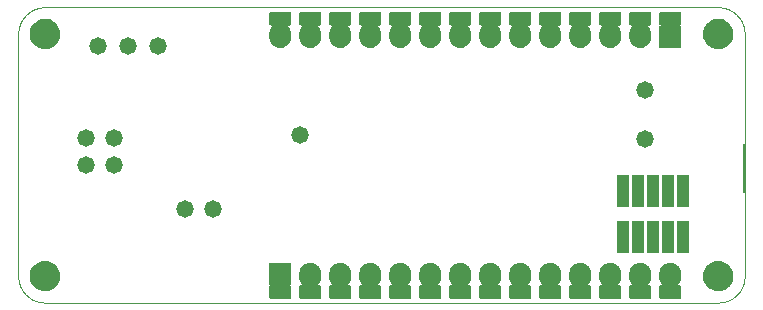
<source format=gbs>
G75*
%MOIN*%
%OFA0B0*%
%FSLAX25Y25*%
%IPPOS*%
%LPD*%
%AMOC8*
5,1,8,0,0,1.08239X$1,22.5*
%
%ADD10C,0.00039*%
%ADD11C,0.00000*%
%ADD12C,0.09461*%
%ADD13C,0.06706*%
%ADD14C,0.00100*%
%ADD15C,0.00500*%
%ADD16C,0.00394*%
%ADD17C,0.00111*%
%ADD18C,0.05800*%
D10*
X0111687Y0063551D02*
X0336097Y0063551D01*
X0336311Y0063554D01*
X0336525Y0063561D01*
X0336739Y0063574D01*
X0336952Y0063592D01*
X0337165Y0063616D01*
X0337377Y0063644D01*
X0337588Y0063677D01*
X0337799Y0063716D01*
X0338008Y0063760D01*
X0338217Y0063808D01*
X0338424Y0063862D01*
X0338630Y0063921D01*
X0338834Y0063985D01*
X0339037Y0064053D01*
X0339238Y0064127D01*
X0339437Y0064205D01*
X0339635Y0064288D01*
X0339830Y0064376D01*
X0340023Y0064468D01*
X0340214Y0064566D01*
X0340402Y0064667D01*
X0340588Y0064774D01*
X0340771Y0064884D01*
X0340951Y0065000D01*
X0341129Y0065119D01*
X0341304Y0065243D01*
X0341475Y0065371D01*
X0341644Y0065503D01*
X0341809Y0065639D01*
X0341971Y0065779D01*
X0342129Y0065923D01*
X0342284Y0066070D01*
X0342436Y0066222D01*
X0342583Y0066377D01*
X0342727Y0066535D01*
X0342867Y0066697D01*
X0343003Y0066862D01*
X0343135Y0067031D01*
X0343263Y0067202D01*
X0343387Y0067377D01*
X0343506Y0067555D01*
X0343622Y0067735D01*
X0343732Y0067918D01*
X0343839Y0068104D01*
X0343940Y0068292D01*
X0344038Y0068483D01*
X0344130Y0068676D01*
X0344218Y0068871D01*
X0344301Y0069069D01*
X0344379Y0069268D01*
X0344453Y0069469D01*
X0344521Y0069672D01*
X0344585Y0069876D01*
X0344644Y0070082D01*
X0344698Y0070289D01*
X0344746Y0070498D01*
X0344790Y0070707D01*
X0344829Y0070918D01*
X0344862Y0071129D01*
X0344890Y0071341D01*
X0344914Y0071554D01*
X0344932Y0071767D01*
X0344945Y0071981D01*
X0344952Y0072195D01*
X0344955Y0072409D01*
X0344955Y0153118D01*
X0344952Y0153332D01*
X0344945Y0153546D01*
X0344932Y0153760D01*
X0344914Y0153973D01*
X0344890Y0154186D01*
X0344862Y0154398D01*
X0344829Y0154609D01*
X0344790Y0154820D01*
X0344746Y0155029D01*
X0344698Y0155238D01*
X0344644Y0155445D01*
X0344585Y0155651D01*
X0344521Y0155855D01*
X0344453Y0156058D01*
X0344379Y0156259D01*
X0344301Y0156458D01*
X0344218Y0156656D01*
X0344130Y0156851D01*
X0344038Y0157044D01*
X0343940Y0157235D01*
X0343839Y0157423D01*
X0343732Y0157609D01*
X0343622Y0157792D01*
X0343506Y0157972D01*
X0343387Y0158150D01*
X0343263Y0158325D01*
X0343135Y0158496D01*
X0343003Y0158665D01*
X0342867Y0158830D01*
X0342727Y0158992D01*
X0342583Y0159150D01*
X0342436Y0159305D01*
X0342284Y0159457D01*
X0342129Y0159604D01*
X0341971Y0159748D01*
X0341809Y0159888D01*
X0341644Y0160024D01*
X0341475Y0160156D01*
X0341304Y0160284D01*
X0341129Y0160408D01*
X0340951Y0160527D01*
X0340771Y0160643D01*
X0340588Y0160753D01*
X0340402Y0160860D01*
X0340214Y0160961D01*
X0340023Y0161059D01*
X0339830Y0161151D01*
X0339635Y0161239D01*
X0339437Y0161322D01*
X0339238Y0161400D01*
X0339037Y0161474D01*
X0338834Y0161542D01*
X0338630Y0161606D01*
X0338424Y0161665D01*
X0338217Y0161719D01*
X0338008Y0161767D01*
X0337799Y0161811D01*
X0337588Y0161850D01*
X0337377Y0161883D01*
X0337165Y0161911D01*
X0336952Y0161935D01*
X0336739Y0161953D01*
X0336525Y0161966D01*
X0336311Y0161973D01*
X0336097Y0161976D01*
X0111687Y0161976D01*
X0111473Y0161973D01*
X0111259Y0161966D01*
X0111045Y0161953D01*
X0110832Y0161935D01*
X0110619Y0161911D01*
X0110407Y0161883D01*
X0110196Y0161850D01*
X0109985Y0161811D01*
X0109776Y0161767D01*
X0109567Y0161719D01*
X0109360Y0161665D01*
X0109154Y0161606D01*
X0108950Y0161542D01*
X0108747Y0161474D01*
X0108546Y0161400D01*
X0108347Y0161322D01*
X0108149Y0161239D01*
X0107954Y0161151D01*
X0107761Y0161059D01*
X0107570Y0160961D01*
X0107382Y0160860D01*
X0107196Y0160753D01*
X0107013Y0160643D01*
X0106833Y0160527D01*
X0106655Y0160408D01*
X0106480Y0160284D01*
X0106309Y0160156D01*
X0106140Y0160024D01*
X0105975Y0159888D01*
X0105813Y0159748D01*
X0105655Y0159604D01*
X0105500Y0159457D01*
X0105348Y0159305D01*
X0105201Y0159150D01*
X0105057Y0158992D01*
X0104917Y0158830D01*
X0104781Y0158665D01*
X0104649Y0158496D01*
X0104521Y0158325D01*
X0104397Y0158150D01*
X0104278Y0157972D01*
X0104162Y0157792D01*
X0104052Y0157609D01*
X0103945Y0157423D01*
X0103844Y0157235D01*
X0103746Y0157044D01*
X0103654Y0156851D01*
X0103566Y0156656D01*
X0103483Y0156458D01*
X0103405Y0156259D01*
X0103331Y0156058D01*
X0103263Y0155855D01*
X0103199Y0155651D01*
X0103140Y0155445D01*
X0103086Y0155238D01*
X0103038Y0155029D01*
X0102994Y0154820D01*
X0102955Y0154609D01*
X0102922Y0154398D01*
X0102894Y0154186D01*
X0102870Y0153973D01*
X0102852Y0153760D01*
X0102839Y0153546D01*
X0102832Y0153332D01*
X0102829Y0153118D01*
X0102829Y0072409D01*
X0102832Y0072195D01*
X0102839Y0071981D01*
X0102852Y0071767D01*
X0102870Y0071554D01*
X0102894Y0071341D01*
X0102922Y0071129D01*
X0102955Y0070918D01*
X0102994Y0070707D01*
X0103038Y0070498D01*
X0103086Y0070289D01*
X0103140Y0070082D01*
X0103199Y0069876D01*
X0103263Y0069672D01*
X0103331Y0069469D01*
X0103405Y0069268D01*
X0103483Y0069069D01*
X0103566Y0068871D01*
X0103654Y0068676D01*
X0103746Y0068483D01*
X0103844Y0068292D01*
X0103945Y0068104D01*
X0104052Y0067918D01*
X0104162Y0067735D01*
X0104278Y0067555D01*
X0104397Y0067377D01*
X0104521Y0067202D01*
X0104649Y0067031D01*
X0104781Y0066862D01*
X0104917Y0066697D01*
X0105057Y0066535D01*
X0105201Y0066377D01*
X0105348Y0066222D01*
X0105500Y0066070D01*
X0105655Y0065923D01*
X0105813Y0065779D01*
X0105975Y0065639D01*
X0106140Y0065503D01*
X0106309Y0065371D01*
X0106480Y0065243D01*
X0106655Y0065119D01*
X0106833Y0065000D01*
X0107013Y0064884D01*
X0107196Y0064774D01*
X0107382Y0064667D01*
X0107570Y0064566D01*
X0107761Y0064468D01*
X0107954Y0064376D01*
X0108149Y0064288D01*
X0108347Y0064205D01*
X0108546Y0064127D01*
X0108747Y0064053D01*
X0108950Y0063985D01*
X0109154Y0063921D01*
X0109360Y0063862D01*
X0109567Y0063808D01*
X0109776Y0063760D01*
X0109985Y0063716D01*
X0110196Y0063677D01*
X0110407Y0063644D01*
X0110619Y0063616D01*
X0110832Y0063592D01*
X0111045Y0063574D01*
X0111259Y0063561D01*
X0111473Y0063554D01*
X0111687Y0063551D01*
D11*
X0107356Y0072409D02*
X0107358Y0072540D01*
X0107364Y0072672D01*
X0107374Y0072803D01*
X0107388Y0072934D01*
X0107406Y0073064D01*
X0107428Y0073193D01*
X0107453Y0073322D01*
X0107483Y0073450D01*
X0107517Y0073577D01*
X0107554Y0073704D01*
X0107595Y0073828D01*
X0107640Y0073952D01*
X0107689Y0074074D01*
X0107741Y0074195D01*
X0107797Y0074313D01*
X0107857Y0074431D01*
X0107920Y0074546D01*
X0107987Y0074659D01*
X0108057Y0074771D01*
X0108130Y0074880D01*
X0108206Y0074986D01*
X0108286Y0075091D01*
X0108369Y0075193D01*
X0108455Y0075292D01*
X0108544Y0075389D01*
X0108636Y0075483D01*
X0108731Y0075574D01*
X0108828Y0075663D01*
X0108928Y0075748D01*
X0109031Y0075830D01*
X0109136Y0075909D01*
X0109243Y0075985D01*
X0109353Y0076057D01*
X0109465Y0076126D01*
X0109579Y0076192D01*
X0109694Y0076254D01*
X0109812Y0076313D01*
X0109931Y0076368D01*
X0110052Y0076420D01*
X0110175Y0076467D01*
X0110299Y0076511D01*
X0110424Y0076552D01*
X0110550Y0076588D01*
X0110678Y0076621D01*
X0110806Y0076649D01*
X0110935Y0076674D01*
X0111065Y0076695D01*
X0111195Y0076712D01*
X0111326Y0076725D01*
X0111457Y0076734D01*
X0111588Y0076739D01*
X0111720Y0076740D01*
X0111851Y0076737D01*
X0111983Y0076730D01*
X0112114Y0076719D01*
X0112244Y0076704D01*
X0112374Y0076685D01*
X0112504Y0076662D01*
X0112632Y0076636D01*
X0112760Y0076605D01*
X0112887Y0076570D01*
X0113013Y0076532D01*
X0113137Y0076490D01*
X0113261Y0076444D01*
X0113382Y0076394D01*
X0113502Y0076341D01*
X0113621Y0076284D01*
X0113738Y0076224D01*
X0113852Y0076160D01*
X0113965Y0076092D01*
X0114076Y0076021D01*
X0114185Y0075947D01*
X0114291Y0075870D01*
X0114395Y0075789D01*
X0114496Y0075706D01*
X0114595Y0075619D01*
X0114691Y0075529D01*
X0114784Y0075436D01*
X0114875Y0075341D01*
X0114962Y0075243D01*
X0115047Y0075142D01*
X0115128Y0075039D01*
X0115206Y0074933D01*
X0115281Y0074825D01*
X0115353Y0074715D01*
X0115421Y0074603D01*
X0115486Y0074489D01*
X0115547Y0074372D01*
X0115605Y0074254D01*
X0115659Y0074134D01*
X0115710Y0074013D01*
X0115757Y0073890D01*
X0115800Y0073766D01*
X0115839Y0073641D01*
X0115875Y0073514D01*
X0115906Y0073386D01*
X0115934Y0073258D01*
X0115958Y0073129D01*
X0115978Y0072999D01*
X0115994Y0072868D01*
X0116006Y0072737D01*
X0116014Y0072606D01*
X0116018Y0072475D01*
X0116018Y0072343D01*
X0116014Y0072212D01*
X0116006Y0072081D01*
X0115994Y0071950D01*
X0115978Y0071819D01*
X0115958Y0071689D01*
X0115934Y0071560D01*
X0115906Y0071432D01*
X0115875Y0071304D01*
X0115839Y0071177D01*
X0115800Y0071052D01*
X0115757Y0070928D01*
X0115710Y0070805D01*
X0115659Y0070684D01*
X0115605Y0070564D01*
X0115547Y0070446D01*
X0115486Y0070329D01*
X0115421Y0070215D01*
X0115353Y0070103D01*
X0115281Y0069993D01*
X0115206Y0069885D01*
X0115128Y0069779D01*
X0115047Y0069676D01*
X0114962Y0069575D01*
X0114875Y0069477D01*
X0114784Y0069382D01*
X0114691Y0069289D01*
X0114595Y0069199D01*
X0114496Y0069112D01*
X0114395Y0069029D01*
X0114291Y0068948D01*
X0114185Y0068871D01*
X0114076Y0068797D01*
X0113965Y0068726D01*
X0113853Y0068658D01*
X0113738Y0068594D01*
X0113621Y0068534D01*
X0113502Y0068477D01*
X0113382Y0068424D01*
X0113261Y0068374D01*
X0113137Y0068328D01*
X0113013Y0068286D01*
X0112887Y0068248D01*
X0112760Y0068213D01*
X0112632Y0068182D01*
X0112504Y0068156D01*
X0112374Y0068133D01*
X0112244Y0068114D01*
X0112114Y0068099D01*
X0111983Y0068088D01*
X0111851Y0068081D01*
X0111720Y0068078D01*
X0111588Y0068079D01*
X0111457Y0068084D01*
X0111326Y0068093D01*
X0111195Y0068106D01*
X0111065Y0068123D01*
X0110935Y0068144D01*
X0110806Y0068169D01*
X0110678Y0068197D01*
X0110550Y0068230D01*
X0110424Y0068266D01*
X0110299Y0068307D01*
X0110175Y0068351D01*
X0110052Y0068398D01*
X0109931Y0068450D01*
X0109812Y0068505D01*
X0109694Y0068564D01*
X0109579Y0068626D01*
X0109465Y0068692D01*
X0109353Y0068761D01*
X0109243Y0068833D01*
X0109136Y0068909D01*
X0109031Y0068988D01*
X0108928Y0069070D01*
X0108828Y0069155D01*
X0108731Y0069244D01*
X0108636Y0069335D01*
X0108544Y0069429D01*
X0108455Y0069526D01*
X0108369Y0069625D01*
X0108286Y0069727D01*
X0108206Y0069832D01*
X0108130Y0069938D01*
X0108057Y0070047D01*
X0107987Y0070159D01*
X0107920Y0070272D01*
X0107857Y0070387D01*
X0107797Y0070505D01*
X0107741Y0070623D01*
X0107689Y0070744D01*
X0107640Y0070866D01*
X0107595Y0070990D01*
X0107554Y0071114D01*
X0107517Y0071241D01*
X0107483Y0071368D01*
X0107453Y0071496D01*
X0107428Y0071625D01*
X0107406Y0071754D01*
X0107388Y0071884D01*
X0107374Y0072015D01*
X0107364Y0072146D01*
X0107358Y0072278D01*
X0107356Y0072409D01*
X0107356Y0153118D02*
X0107358Y0153249D01*
X0107364Y0153381D01*
X0107374Y0153512D01*
X0107388Y0153643D01*
X0107406Y0153773D01*
X0107428Y0153902D01*
X0107453Y0154031D01*
X0107483Y0154159D01*
X0107517Y0154286D01*
X0107554Y0154413D01*
X0107595Y0154537D01*
X0107640Y0154661D01*
X0107689Y0154783D01*
X0107741Y0154904D01*
X0107797Y0155022D01*
X0107857Y0155140D01*
X0107920Y0155255D01*
X0107987Y0155368D01*
X0108057Y0155480D01*
X0108130Y0155589D01*
X0108206Y0155695D01*
X0108286Y0155800D01*
X0108369Y0155902D01*
X0108455Y0156001D01*
X0108544Y0156098D01*
X0108636Y0156192D01*
X0108731Y0156283D01*
X0108828Y0156372D01*
X0108928Y0156457D01*
X0109031Y0156539D01*
X0109136Y0156618D01*
X0109243Y0156694D01*
X0109353Y0156766D01*
X0109465Y0156835D01*
X0109579Y0156901D01*
X0109694Y0156963D01*
X0109812Y0157022D01*
X0109931Y0157077D01*
X0110052Y0157129D01*
X0110175Y0157176D01*
X0110299Y0157220D01*
X0110424Y0157261D01*
X0110550Y0157297D01*
X0110678Y0157330D01*
X0110806Y0157358D01*
X0110935Y0157383D01*
X0111065Y0157404D01*
X0111195Y0157421D01*
X0111326Y0157434D01*
X0111457Y0157443D01*
X0111588Y0157448D01*
X0111720Y0157449D01*
X0111851Y0157446D01*
X0111983Y0157439D01*
X0112114Y0157428D01*
X0112244Y0157413D01*
X0112374Y0157394D01*
X0112504Y0157371D01*
X0112632Y0157345D01*
X0112760Y0157314D01*
X0112887Y0157279D01*
X0113013Y0157241D01*
X0113137Y0157199D01*
X0113261Y0157153D01*
X0113382Y0157103D01*
X0113502Y0157050D01*
X0113621Y0156993D01*
X0113738Y0156933D01*
X0113852Y0156869D01*
X0113965Y0156801D01*
X0114076Y0156730D01*
X0114185Y0156656D01*
X0114291Y0156579D01*
X0114395Y0156498D01*
X0114496Y0156415D01*
X0114595Y0156328D01*
X0114691Y0156238D01*
X0114784Y0156145D01*
X0114875Y0156050D01*
X0114962Y0155952D01*
X0115047Y0155851D01*
X0115128Y0155748D01*
X0115206Y0155642D01*
X0115281Y0155534D01*
X0115353Y0155424D01*
X0115421Y0155312D01*
X0115486Y0155198D01*
X0115547Y0155081D01*
X0115605Y0154963D01*
X0115659Y0154843D01*
X0115710Y0154722D01*
X0115757Y0154599D01*
X0115800Y0154475D01*
X0115839Y0154350D01*
X0115875Y0154223D01*
X0115906Y0154095D01*
X0115934Y0153967D01*
X0115958Y0153838D01*
X0115978Y0153708D01*
X0115994Y0153577D01*
X0116006Y0153446D01*
X0116014Y0153315D01*
X0116018Y0153184D01*
X0116018Y0153052D01*
X0116014Y0152921D01*
X0116006Y0152790D01*
X0115994Y0152659D01*
X0115978Y0152528D01*
X0115958Y0152398D01*
X0115934Y0152269D01*
X0115906Y0152141D01*
X0115875Y0152013D01*
X0115839Y0151886D01*
X0115800Y0151761D01*
X0115757Y0151637D01*
X0115710Y0151514D01*
X0115659Y0151393D01*
X0115605Y0151273D01*
X0115547Y0151155D01*
X0115486Y0151038D01*
X0115421Y0150924D01*
X0115353Y0150812D01*
X0115281Y0150702D01*
X0115206Y0150594D01*
X0115128Y0150488D01*
X0115047Y0150385D01*
X0114962Y0150284D01*
X0114875Y0150186D01*
X0114784Y0150091D01*
X0114691Y0149998D01*
X0114595Y0149908D01*
X0114496Y0149821D01*
X0114395Y0149738D01*
X0114291Y0149657D01*
X0114185Y0149580D01*
X0114076Y0149506D01*
X0113965Y0149435D01*
X0113853Y0149367D01*
X0113738Y0149303D01*
X0113621Y0149243D01*
X0113502Y0149186D01*
X0113382Y0149133D01*
X0113261Y0149083D01*
X0113137Y0149037D01*
X0113013Y0148995D01*
X0112887Y0148957D01*
X0112760Y0148922D01*
X0112632Y0148891D01*
X0112504Y0148865D01*
X0112374Y0148842D01*
X0112244Y0148823D01*
X0112114Y0148808D01*
X0111983Y0148797D01*
X0111851Y0148790D01*
X0111720Y0148787D01*
X0111588Y0148788D01*
X0111457Y0148793D01*
X0111326Y0148802D01*
X0111195Y0148815D01*
X0111065Y0148832D01*
X0110935Y0148853D01*
X0110806Y0148878D01*
X0110678Y0148906D01*
X0110550Y0148939D01*
X0110424Y0148975D01*
X0110299Y0149016D01*
X0110175Y0149060D01*
X0110052Y0149107D01*
X0109931Y0149159D01*
X0109812Y0149214D01*
X0109694Y0149273D01*
X0109579Y0149335D01*
X0109465Y0149401D01*
X0109353Y0149470D01*
X0109243Y0149542D01*
X0109136Y0149618D01*
X0109031Y0149697D01*
X0108928Y0149779D01*
X0108828Y0149864D01*
X0108731Y0149953D01*
X0108636Y0150044D01*
X0108544Y0150138D01*
X0108455Y0150235D01*
X0108369Y0150334D01*
X0108286Y0150436D01*
X0108206Y0150541D01*
X0108130Y0150647D01*
X0108057Y0150756D01*
X0107987Y0150868D01*
X0107920Y0150981D01*
X0107857Y0151096D01*
X0107797Y0151214D01*
X0107741Y0151332D01*
X0107689Y0151453D01*
X0107640Y0151575D01*
X0107595Y0151699D01*
X0107554Y0151823D01*
X0107517Y0151950D01*
X0107483Y0152077D01*
X0107453Y0152205D01*
X0107428Y0152334D01*
X0107406Y0152463D01*
X0107388Y0152593D01*
X0107374Y0152724D01*
X0107364Y0152855D01*
X0107358Y0152987D01*
X0107356Y0153118D01*
X0331766Y0153118D02*
X0331768Y0153249D01*
X0331774Y0153381D01*
X0331784Y0153512D01*
X0331798Y0153643D01*
X0331816Y0153773D01*
X0331838Y0153902D01*
X0331863Y0154031D01*
X0331893Y0154159D01*
X0331927Y0154286D01*
X0331964Y0154413D01*
X0332005Y0154537D01*
X0332050Y0154661D01*
X0332099Y0154783D01*
X0332151Y0154904D01*
X0332207Y0155022D01*
X0332267Y0155140D01*
X0332330Y0155255D01*
X0332397Y0155368D01*
X0332467Y0155480D01*
X0332540Y0155589D01*
X0332616Y0155695D01*
X0332696Y0155800D01*
X0332779Y0155902D01*
X0332865Y0156001D01*
X0332954Y0156098D01*
X0333046Y0156192D01*
X0333141Y0156283D01*
X0333238Y0156372D01*
X0333338Y0156457D01*
X0333441Y0156539D01*
X0333546Y0156618D01*
X0333653Y0156694D01*
X0333763Y0156766D01*
X0333875Y0156835D01*
X0333989Y0156901D01*
X0334104Y0156963D01*
X0334222Y0157022D01*
X0334341Y0157077D01*
X0334462Y0157129D01*
X0334585Y0157176D01*
X0334709Y0157220D01*
X0334834Y0157261D01*
X0334960Y0157297D01*
X0335088Y0157330D01*
X0335216Y0157358D01*
X0335345Y0157383D01*
X0335475Y0157404D01*
X0335605Y0157421D01*
X0335736Y0157434D01*
X0335867Y0157443D01*
X0335998Y0157448D01*
X0336130Y0157449D01*
X0336261Y0157446D01*
X0336393Y0157439D01*
X0336524Y0157428D01*
X0336654Y0157413D01*
X0336784Y0157394D01*
X0336914Y0157371D01*
X0337042Y0157345D01*
X0337170Y0157314D01*
X0337297Y0157279D01*
X0337423Y0157241D01*
X0337547Y0157199D01*
X0337671Y0157153D01*
X0337792Y0157103D01*
X0337912Y0157050D01*
X0338031Y0156993D01*
X0338148Y0156933D01*
X0338262Y0156869D01*
X0338375Y0156801D01*
X0338486Y0156730D01*
X0338595Y0156656D01*
X0338701Y0156579D01*
X0338805Y0156498D01*
X0338906Y0156415D01*
X0339005Y0156328D01*
X0339101Y0156238D01*
X0339194Y0156145D01*
X0339285Y0156050D01*
X0339372Y0155952D01*
X0339457Y0155851D01*
X0339538Y0155748D01*
X0339616Y0155642D01*
X0339691Y0155534D01*
X0339763Y0155424D01*
X0339831Y0155312D01*
X0339896Y0155198D01*
X0339957Y0155081D01*
X0340015Y0154963D01*
X0340069Y0154843D01*
X0340120Y0154722D01*
X0340167Y0154599D01*
X0340210Y0154475D01*
X0340249Y0154350D01*
X0340285Y0154223D01*
X0340316Y0154095D01*
X0340344Y0153967D01*
X0340368Y0153838D01*
X0340388Y0153708D01*
X0340404Y0153577D01*
X0340416Y0153446D01*
X0340424Y0153315D01*
X0340428Y0153184D01*
X0340428Y0153052D01*
X0340424Y0152921D01*
X0340416Y0152790D01*
X0340404Y0152659D01*
X0340388Y0152528D01*
X0340368Y0152398D01*
X0340344Y0152269D01*
X0340316Y0152141D01*
X0340285Y0152013D01*
X0340249Y0151886D01*
X0340210Y0151761D01*
X0340167Y0151637D01*
X0340120Y0151514D01*
X0340069Y0151393D01*
X0340015Y0151273D01*
X0339957Y0151155D01*
X0339896Y0151038D01*
X0339831Y0150924D01*
X0339763Y0150812D01*
X0339691Y0150702D01*
X0339616Y0150594D01*
X0339538Y0150488D01*
X0339457Y0150385D01*
X0339372Y0150284D01*
X0339285Y0150186D01*
X0339194Y0150091D01*
X0339101Y0149998D01*
X0339005Y0149908D01*
X0338906Y0149821D01*
X0338805Y0149738D01*
X0338701Y0149657D01*
X0338595Y0149580D01*
X0338486Y0149506D01*
X0338375Y0149435D01*
X0338263Y0149367D01*
X0338148Y0149303D01*
X0338031Y0149243D01*
X0337912Y0149186D01*
X0337792Y0149133D01*
X0337671Y0149083D01*
X0337547Y0149037D01*
X0337423Y0148995D01*
X0337297Y0148957D01*
X0337170Y0148922D01*
X0337042Y0148891D01*
X0336914Y0148865D01*
X0336784Y0148842D01*
X0336654Y0148823D01*
X0336524Y0148808D01*
X0336393Y0148797D01*
X0336261Y0148790D01*
X0336130Y0148787D01*
X0335998Y0148788D01*
X0335867Y0148793D01*
X0335736Y0148802D01*
X0335605Y0148815D01*
X0335475Y0148832D01*
X0335345Y0148853D01*
X0335216Y0148878D01*
X0335088Y0148906D01*
X0334960Y0148939D01*
X0334834Y0148975D01*
X0334709Y0149016D01*
X0334585Y0149060D01*
X0334462Y0149107D01*
X0334341Y0149159D01*
X0334222Y0149214D01*
X0334104Y0149273D01*
X0333989Y0149335D01*
X0333875Y0149401D01*
X0333763Y0149470D01*
X0333653Y0149542D01*
X0333546Y0149618D01*
X0333441Y0149697D01*
X0333338Y0149779D01*
X0333238Y0149864D01*
X0333141Y0149953D01*
X0333046Y0150044D01*
X0332954Y0150138D01*
X0332865Y0150235D01*
X0332779Y0150334D01*
X0332696Y0150436D01*
X0332616Y0150541D01*
X0332540Y0150647D01*
X0332467Y0150756D01*
X0332397Y0150868D01*
X0332330Y0150981D01*
X0332267Y0151096D01*
X0332207Y0151214D01*
X0332151Y0151332D01*
X0332099Y0151453D01*
X0332050Y0151575D01*
X0332005Y0151699D01*
X0331964Y0151823D01*
X0331927Y0151950D01*
X0331893Y0152077D01*
X0331863Y0152205D01*
X0331838Y0152334D01*
X0331816Y0152463D01*
X0331798Y0152593D01*
X0331784Y0152724D01*
X0331774Y0152855D01*
X0331768Y0152987D01*
X0331766Y0153118D01*
X0331766Y0072409D02*
X0331768Y0072540D01*
X0331774Y0072672D01*
X0331784Y0072803D01*
X0331798Y0072934D01*
X0331816Y0073064D01*
X0331838Y0073193D01*
X0331863Y0073322D01*
X0331893Y0073450D01*
X0331927Y0073577D01*
X0331964Y0073704D01*
X0332005Y0073828D01*
X0332050Y0073952D01*
X0332099Y0074074D01*
X0332151Y0074195D01*
X0332207Y0074313D01*
X0332267Y0074431D01*
X0332330Y0074546D01*
X0332397Y0074659D01*
X0332467Y0074771D01*
X0332540Y0074880D01*
X0332616Y0074986D01*
X0332696Y0075091D01*
X0332779Y0075193D01*
X0332865Y0075292D01*
X0332954Y0075389D01*
X0333046Y0075483D01*
X0333141Y0075574D01*
X0333238Y0075663D01*
X0333338Y0075748D01*
X0333441Y0075830D01*
X0333546Y0075909D01*
X0333653Y0075985D01*
X0333763Y0076057D01*
X0333875Y0076126D01*
X0333989Y0076192D01*
X0334104Y0076254D01*
X0334222Y0076313D01*
X0334341Y0076368D01*
X0334462Y0076420D01*
X0334585Y0076467D01*
X0334709Y0076511D01*
X0334834Y0076552D01*
X0334960Y0076588D01*
X0335088Y0076621D01*
X0335216Y0076649D01*
X0335345Y0076674D01*
X0335475Y0076695D01*
X0335605Y0076712D01*
X0335736Y0076725D01*
X0335867Y0076734D01*
X0335998Y0076739D01*
X0336130Y0076740D01*
X0336261Y0076737D01*
X0336393Y0076730D01*
X0336524Y0076719D01*
X0336654Y0076704D01*
X0336784Y0076685D01*
X0336914Y0076662D01*
X0337042Y0076636D01*
X0337170Y0076605D01*
X0337297Y0076570D01*
X0337423Y0076532D01*
X0337547Y0076490D01*
X0337671Y0076444D01*
X0337792Y0076394D01*
X0337912Y0076341D01*
X0338031Y0076284D01*
X0338148Y0076224D01*
X0338262Y0076160D01*
X0338375Y0076092D01*
X0338486Y0076021D01*
X0338595Y0075947D01*
X0338701Y0075870D01*
X0338805Y0075789D01*
X0338906Y0075706D01*
X0339005Y0075619D01*
X0339101Y0075529D01*
X0339194Y0075436D01*
X0339285Y0075341D01*
X0339372Y0075243D01*
X0339457Y0075142D01*
X0339538Y0075039D01*
X0339616Y0074933D01*
X0339691Y0074825D01*
X0339763Y0074715D01*
X0339831Y0074603D01*
X0339896Y0074489D01*
X0339957Y0074372D01*
X0340015Y0074254D01*
X0340069Y0074134D01*
X0340120Y0074013D01*
X0340167Y0073890D01*
X0340210Y0073766D01*
X0340249Y0073641D01*
X0340285Y0073514D01*
X0340316Y0073386D01*
X0340344Y0073258D01*
X0340368Y0073129D01*
X0340388Y0072999D01*
X0340404Y0072868D01*
X0340416Y0072737D01*
X0340424Y0072606D01*
X0340428Y0072475D01*
X0340428Y0072343D01*
X0340424Y0072212D01*
X0340416Y0072081D01*
X0340404Y0071950D01*
X0340388Y0071819D01*
X0340368Y0071689D01*
X0340344Y0071560D01*
X0340316Y0071432D01*
X0340285Y0071304D01*
X0340249Y0071177D01*
X0340210Y0071052D01*
X0340167Y0070928D01*
X0340120Y0070805D01*
X0340069Y0070684D01*
X0340015Y0070564D01*
X0339957Y0070446D01*
X0339896Y0070329D01*
X0339831Y0070215D01*
X0339763Y0070103D01*
X0339691Y0069993D01*
X0339616Y0069885D01*
X0339538Y0069779D01*
X0339457Y0069676D01*
X0339372Y0069575D01*
X0339285Y0069477D01*
X0339194Y0069382D01*
X0339101Y0069289D01*
X0339005Y0069199D01*
X0338906Y0069112D01*
X0338805Y0069029D01*
X0338701Y0068948D01*
X0338595Y0068871D01*
X0338486Y0068797D01*
X0338375Y0068726D01*
X0338263Y0068658D01*
X0338148Y0068594D01*
X0338031Y0068534D01*
X0337912Y0068477D01*
X0337792Y0068424D01*
X0337671Y0068374D01*
X0337547Y0068328D01*
X0337423Y0068286D01*
X0337297Y0068248D01*
X0337170Y0068213D01*
X0337042Y0068182D01*
X0336914Y0068156D01*
X0336784Y0068133D01*
X0336654Y0068114D01*
X0336524Y0068099D01*
X0336393Y0068088D01*
X0336261Y0068081D01*
X0336130Y0068078D01*
X0335998Y0068079D01*
X0335867Y0068084D01*
X0335736Y0068093D01*
X0335605Y0068106D01*
X0335475Y0068123D01*
X0335345Y0068144D01*
X0335216Y0068169D01*
X0335088Y0068197D01*
X0334960Y0068230D01*
X0334834Y0068266D01*
X0334709Y0068307D01*
X0334585Y0068351D01*
X0334462Y0068398D01*
X0334341Y0068450D01*
X0334222Y0068505D01*
X0334104Y0068564D01*
X0333989Y0068626D01*
X0333875Y0068692D01*
X0333763Y0068761D01*
X0333653Y0068833D01*
X0333546Y0068909D01*
X0333441Y0068988D01*
X0333338Y0069070D01*
X0333238Y0069155D01*
X0333141Y0069244D01*
X0333046Y0069335D01*
X0332954Y0069429D01*
X0332865Y0069526D01*
X0332779Y0069625D01*
X0332696Y0069727D01*
X0332616Y0069832D01*
X0332540Y0069938D01*
X0332467Y0070047D01*
X0332397Y0070159D01*
X0332330Y0070272D01*
X0332267Y0070387D01*
X0332207Y0070505D01*
X0332151Y0070623D01*
X0332099Y0070744D01*
X0332050Y0070866D01*
X0332005Y0070990D01*
X0331964Y0071114D01*
X0331927Y0071241D01*
X0331893Y0071368D01*
X0331863Y0071496D01*
X0331838Y0071625D01*
X0331816Y0071754D01*
X0331798Y0071884D01*
X0331784Y0072015D01*
X0331774Y0072146D01*
X0331768Y0072278D01*
X0331766Y0072409D01*
D12*
X0336097Y0072409D03*
X0336097Y0153118D03*
X0111687Y0153118D03*
X0111687Y0072409D03*
D13*
X0189974Y0072764D03*
X0199974Y0072764D03*
X0209974Y0072764D03*
X0219974Y0072764D03*
X0229974Y0072764D03*
X0239974Y0072764D03*
X0249974Y0072764D03*
X0259974Y0072764D03*
X0269974Y0072764D03*
X0279974Y0072764D03*
X0289974Y0072764D03*
X0299974Y0072764D03*
X0309974Y0072764D03*
X0319974Y0072764D03*
X0319974Y0152764D03*
X0309974Y0152764D03*
X0299974Y0152764D03*
X0289974Y0152764D03*
X0279974Y0152764D03*
X0269974Y0152764D03*
X0259974Y0152764D03*
X0249974Y0152764D03*
X0239974Y0152764D03*
X0229974Y0152764D03*
X0219974Y0152764D03*
X0209974Y0152764D03*
X0199974Y0152764D03*
X0189974Y0152764D03*
D14*
X0186524Y0152802D02*
X0193424Y0152802D01*
X0186524Y0152802D01*
X0186524Y0152704D02*
X0193424Y0152704D01*
X0186524Y0152704D01*
X0186524Y0152605D02*
X0193424Y0152605D01*
X0186524Y0152605D01*
X0186524Y0152507D02*
X0193424Y0152507D01*
X0186524Y0152507D01*
X0186524Y0152408D02*
X0193424Y0152408D01*
X0186524Y0152408D01*
X0186524Y0152310D02*
X0193424Y0152310D01*
X0186524Y0152310D01*
X0186524Y0152211D02*
X0193424Y0152211D01*
X0186524Y0152211D01*
X0186524Y0152164D02*
X0186524Y0153364D01*
X0186624Y0154114D01*
X0186874Y0154864D01*
X0187474Y0155714D01*
X0187674Y0155814D01*
X0188674Y0155814D01*
X0188797Y0155833D01*
X0188909Y0155890D01*
X0188997Y0155979D01*
X0189054Y0156090D01*
X0189074Y0156214D01*
X0187024Y0156214D01*
X0186869Y0156238D01*
X0186730Y0156309D01*
X0186619Y0156420D01*
X0186548Y0156559D01*
X0186524Y0156714D01*
X0186524Y0160064D01*
X0186548Y0160218D01*
X0186619Y0160358D01*
X0186730Y0160468D01*
X0186869Y0160539D01*
X0187024Y0160564D01*
X0192924Y0160564D01*
X0193078Y0160539D01*
X0193218Y0160468D01*
X0193328Y0160358D01*
X0193399Y0160218D01*
X0193424Y0160064D01*
X0193424Y0156714D01*
X0193399Y0156559D01*
X0193328Y0156420D01*
X0193218Y0156309D01*
X0193078Y0156238D01*
X0192924Y0156214D01*
X0190874Y0156214D01*
X0190893Y0156090D01*
X0190950Y0155979D01*
X0191039Y0155890D01*
X0191150Y0155833D01*
X0191274Y0155814D01*
X0192274Y0155814D01*
X0192474Y0155714D01*
X0193074Y0154864D01*
X0193424Y0153364D01*
X0193424Y0152164D01*
X0193359Y0151500D01*
X0193165Y0150863D01*
X0192851Y0150275D01*
X0192428Y0149760D01*
X0191913Y0149337D01*
X0191325Y0149023D01*
X0190687Y0148829D01*
X0190024Y0148764D01*
X0189924Y0148764D01*
X0189261Y0148829D01*
X0188623Y0149023D01*
X0188035Y0149337D01*
X0187520Y0149760D01*
X0187097Y0150275D01*
X0186783Y0150863D01*
X0186589Y0151500D01*
X0186524Y0152164D01*
X0186524Y0153364D01*
X0186624Y0154114D01*
X0186874Y0154864D01*
X0187474Y0155714D01*
X0187674Y0155814D01*
X0188674Y0155814D01*
X0188797Y0155833D01*
X0188909Y0155890D01*
X0188997Y0155979D01*
X0189054Y0156090D01*
X0189074Y0156214D01*
X0187024Y0156214D01*
X0186869Y0156238D01*
X0186730Y0156309D01*
X0186619Y0156420D01*
X0186548Y0156559D01*
X0186524Y0156714D01*
X0186524Y0160064D01*
X0186548Y0160218D01*
X0186619Y0160358D01*
X0186730Y0160468D01*
X0186869Y0160539D01*
X0187024Y0160564D01*
X0192924Y0160564D01*
X0193078Y0160539D01*
X0193218Y0160468D01*
X0193328Y0160358D01*
X0193399Y0160218D01*
X0193424Y0160064D01*
X0193424Y0156714D01*
X0193399Y0156559D01*
X0193328Y0156420D01*
X0193218Y0156309D01*
X0193078Y0156238D01*
X0192924Y0156214D01*
X0190874Y0156214D01*
X0190893Y0156090D01*
X0190950Y0155979D01*
X0191039Y0155890D01*
X0191150Y0155833D01*
X0191274Y0155814D01*
X0192274Y0155814D01*
X0192474Y0155714D01*
X0193074Y0154864D01*
X0193424Y0153364D01*
X0193424Y0152164D01*
X0193359Y0151500D01*
X0193165Y0150863D01*
X0192851Y0150275D01*
X0192428Y0149760D01*
X0191913Y0149337D01*
X0191325Y0149023D01*
X0190687Y0148829D01*
X0190024Y0148764D01*
X0189924Y0148764D01*
X0189261Y0148829D01*
X0188623Y0149023D01*
X0188035Y0149337D01*
X0187520Y0149760D01*
X0187097Y0150275D01*
X0186783Y0150863D01*
X0186589Y0151500D01*
X0186524Y0152164D01*
X0186529Y0152113D02*
X0193419Y0152113D01*
X0186529Y0152113D01*
X0186539Y0152014D02*
X0193409Y0152014D01*
X0186539Y0152014D01*
X0186548Y0151916D02*
X0193399Y0151916D01*
X0186548Y0151916D01*
X0186558Y0151817D02*
X0193390Y0151817D01*
X0186558Y0151817D01*
X0186568Y0151719D02*
X0193380Y0151719D01*
X0186568Y0151719D01*
X0186577Y0151620D02*
X0193370Y0151620D01*
X0186577Y0151620D01*
X0186587Y0151522D02*
X0193361Y0151522D01*
X0186587Y0151522D01*
X0186613Y0151423D02*
X0193335Y0151423D01*
X0186613Y0151423D01*
X0186643Y0151325D02*
X0193305Y0151325D01*
X0186643Y0151325D01*
X0186672Y0151226D02*
X0193275Y0151226D01*
X0186672Y0151226D01*
X0186702Y0151128D02*
X0193245Y0151128D01*
X0186702Y0151128D01*
X0186732Y0151029D02*
X0193216Y0151029D01*
X0186732Y0151029D01*
X0186762Y0150931D02*
X0193186Y0150931D01*
X0186762Y0150931D01*
X0186799Y0150832D02*
X0193149Y0150832D01*
X0186799Y0150832D01*
X0186852Y0150734D02*
X0193096Y0150734D01*
X0186852Y0150734D01*
X0186904Y0150635D02*
X0193043Y0150635D01*
X0186904Y0150635D01*
X0186957Y0150537D02*
X0192991Y0150537D01*
X0186957Y0150537D01*
X0187010Y0150438D02*
X0192938Y0150438D01*
X0187010Y0150438D01*
X0187062Y0150340D02*
X0192886Y0150340D01*
X0187062Y0150340D01*
X0187125Y0150241D02*
X0192823Y0150241D01*
X0187125Y0150241D01*
X0187205Y0150143D02*
X0192742Y0150143D01*
X0187205Y0150143D01*
X0187286Y0150044D02*
X0192662Y0150044D01*
X0187286Y0150044D01*
X0187367Y0149946D02*
X0192581Y0149946D01*
X0187367Y0149946D01*
X0187448Y0149847D02*
X0192500Y0149847D01*
X0187448Y0149847D01*
X0187533Y0149749D02*
X0192415Y0149749D01*
X0187533Y0149749D01*
X0187653Y0149650D02*
X0192295Y0149650D01*
X0187653Y0149650D01*
X0187773Y0149552D02*
X0192175Y0149552D01*
X0187773Y0149552D01*
X0187893Y0149453D02*
X0192054Y0149453D01*
X0187893Y0149453D01*
X0188013Y0149355D02*
X0191934Y0149355D01*
X0188013Y0149355D01*
X0188186Y0149256D02*
X0191762Y0149256D01*
X0188186Y0149256D01*
X0188370Y0149158D02*
X0191577Y0149158D01*
X0188370Y0149158D01*
X0188555Y0149059D02*
X0191393Y0149059D01*
X0188555Y0149059D01*
X0188827Y0148960D02*
X0191120Y0148960D01*
X0188827Y0148960D01*
X0189152Y0148862D02*
X0190796Y0148862D01*
X0189152Y0148862D01*
X0196702Y0151128D02*
X0203245Y0151128D01*
X0196702Y0151128D01*
X0196672Y0151226D02*
X0203275Y0151226D01*
X0196672Y0151226D01*
X0196643Y0151325D02*
X0203305Y0151325D01*
X0196643Y0151325D01*
X0196613Y0151423D02*
X0203335Y0151423D01*
X0196613Y0151423D01*
X0196589Y0151500D02*
X0196524Y0152164D01*
X0196524Y0153364D01*
X0196624Y0154114D01*
X0196874Y0154864D01*
X0197474Y0155714D01*
X0197674Y0155814D01*
X0198674Y0155814D01*
X0198797Y0155833D01*
X0198909Y0155890D01*
X0198997Y0155979D01*
X0199054Y0156090D01*
X0199074Y0156214D01*
X0197024Y0156214D01*
X0196869Y0156238D01*
X0196730Y0156309D01*
X0196619Y0156420D01*
X0196548Y0156559D01*
X0196524Y0156714D01*
X0196524Y0160064D01*
X0196548Y0160218D01*
X0196619Y0160358D01*
X0196730Y0160468D01*
X0196869Y0160539D01*
X0197024Y0160564D01*
X0202924Y0160564D01*
X0203078Y0160539D01*
X0203218Y0160468D01*
X0203328Y0160358D01*
X0203399Y0160218D01*
X0203424Y0160064D01*
X0203424Y0156714D01*
X0203399Y0156559D01*
X0203328Y0156420D01*
X0203218Y0156309D01*
X0203078Y0156238D01*
X0202924Y0156214D01*
X0200874Y0156214D01*
X0200893Y0156090D01*
X0200950Y0155979D01*
X0201039Y0155890D01*
X0201150Y0155833D01*
X0201274Y0155814D01*
X0202274Y0155814D01*
X0202474Y0155714D01*
X0203074Y0154864D01*
X0203424Y0153364D01*
X0203424Y0152164D01*
X0203359Y0151500D01*
X0203165Y0150863D01*
X0202851Y0150275D01*
X0202428Y0149760D01*
X0201913Y0149337D01*
X0201325Y0149023D01*
X0200687Y0148829D01*
X0200024Y0148764D01*
X0199924Y0148764D01*
X0199261Y0148829D01*
X0198623Y0149023D01*
X0198035Y0149337D01*
X0197520Y0149760D01*
X0197097Y0150275D01*
X0196783Y0150863D01*
X0196589Y0151500D01*
X0196524Y0152164D01*
X0196524Y0153364D01*
X0196624Y0154114D01*
X0196874Y0154864D01*
X0197474Y0155714D01*
X0197674Y0155814D01*
X0198674Y0155814D01*
X0198797Y0155833D01*
X0198909Y0155890D01*
X0198997Y0155979D01*
X0199054Y0156090D01*
X0199074Y0156214D01*
X0197024Y0156214D01*
X0196869Y0156238D01*
X0196730Y0156309D01*
X0196619Y0156420D01*
X0196548Y0156559D01*
X0196524Y0156714D01*
X0196524Y0160064D01*
X0196548Y0160218D01*
X0196619Y0160358D01*
X0196730Y0160468D01*
X0196869Y0160539D01*
X0197024Y0160564D01*
X0202924Y0160564D01*
X0203078Y0160539D01*
X0203218Y0160468D01*
X0203328Y0160358D01*
X0203399Y0160218D01*
X0203424Y0160064D01*
X0203424Y0156714D01*
X0203399Y0156559D01*
X0203328Y0156420D01*
X0203218Y0156309D01*
X0203078Y0156238D01*
X0202924Y0156214D01*
X0200874Y0156214D01*
X0200893Y0156090D01*
X0200950Y0155979D01*
X0201039Y0155890D01*
X0201150Y0155833D01*
X0201274Y0155814D01*
X0202274Y0155814D01*
X0202474Y0155714D01*
X0203074Y0154864D01*
X0203424Y0153364D01*
X0203424Y0152164D01*
X0203359Y0151500D01*
X0203165Y0150863D01*
X0202851Y0150275D01*
X0202428Y0149760D01*
X0201913Y0149337D01*
X0201325Y0149023D01*
X0200687Y0148829D01*
X0200024Y0148764D01*
X0199924Y0148764D01*
X0199261Y0148829D01*
X0198623Y0149023D01*
X0198035Y0149337D01*
X0197520Y0149760D01*
X0197097Y0150275D01*
X0196783Y0150863D01*
X0196589Y0151500D01*
X0196587Y0151522D02*
X0203361Y0151522D01*
X0196587Y0151522D01*
X0196577Y0151620D02*
X0203370Y0151620D01*
X0196577Y0151620D01*
X0196568Y0151719D02*
X0203380Y0151719D01*
X0196568Y0151719D01*
X0196558Y0151817D02*
X0203390Y0151817D01*
X0196558Y0151817D01*
X0196548Y0151916D02*
X0203399Y0151916D01*
X0196548Y0151916D01*
X0196539Y0152014D02*
X0203409Y0152014D01*
X0196539Y0152014D01*
X0196529Y0152113D02*
X0203419Y0152113D01*
X0196529Y0152113D01*
X0196524Y0152211D02*
X0203424Y0152211D01*
X0196524Y0152211D01*
X0196524Y0152310D02*
X0203424Y0152310D01*
X0196524Y0152310D01*
X0196524Y0152408D02*
X0203424Y0152408D01*
X0196524Y0152408D01*
X0196524Y0152507D02*
X0203424Y0152507D01*
X0196524Y0152507D01*
X0196524Y0152605D02*
X0203424Y0152605D01*
X0196524Y0152605D01*
X0196524Y0152704D02*
X0203424Y0152704D01*
X0196524Y0152704D01*
X0196524Y0152802D02*
X0203424Y0152802D01*
X0196524Y0152802D01*
X0196524Y0152901D02*
X0203424Y0152901D01*
X0196524Y0152901D01*
X0196524Y0152999D02*
X0203424Y0152999D01*
X0196524Y0152999D01*
X0196524Y0153098D02*
X0203424Y0153098D01*
X0196524Y0153098D01*
X0196524Y0153196D02*
X0203424Y0153196D01*
X0196524Y0153196D01*
X0196524Y0153295D02*
X0203424Y0153295D01*
X0196524Y0153295D01*
X0196528Y0153394D02*
X0203417Y0153394D01*
X0196528Y0153394D01*
X0196541Y0153492D02*
X0203394Y0153492D01*
X0196541Y0153492D01*
X0196554Y0153591D02*
X0203371Y0153591D01*
X0196554Y0153591D01*
X0196567Y0153689D02*
X0203348Y0153689D01*
X0196567Y0153689D01*
X0196580Y0153788D02*
X0203325Y0153788D01*
X0196580Y0153788D01*
X0196594Y0153886D02*
X0203302Y0153886D01*
X0196594Y0153886D01*
X0196607Y0153985D02*
X0203279Y0153985D01*
X0196607Y0153985D01*
X0196620Y0154083D02*
X0203256Y0154083D01*
X0196620Y0154083D01*
X0196646Y0154182D02*
X0203233Y0154182D01*
X0196646Y0154182D01*
X0196679Y0154280D02*
X0203210Y0154280D01*
X0196679Y0154280D01*
X0196712Y0154379D02*
X0203187Y0154379D01*
X0196712Y0154379D01*
X0196745Y0154477D02*
X0203164Y0154477D01*
X0196745Y0154477D01*
X0196778Y0154576D02*
X0203141Y0154576D01*
X0196778Y0154576D01*
X0196811Y0154674D02*
X0203118Y0154674D01*
X0196811Y0154674D01*
X0196843Y0154773D02*
X0203095Y0154773D01*
X0196843Y0154773D01*
X0196879Y0154871D02*
X0203069Y0154871D01*
X0196879Y0154871D01*
X0196949Y0154970D02*
X0202999Y0154970D01*
X0196949Y0154970D01*
X0197018Y0155068D02*
X0202930Y0155068D01*
X0197018Y0155068D01*
X0197088Y0155167D02*
X0202860Y0155167D01*
X0197088Y0155167D01*
X0197157Y0155265D02*
X0202790Y0155265D01*
X0197157Y0155265D01*
X0197227Y0155364D02*
X0202721Y0155364D01*
X0197227Y0155364D01*
X0197296Y0155462D02*
X0202651Y0155462D01*
X0197296Y0155462D01*
X0197366Y0155561D02*
X0202582Y0155561D01*
X0197366Y0155561D01*
X0197435Y0155659D02*
X0202512Y0155659D01*
X0197435Y0155659D01*
X0197562Y0155758D02*
X0202386Y0155758D01*
X0197562Y0155758D01*
X0196846Y0156250D02*
X0203102Y0156250D01*
X0196846Y0156250D01*
X0196690Y0156349D02*
X0203257Y0156349D01*
X0196690Y0156349D01*
X0196605Y0156447D02*
X0203342Y0156447D01*
X0196605Y0156447D01*
X0196555Y0156546D02*
X0203393Y0156546D01*
X0196555Y0156546D01*
X0196535Y0156644D02*
X0203413Y0156644D01*
X0196535Y0156644D01*
X0196524Y0156743D02*
X0203424Y0156743D01*
X0196524Y0156743D01*
X0196524Y0156841D02*
X0203424Y0156841D01*
X0196524Y0156841D01*
X0196524Y0156940D02*
X0203424Y0156940D01*
X0196524Y0156940D01*
X0196524Y0157038D02*
X0203424Y0157038D01*
X0196524Y0157038D01*
X0196524Y0157137D02*
X0203424Y0157137D01*
X0196524Y0157137D01*
X0196524Y0157235D02*
X0203424Y0157235D01*
X0196524Y0157235D01*
X0196524Y0157334D02*
X0203424Y0157334D01*
X0196524Y0157334D01*
X0196524Y0157432D02*
X0203424Y0157432D01*
X0196524Y0157432D01*
X0196524Y0157531D02*
X0203424Y0157531D01*
X0196524Y0157531D01*
X0196524Y0157629D02*
X0203424Y0157629D01*
X0196524Y0157629D01*
X0196524Y0157728D02*
X0203424Y0157728D01*
X0196524Y0157728D01*
X0196524Y0157827D02*
X0203424Y0157827D01*
X0196524Y0157827D01*
X0196524Y0157925D02*
X0203424Y0157925D01*
X0196524Y0157925D01*
X0196524Y0158024D02*
X0203424Y0158024D01*
X0196524Y0158024D01*
X0196524Y0158122D02*
X0203424Y0158122D01*
X0196524Y0158122D01*
X0196524Y0158221D02*
X0203424Y0158221D01*
X0196524Y0158221D01*
X0196524Y0158319D02*
X0203424Y0158319D01*
X0196524Y0158319D01*
X0196524Y0158418D02*
X0203424Y0158418D01*
X0196524Y0158418D01*
X0196524Y0158516D02*
X0203424Y0158516D01*
X0196524Y0158516D01*
X0196524Y0158615D02*
X0203424Y0158615D01*
X0196524Y0158615D01*
X0196524Y0158713D02*
X0203424Y0158713D01*
X0196524Y0158713D01*
X0196524Y0158812D02*
X0203424Y0158812D01*
X0196524Y0158812D01*
X0196524Y0158910D02*
X0203424Y0158910D01*
X0196524Y0158910D01*
X0196524Y0159009D02*
X0203424Y0159009D01*
X0196524Y0159009D01*
X0196524Y0159107D02*
X0203424Y0159107D01*
X0196524Y0159107D01*
X0196524Y0159206D02*
X0203424Y0159206D01*
X0196524Y0159206D01*
X0196524Y0159304D02*
X0203424Y0159304D01*
X0196524Y0159304D01*
X0196524Y0159403D02*
X0203424Y0159403D01*
X0196524Y0159403D01*
X0196524Y0159501D02*
X0203424Y0159501D01*
X0196524Y0159501D01*
X0196524Y0159600D02*
X0203424Y0159600D01*
X0196524Y0159600D01*
X0196524Y0159698D02*
X0203424Y0159698D01*
X0196524Y0159698D01*
X0196524Y0159797D02*
X0203424Y0159797D01*
X0196524Y0159797D01*
X0196524Y0159895D02*
X0203424Y0159895D01*
X0196524Y0159895D01*
X0196524Y0159994D02*
X0203424Y0159994D01*
X0196524Y0159994D01*
X0196528Y0160092D02*
X0203419Y0160092D01*
X0196528Y0160092D01*
X0196544Y0160191D02*
X0203404Y0160191D01*
X0196544Y0160191D01*
X0196585Y0160289D02*
X0203363Y0160289D01*
X0196585Y0160289D01*
X0196649Y0160388D02*
X0203298Y0160388D01*
X0196649Y0160388D01*
X0196765Y0160486D02*
X0203182Y0160486D01*
X0196765Y0160486D01*
X0193419Y0160092D02*
X0186528Y0160092D01*
X0193419Y0160092D01*
X0193424Y0159994D02*
X0186524Y0159994D01*
X0193424Y0159994D01*
X0193424Y0159895D02*
X0186524Y0159895D01*
X0193424Y0159895D01*
X0193424Y0159797D02*
X0186524Y0159797D01*
X0193424Y0159797D01*
X0193424Y0159698D02*
X0186524Y0159698D01*
X0193424Y0159698D01*
X0193424Y0159600D02*
X0186524Y0159600D01*
X0193424Y0159600D01*
X0193424Y0159501D02*
X0186524Y0159501D01*
X0193424Y0159501D01*
X0193424Y0159403D02*
X0186524Y0159403D01*
X0193424Y0159403D01*
X0193424Y0159304D02*
X0186524Y0159304D01*
X0193424Y0159304D01*
X0193424Y0159206D02*
X0186524Y0159206D01*
X0193424Y0159206D01*
X0193424Y0159107D02*
X0186524Y0159107D01*
X0193424Y0159107D01*
X0193424Y0159009D02*
X0186524Y0159009D01*
X0193424Y0159009D01*
X0193424Y0158910D02*
X0186524Y0158910D01*
X0193424Y0158910D01*
X0193424Y0158812D02*
X0186524Y0158812D01*
X0193424Y0158812D01*
X0193424Y0158713D02*
X0186524Y0158713D01*
X0193424Y0158713D01*
X0193424Y0158615D02*
X0186524Y0158615D01*
X0193424Y0158615D01*
X0193424Y0158516D02*
X0186524Y0158516D01*
X0193424Y0158516D01*
X0193424Y0158418D02*
X0186524Y0158418D01*
X0193424Y0158418D01*
X0193424Y0158319D02*
X0186524Y0158319D01*
X0193424Y0158319D01*
X0193424Y0158221D02*
X0186524Y0158221D01*
X0193424Y0158221D01*
X0193424Y0158122D02*
X0186524Y0158122D01*
X0193424Y0158122D01*
X0193424Y0158024D02*
X0186524Y0158024D01*
X0193424Y0158024D01*
X0193424Y0157925D02*
X0186524Y0157925D01*
X0193424Y0157925D01*
X0193424Y0157827D02*
X0186524Y0157827D01*
X0193424Y0157827D01*
X0193424Y0157728D02*
X0186524Y0157728D01*
X0193424Y0157728D01*
X0193424Y0157629D02*
X0186524Y0157629D01*
X0193424Y0157629D01*
X0193424Y0157531D02*
X0186524Y0157531D01*
X0193424Y0157531D01*
X0193424Y0157432D02*
X0186524Y0157432D01*
X0193424Y0157432D01*
X0193424Y0157334D02*
X0186524Y0157334D01*
X0193424Y0157334D01*
X0193424Y0157235D02*
X0186524Y0157235D01*
X0193424Y0157235D01*
X0193424Y0157137D02*
X0186524Y0157137D01*
X0193424Y0157137D01*
X0193424Y0157038D02*
X0186524Y0157038D01*
X0193424Y0157038D01*
X0193424Y0156940D02*
X0186524Y0156940D01*
X0193424Y0156940D01*
X0193424Y0156841D02*
X0186524Y0156841D01*
X0193424Y0156841D01*
X0193424Y0156743D02*
X0186524Y0156743D01*
X0193424Y0156743D01*
X0193413Y0156644D02*
X0186535Y0156644D01*
X0193413Y0156644D01*
X0193393Y0156546D02*
X0186555Y0156546D01*
X0193393Y0156546D01*
X0193342Y0156447D02*
X0186605Y0156447D01*
X0193342Y0156447D01*
X0193257Y0156349D02*
X0186690Y0156349D01*
X0193257Y0156349D01*
X0193102Y0156250D02*
X0186846Y0156250D01*
X0193102Y0156250D01*
X0192512Y0155659D02*
X0187435Y0155659D01*
X0192512Y0155659D01*
X0192582Y0155561D02*
X0187366Y0155561D01*
X0192582Y0155561D01*
X0192651Y0155462D02*
X0187296Y0155462D01*
X0192651Y0155462D01*
X0192721Y0155364D02*
X0187227Y0155364D01*
X0192721Y0155364D01*
X0192790Y0155265D02*
X0187157Y0155265D01*
X0192790Y0155265D01*
X0192860Y0155167D02*
X0187088Y0155167D01*
X0192860Y0155167D01*
X0192930Y0155068D02*
X0187018Y0155068D01*
X0192930Y0155068D01*
X0192999Y0154970D02*
X0186949Y0154970D01*
X0192999Y0154970D01*
X0193069Y0154871D02*
X0186879Y0154871D01*
X0193069Y0154871D01*
X0193095Y0154773D02*
X0186843Y0154773D01*
X0193095Y0154773D01*
X0193118Y0154674D02*
X0186811Y0154674D01*
X0193118Y0154674D01*
X0193141Y0154576D02*
X0186778Y0154576D01*
X0193141Y0154576D01*
X0193164Y0154477D02*
X0186745Y0154477D01*
X0193164Y0154477D01*
X0193187Y0154379D02*
X0186712Y0154379D01*
X0193187Y0154379D01*
X0193210Y0154280D02*
X0186679Y0154280D01*
X0193210Y0154280D01*
X0193233Y0154182D02*
X0186646Y0154182D01*
X0193233Y0154182D01*
X0193256Y0154083D02*
X0186620Y0154083D01*
X0193256Y0154083D01*
X0193279Y0153985D02*
X0186607Y0153985D01*
X0193279Y0153985D01*
X0193302Y0153886D02*
X0186594Y0153886D01*
X0193302Y0153886D01*
X0193325Y0153788D02*
X0186580Y0153788D01*
X0193325Y0153788D01*
X0193348Y0153689D02*
X0186567Y0153689D01*
X0193348Y0153689D01*
X0193371Y0153591D02*
X0186554Y0153591D01*
X0193371Y0153591D01*
X0193394Y0153492D02*
X0186541Y0153492D01*
X0193394Y0153492D01*
X0193417Y0153394D02*
X0186528Y0153394D01*
X0193417Y0153394D01*
X0193424Y0153295D02*
X0186524Y0153295D01*
X0193424Y0153295D01*
X0193424Y0153196D02*
X0186524Y0153196D01*
X0193424Y0153196D01*
X0193424Y0153098D02*
X0186524Y0153098D01*
X0193424Y0153098D01*
X0193424Y0152999D02*
X0186524Y0152999D01*
X0193424Y0152999D01*
X0193424Y0152901D02*
X0186524Y0152901D01*
X0193424Y0152901D01*
X0192386Y0155758D02*
X0187562Y0155758D01*
X0192386Y0155758D01*
X0191105Y0155856D02*
X0188842Y0155856D01*
X0191105Y0155856D01*
X0190974Y0155955D02*
X0188974Y0155955D01*
X0190974Y0155955D01*
X0190912Y0156053D02*
X0189036Y0156053D01*
X0190912Y0156053D01*
X0190884Y0156152D02*
X0189064Y0156152D01*
X0190884Y0156152D01*
X0193404Y0160191D02*
X0186544Y0160191D01*
X0193404Y0160191D01*
X0193363Y0160289D02*
X0186585Y0160289D01*
X0193363Y0160289D01*
X0193298Y0160388D02*
X0186649Y0160388D01*
X0193298Y0160388D01*
X0193182Y0160486D02*
X0186765Y0160486D01*
X0193182Y0160486D01*
X0199064Y0156152D02*
X0200884Y0156152D01*
X0199064Y0156152D01*
X0199036Y0156053D02*
X0200912Y0156053D01*
X0199036Y0156053D01*
X0198974Y0155955D02*
X0200974Y0155955D01*
X0198974Y0155955D01*
X0198842Y0155856D02*
X0201105Y0155856D01*
X0198842Y0155856D01*
X0206524Y0156714D02*
X0206524Y0160064D01*
X0206548Y0160218D01*
X0206619Y0160358D01*
X0206730Y0160468D01*
X0206869Y0160539D01*
X0207024Y0160564D01*
X0212924Y0160564D01*
X0213078Y0160539D01*
X0213218Y0160468D01*
X0213328Y0160358D01*
X0213399Y0160218D01*
X0213424Y0160064D01*
X0213424Y0156714D01*
X0213399Y0156559D01*
X0213328Y0156420D01*
X0213218Y0156309D01*
X0213078Y0156238D01*
X0212924Y0156214D01*
X0210874Y0156214D01*
X0210893Y0156090D01*
X0210950Y0155979D01*
X0211039Y0155890D01*
X0211150Y0155833D01*
X0211274Y0155814D01*
X0212274Y0155814D01*
X0212474Y0155714D01*
X0213074Y0154864D01*
X0213424Y0153364D01*
X0213424Y0152164D01*
X0213359Y0151500D01*
X0213165Y0150863D01*
X0212851Y0150275D01*
X0212428Y0149760D01*
X0211913Y0149337D01*
X0211325Y0149023D01*
X0210687Y0148829D01*
X0210024Y0148764D01*
X0209924Y0148764D01*
X0209261Y0148829D01*
X0208623Y0149023D01*
X0208035Y0149337D01*
X0207520Y0149760D01*
X0207097Y0150275D01*
X0206783Y0150863D01*
X0206589Y0151500D01*
X0206524Y0152164D01*
X0206524Y0153364D01*
X0206624Y0154114D01*
X0206874Y0154864D01*
X0207474Y0155714D01*
X0207674Y0155814D01*
X0208674Y0155814D01*
X0208797Y0155833D01*
X0208909Y0155890D01*
X0208997Y0155979D01*
X0209054Y0156090D01*
X0209074Y0156214D01*
X0207024Y0156214D01*
X0206869Y0156238D01*
X0206730Y0156309D01*
X0206619Y0156420D01*
X0206548Y0156559D01*
X0206524Y0156714D01*
X0206524Y0160064D01*
X0206548Y0160218D01*
X0206619Y0160358D01*
X0206730Y0160468D01*
X0206869Y0160539D01*
X0207024Y0160564D01*
X0212924Y0160564D01*
X0213078Y0160539D01*
X0213218Y0160468D01*
X0213328Y0160358D01*
X0213399Y0160218D01*
X0213424Y0160064D01*
X0213424Y0156714D01*
X0213399Y0156559D01*
X0213328Y0156420D01*
X0213218Y0156309D01*
X0213078Y0156238D01*
X0212924Y0156214D01*
X0210874Y0156214D01*
X0210893Y0156090D01*
X0210950Y0155979D01*
X0211039Y0155890D01*
X0211150Y0155833D01*
X0211274Y0155814D01*
X0212274Y0155814D01*
X0212474Y0155714D01*
X0213074Y0154864D01*
X0213424Y0153364D01*
X0213424Y0152164D01*
X0213359Y0151500D01*
X0213165Y0150863D01*
X0212851Y0150275D01*
X0212428Y0149760D01*
X0211913Y0149337D01*
X0211325Y0149023D01*
X0210687Y0148829D01*
X0210024Y0148764D01*
X0209924Y0148764D01*
X0209261Y0148829D01*
X0208623Y0149023D01*
X0208035Y0149337D01*
X0207520Y0149760D01*
X0207097Y0150275D01*
X0206783Y0150863D01*
X0206589Y0151500D01*
X0206524Y0152164D01*
X0206524Y0153364D01*
X0206624Y0154114D01*
X0206874Y0154864D01*
X0207474Y0155714D01*
X0207674Y0155814D01*
X0208674Y0155814D01*
X0208797Y0155833D01*
X0208909Y0155890D01*
X0208997Y0155979D01*
X0209054Y0156090D01*
X0209074Y0156214D01*
X0207024Y0156214D01*
X0206869Y0156238D01*
X0206730Y0156309D01*
X0206619Y0156420D01*
X0206548Y0156559D01*
X0206524Y0156714D01*
X0206524Y0156743D02*
X0213424Y0156743D01*
X0206524Y0156743D01*
X0206524Y0156841D02*
X0213424Y0156841D01*
X0206524Y0156841D01*
X0206524Y0156940D02*
X0213424Y0156940D01*
X0206524Y0156940D01*
X0206524Y0157038D02*
X0213424Y0157038D01*
X0206524Y0157038D01*
X0206524Y0157137D02*
X0213424Y0157137D01*
X0206524Y0157137D01*
X0206524Y0157235D02*
X0213424Y0157235D01*
X0206524Y0157235D01*
X0206524Y0157334D02*
X0213424Y0157334D01*
X0206524Y0157334D01*
X0206524Y0157432D02*
X0213424Y0157432D01*
X0206524Y0157432D01*
X0206524Y0157531D02*
X0213424Y0157531D01*
X0206524Y0157531D01*
X0206524Y0157629D02*
X0213424Y0157629D01*
X0206524Y0157629D01*
X0206524Y0157728D02*
X0213424Y0157728D01*
X0206524Y0157728D01*
X0206524Y0157827D02*
X0213424Y0157827D01*
X0206524Y0157827D01*
X0206524Y0157925D02*
X0213424Y0157925D01*
X0206524Y0157925D01*
X0206524Y0158024D02*
X0213424Y0158024D01*
X0206524Y0158024D01*
X0206524Y0158122D02*
X0213424Y0158122D01*
X0206524Y0158122D01*
X0206524Y0158221D02*
X0213424Y0158221D01*
X0206524Y0158221D01*
X0206524Y0158319D02*
X0213424Y0158319D01*
X0206524Y0158319D01*
X0206524Y0158418D02*
X0213424Y0158418D01*
X0206524Y0158418D01*
X0206524Y0158516D02*
X0213424Y0158516D01*
X0206524Y0158516D01*
X0206524Y0158615D02*
X0213424Y0158615D01*
X0206524Y0158615D01*
X0206524Y0158713D02*
X0213424Y0158713D01*
X0206524Y0158713D01*
X0206524Y0158812D02*
X0213424Y0158812D01*
X0206524Y0158812D01*
X0206524Y0158910D02*
X0213424Y0158910D01*
X0206524Y0158910D01*
X0206524Y0159009D02*
X0213424Y0159009D01*
X0206524Y0159009D01*
X0206524Y0159107D02*
X0213424Y0159107D01*
X0206524Y0159107D01*
X0206524Y0159206D02*
X0213424Y0159206D01*
X0206524Y0159206D01*
X0206524Y0159304D02*
X0213424Y0159304D01*
X0206524Y0159304D01*
X0206524Y0159403D02*
X0213424Y0159403D01*
X0206524Y0159403D01*
X0206524Y0159501D02*
X0213424Y0159501D01*
X0206524Y0159501D01*
X0206524Y0159600D02*
X0213424Y0159600D01*
X0206524Y0159600D01*
X0206524Y0159698D02*
X0213424Y0159698D01*
X0206524Y0159698D01*
X0206524Y0159797D02*
X0213424Y0159797D01*
X0206524Y0159797D01*
X0206524Y0159895D02*
X0213424Y0159895D01*
X0206524Y0159895D01*
X0206524Y0159994D02*
X0213424Y0159994D01*
X0206524Y0159994D01*
X0206528Y0160092D02*
X0213419Y0160092D01*
X0206528Y0160092D01*
X0206544Y0160191D02*
X0213404Y0160191D01*
X0206544Y0160191D01*
X0206585Y0160289D02*
X0213363Y0160289D01*
X0206585Y0160289D01*
X0206649Y0160388D02*
X0213298Y0160388D01*
X0206649Y0160388D01*
X0206765Y0160486D02*
X0213182Y0160486D01*
X0206765Y0160486D01*
X0206535Y0156644D02*
X0213413Y0156644D01*
X0206535Y0156644D01*
X0206555Y0156546D02*
X0213393Y0156546D01*
X0206555Y0156546D01*
X0206605Y0156447D02*
X0213342Y0156447D01*
X0206605Y0156447D01*
X0206690Y0156349D02*
X0213257Y0156349D01*
X0206690Y0156349D01*
X0206846Y0156250D02*
X0213102Y0156250D01*
X0206846Y0156250D01*
X0207435Y0155659D02*
X0212512Y0155659D01*
X0207435Y0155659D01*
X0207366Y0155561D02*
X0212582Y0155561D01*
X0207366Y0155561D01*
X0207296Y0155462D02*
X0212651Y0155462D01*
X0207296Y0155462D01*
X0207227Y0155364D02*
X0212721Y0155364D01*
X0207227Y0155364D01*
X0207157Y0155265D02*
X0212790Y0155265D01*
X0207157Y0155265D01*
X0207088Y0155167D02*
X0212860Y0155167D01*
X0207088Y0155167D01*
X0207018Y0155068D02*
X0212930Y0155068D01*
X0207018Y0155068D01*
X0206949Y0154970D02*
X0212999Y0154970D01*
X0206949Y0154970D01*
X0206879Y0154871D02*
X0213069Y0154871D01*
X0206879Y0154871D01*
X0206843Y0154773D02*
X0213095Y0154773D01*
X0206843Y0154773D01*
X0206811Y0154674D02*
X0213118Y0154674D01*
X0206811Y0154674D01*
X0206778Y0154576D02*
X0213141Y0154576D01*
X0206778Y0154576D01*
X0206745Y0154477D02*
X0213164Y0154477D01*
X0206745Y0154477D01*
X0206712Y0154379D02*
X0213187Y0154379D01*
X0206712Y0154379D01*
X0206679Y0154280D02*
X0213210Y0154280D01*
X0206679Y0154280D01*
X0206646Y0154182D02*
X0213233Y0154182D01*
X0206646Y0154182D01*
X0206620Y0154083D02*
X0213256Y0154083D01*
X0206620Y0154083D01*
X0206607Y0153985D02*
X0213279Y0153985D01*
X0206607Y0153985D01*
X0206594Y0153886D02*
X0213302Y0153886D01*
X0206594Y0153886D01*
X0206580Y0153788D02*
X0213325Y0153788D01*
X0206580Y0153788D01*
X0206567Y0153689D02*
X0213348Y0153689D01*
X0206567Y0153689D01*
X0206554Y0153591D02*
X0213371Y0153591D01*
X0206554Y0153591D01*
X0206541Y0153492D02*
X0213394Y0153492D01*
X0206541Y0153492D01*
X0206528Y0153394D02*
X0213417Y0153394D01*
X0206528Y0153394D01*
X0206524Y0153295D02*
X0213424Y0153295D01*
X0206524Y0153295D01*
X0206524Y0153196D02*
X0213424Y0153196D01*
X0206524Y0153196D01*
X0206524Y0153098D02*
X0213424Y0153098D01*
X0206524Y0153098D01*
X0206524Y0152999D02*
X0213424Y0152999D01*
X0206524Y0152999D01*
X0206524Y0152901D02*
X0213424Y0152901D01*
X0206524Y0152901D01*
X0206524Y0152802D02*
X0213424Y0152802D01*
X0206524Y0152802D01*
X0206524Y0152704D02*
X0213424Y0152704D01*
X0206524Y0152704D01*
X0206524Y0152605D02*
X0213424Y0152605D01*
X0206524Y0152605D01*
X0206524Y0152507D02*
X0213424Y0152507D01*
X0206524Y0152507D01*
X0206524Y0152408D02*
X0213424Y0152408D01*
X0206524Y0152408D01*
X0206524Y0152310D02*
X0213424Y0152310D01*
X0206524Y0152310D01*
X0206524Y0152211D02*
X0213424Y0152211D01*
X0206524Y0152211D01*
X0206529Y0152113D02*
X0213419Y0152113D01*
X0206529Y0152113D01*
X0206539Y0152014D02*
X0213409Y0152014D01*
X0206539Y0152014D01*
X0206548Y0151916D02*
X0213399Y0151916D01*
X0206548Y0151916D01*
X0206558Y0151817D02*
X0213390Y0151817D01*
X0206558Y0151817D01*
X0206568Y0151719D02*
X0213380Y0151719D01*
X0206568Y0151719D01*
X0206577Y0151620D02*
X0213370Y0151620D01*
X0206577Y0151620D01*
X0206587Y0151522D02*
X0213361Y0151522D01*
X0206587Y0151522D01*
X0206613Y0151423D02*
X0213335Y0151423D01*
X0206613Y0151423D01*
X0206643Y0151325D02*
X0213305Y0151325D01*
X0206643Y0151325D01*
X0206672Y0151226D02*
X0213275Y0151226D01*
X0206672Y0151226D01*
X0206702Y0151128D02*
X0213245Y0151128D01*
X0206702Y0151128D01*
X0206732Y0151029D02*
X0213216Y0151029D01*
X0206732Y0151029D01*
X0206762Y0150931D02*
X0213186Y0150931D01*
X0206762Y0150931D01*
X0206799Y0150832D02*
X0213149Y0150832D01*
X0206799Y0150832D01*
X0206852Y0150734D02*
X0213096Y0150734D01*
X0206852Y0150734D01*
X0206904Y0150635D02*
X0213043Y0150635D01*
X0206904Y0150635D01*
X0206957Y0150537D02*
X0212991Y0150537D01*
X0206957Y0150537D01*
X0207010Y0150438D02*
X0212938Y0150438D01*
X0207010Y0150438D01*
X0207062Y0150340D02*
X0212886Y0150340D01*
X0207062Y0150340D01*
X0207125Y0150241D02*
X0212823Y0150241D01*
X0207125Y0150241D01*
X0207205Y0150143D02*
X0212742Y0150143D01*
X0207205Y0150143D01*
X0207286Y0150044D02*
X0212662Y0150044D01*
X0207286Y0150044D01*
X0207367Y0149946D02*
X0212581Y0149946D01*
X0207367Y0149946D01*
X0207448Y0149847D02*
X0212500Y0149847D01*
X0207448Y0149847D01*
X0207533Y0149749D02*
X0212415Y0149749D01*
X0207533Y0149749D01*
X0207653Y0149650D02*
X0212295Y0149650D01*
X0207653Y0149650D01*
X0207773Y0149552D02*
X0212175Y0149552D01*
X0207773Y0149552D01*
X0207893Y0149453D02*
X0212054Y0149453D01*
X0207893Y0149453D01*
X0208013Y0149355D02*
X0211934Y0149355D01*
X0208013Y0149355D01*
X0208186Y0149256D02*
X0211762Y0149256D01*
X0208186Y0149256D01*
X0208370Y0149158D02*
X0211577Y0149158D01*
X0208370Y0149158D01*
X0208555Y0149059D02*
X0211393Y0149059D01*
X0208555Y0149059D01*
X0208827Y0148960D02*
X0211120Y0148960D01*
X0208827Y0148960D01*
X0209152Y0148862D02*
X0210796Y0148862D01*
X0209152Y0148862D01*
X0203186Y0150931D02*
X0196762Y0150931D01*
X0203186Y0150931D01*
X0203216Y0151029D02*
X0196732Y0151029D01*
X0203216Y0151029D01*
X0203149Y0150832D02*
X0196799Y0150832D01*
X0203149Y0150832D01*
X0203096Y0150734D02*
X0196852Y0150734D01*
X0203096Y0150734D01*
X0203043Y0150635D02*
X0196904Y0150635D01*
X0203043Y0150635D01*
X0202991Y0150537D02*
X0196957Y0150537D01*
X0202991Y0150537D01*
X0202938Y0150438D02*
X0197010Y0150438D01*
X0202938Y0150438D01*
X0202886Y0150340D02*
X0197062Y0150340D01*
X0202886Y0150340D01*
X0202823Y0150241D02*
X0197125Y0150241D01*
X0202823Y0150241D01*
X0202742Y0150143D02*
X0197205Y0150143D01*
X0202742Y0150143D01*
X0202662Y0150044D02*
X0197286Y0150044D01*
X0202662Y0150044D01*
X0202581Y0149946D02*
X0197367Y0149946D01*
X0202581Y0149946D01*
X0202500Y0149847D02*
X0197448Y0149847D01*
X0202500Y0149847D01*
X0202415Y0149749D02*
X0197533Y0149749D01*
X0202415Y0149749D01*
X0202295Y0149650D02*
X0197653Y0149650D01*
X0202295Y0149650D01*
X0202175Y0149552D02*
X0197773Y0149552D01*
X0202175Y0149552D01*
X0202054Y0149453D02*
X0197893Y0149453D01*
X0202054Y0149453D01*
X0201934Y0149355D02*
X0198013Y0149355D01*
X0201934Y0149355D01*
X0201762Y0149256D02*
X0198186Y0149256D01*
X0201762Y0149256D01*
X0201577Y0149158D02*
X0198370Y0149158D01*
X0201577Y0149158D01*
X0201393Y0149059D02*
X0198555Y0149059D01*
X0201393Y0149059D01*
X0201120Y0148960D02*
X0198827Y0148960D01*
X0201120Y0148960D01*
X0200796Y0148862D02*
X0199152Y0148862D01*
X0200796Y0148862D01*
X0207562Y0155758D02*
X0212386Y0155758D01*
X0207562Y0155758D01*
X0208842Y0155856D02*
X0211105Y0155856D01*
X0208842Y0155856D01*
X0208974Y0155955D02*
X0210974Y0155955D01*
X0208974Y0155955D01*
X0209036Y0156053D02*
X0210912Y0156053D01*
X0209036Y0156053D01*
X0209064Y0156152D02*
X0210884Y0156152D01*
X0209064Y0156152D01*
X0216524Y0156714D02*
X0216524Y0160064D01*
X0216548Y0160218D01*
X0216619Y0160358D01*
X0216730Y0160468D01*
X0216869Y0160539D01*
X0217024Y0160564D01*
X0222924Y0160564D01*
X0223078Y0160539D01*
X0223218Y0160468D01*
X0223328Y0160358D01*
X0223399Y0160218D01*
X0223424Y0160064D01*
X0223424Y0156714D01*
X0223399Y0156559D01*
X0223328Y0156420D01*
X0223218Y0156309D01*
X0223078Y0156238D01*
X0222924Y0156214D01*
X0220874Y0156214D01*
X0220893Y0156090D01*
X0220950Y0155979D01*
X0221039Y0155890D01*
X0221150Y0155833D01*
X0221274Y0155814D01*
X0222274Y0155814D01*
X0222474Y0155714D01*
X0223074Y0154864D01*
X0223424Y0153364D01*
X0223424Y0152164D01*
X0223359Y0151500D01*
X0223165Y0150863D01*
X0222851Y0150275D01*
X0222428Y0149760D01*
X0221913Y0149337D01*
X0221325Y0149023D01*
X0220687Y0148829D01*
X0220024Y0148764D01*
X0219924Y0148764D01*
X0219261Y0148829D01*
X0218623Y0149023D01*
X0218035Y0149337D01*
X0217520Y0149760D01*
X0217097Y0150275D01*
X0216783Y0150863D01*
X0216589Y0151500D01*
X0216524Y0152164D01*
X0216524Y0153364D01*
X0216624Y0154114D01*
X0216874Y0154864D01*
X0217474Y0155714D01*
X0217674Y0155814D01*
X0218674Y0155814D01*
X0218797Y0155833D01*
X0218909Y0155890D01*
X0218997Y0155979D01*
X0219054Y0156090D01*
X0219074Y0156214D01*
X0217024Y0156214D01*
X0216869Y0156238D01*
X0216730Y0156309D01*
X0216619Y0156420D01*
X0216548Y0156559D01*
X0216524Y0156714D01*
X0216524Y0160064D01*
X0216548Y0160218D01*
X0216619Y0160358D01*
X0216730Y0160468D01*
X0216869Y0160539D01*
X0217024Y0160564D01*
X0222924Y0160564D01*
X0223078Y0160539D01*
X0223218Y0160468D01*
X0223328Y0160358D01*
X0223399Y0160218D01*
X0223424Y0160064D01*
X0223424Y0156714D01*
X0223399Y0156559D01*
X0223328Y0156420D01*
X0223218Y0156309D01*
X0223078Y0156238D01*
X0222924Y0156214D01*
X0220874Y0156214D01*
X0220893Y0156090D01*
X0220950Y0155979D01*
X0221039Y0155890D01*
X0221150Y0155833D01*
X0221274Y0155814D01*
X0222274Y0155814D01*
X0222474Y0155714D01*
X0223074Y0154864D01*
X0223424Y0153364D01*
X0223424Y0152164D01*
X0223359Y0151500D01*
X0223165Y0150863D01*
X0222851Y0150275D01*
X0222428Y0149760D01*
X0221913Y0149337D01*
X0221325Y0149023D01*
X0220687Y0148829D01*
X0220024Y0148764D01*
X0219924Y0148764D01*
X0219261Y0148829D01*
X0218623Y0149023D01*
X0218035Y0149337D01*
X0217520Y0149760D01*
X0217097Y0150275D01*
X0216783Y0150863D01*
X0216589Y0151500D01*
X0216524Y0152164D01*
X0216524Y0153364D01*
X0216624Y0154114D01*
X0216874Y0154864D01*
X0217474Y0155714D01*
X0217674Y0155814D01*
X0218674Y0155814D01*
X0218797Y0155833D01*
X0218909Y0155890D01*
X0218997Y0155979D01*
X0219054Y0156090D01*
X0219074Y0156214D01*
X0217024Y0156214D01*
X0216869Y0156238D01*
X0216730Y0156309D01*
X0216619Y0156420D01*
X0216548Y0156559D01*
X0216524Y0156714D01*
X0216524Y0156743D02*
X0223424Y0156743D01*
X0216524Y0156743D01*
X0216524Y0156841D02*
X0223424Y0156841D01*
X0216524Y0156841D01*
X0216524Y0156940D02*
X0223424Y0156940D01*
X0216524Y0156940D01*
X0216524Y0157038D02*
X0223424Y0157038D01*
X0216524Y0157038D01*
X0216524Y0157137D02*
X0223424Y0157137D01*
X0216524Y0157137D01*
X0216524Y0157235D02*
X0223424Y0157235D01*
X0216524Y0157235D01*
X0216524Y0157334D02*
X0223424Y0157334D01*
X0216524Y0157334D01*
X0216524Y0157432D02*
X0223424Y0157432D01*
X0216524Y0157432D01*
X0216524Y0157531D02*
X0223424Y0157531D01*
X0216524Y0157531D01*
X0216524Y0157629D02*
X0223424Y0157629D01*
X0216524Y0157629D01*
X0216524Y0157728D02*
X0223424Y0157728D01*
X0216524Y0157728D01*
X0216524Y0157827D02*
X0223424Y0157827D01*
X0216524Y0157827D01*
X0216524Y0157925D02*
X0223424Y0157925D01*
X0216524Y0157925D01*
X0216524Y0158024D02*
X0223424Y0158024D01*
X0216524Y0158024D01*
X0216524Y0158122D02*
X0223424Y0158122D01*
X0216524Y0158122D01*
X0216524Y0158221D02*
X0223424Y0158221D01*
X0216524Y0158221D01*
X0216524Y0158319D02*
X0223424Y0158319D01*
X0216524Y0158319D01*
X0216524Y0158418D02*
X0223424Y0158418D01*
X0216524Y0158418D01*
X0216524Y0158516D02*
X0223424Y0158516D01*
X0216524Y0158516D01*
X0216524Y0158615D02*
X0223424Y0158615D01*
X0216524Y0158615D01*
X0216524Y0158713D02*
X0223424Y0158713D01*
X0216524Y0158713D01*
X0216524Y0158812D02*
X0223424Y0158812D01*
X0216524Y0158812D01*
X0216524Y0158910D02*
X0223424Y0158910D01*
X0216524Y0158910D01*
X0216524Y0159009D02*
X0223424Y0159009D01*
X0216524Y0159009D01*
X0216524Y0159107D02*
X0223424Y0159107D01*
X0216524Y0159107D01*
X0216524Y0159206D02*
X0223424Y0159206D01*
X0216524Y0159206D01*
X0216524Y0159304D02*
X0223424Y0159304D01*
X0216524Y0159304D01*
X0216524Y0159403D02*
X0223424Y0159403D01*
X0216524Y0159403D01*
X0216524Y0159501D02*
X0223424Y0159501D01*
X0216524Y0159501D01*
X0216524Y0159600D02*
X0223424Y0159600D01*
X0216524Y0159600D01*
X0216524Y0159698D02*
X0223424Y0159698D01*
X0216524Y0159698D01*
X0216524Y0159797D02*
X0223424Y0159797D01*
X0216524Y0159797D01*
X0216524Y0159895D02*
X0223424Y0159895D01*
X0216524Y0159895D01*
X0216524Y0159994D02*
X0223424Y0159994D01*
X0216524Y0159994D01*
X0216528Y0160092D02*
X0223419Y0160092D01*
X0216528Y0160092D01*
X0216544Y0160191D02*
X0223404Y0160191D01*
X0216544Y0160191D01*
X0216585Y0160289D02*
X0223363Y0160289D01*
X0216585Y0160289D01*
X0216649Y0160388D02*
X0223298Y0160388D01*
X0216649Y0160388D01*
X0216765Y0160486D02*
X0223182Y0160486D01*
X0216765Y0160486D01*
X0226524Y0160064D02*
X0226548Y0160218D01*
X0226619Y0160358D01*
X0226730Y0160468D01*
X0226869Y0160539D01*
X0227024Y0160564D01*
X0232924Y0160564D01*
X0233078Y0160539D01*
X0233218Y0160468D01*
X0233328Y0160358D01*
X0233399Y0160218D01*
X0233424Y0160064D01*
X0233424Y0156714D01*
X0233399Y0156559D01*
X0233328Y0156420D01*
X0233218Y0156309D01*
X0233078Y0156238D01*
X0232924Y0156214D01*
X0230874Y0156214D01*
X0230893Y0156090D01*
X0230950Y0155979D01*
X0231039Y0155890D01*
X0231150Y0155833D01*
X0231274Y0155814D01*
X0232274Y0155814D01*
X0232474Y0155714D01*
X0233074Y0154864D01*
X0233424Y0153364D01*
X0233424Y0152164D01*
X0233359Y0151500D01*
X0233165Y0150863D01*
X0232851Y0150275D01*
X0232428Y0149760D01*
X0231913Y0149337D01*
X0231325Y0149023D01*
X0230687Y0148829D01*
X0230024Y0148764D01*
X0229924Y0148764D01*
X0229261Y0148829D01*
X0228623Y0149023D01*
X0228035Y0149337D01*
X0227520Y0149760D01*
X0227097Y0150275D01*
X0226783Y0150863D01*
X0226589Y0151500D01*
X0226524Y0152164D01*
X0226524Y0153364D01*
X0226624Y0154114D01*
X0226874Y0154864D01*
X0227474Y0155714D01*
X0227674Y0155814D01*
X0228674Y0155814D01*
X0228797Y0155833D01*
X0228909Y0155890D01*
X0228997Y0155979D01*
X0229054Y0156090D01*
X0229074Y0156214D01*
X0227024Y0156214D01*
X0226869Y0156238D01*
X0226730Y0156309D01*
X0226619Y0156420D01*
X0226548Y0156559D01*
X0226524Y0156714D01*
X0226524Y0160064D01*
X0226548Y0160218D01*
X0226619Y0160358D01*
X0226730Y0160468D01*
X0226869Y0160539D01*
X0227024Y0160564D01*
X0232924Y0160564D01*
X0233078Y0160539D01*
X0233218Y0160468D01*
X0233328Y0160358D01*
X0233399Y0160218D01*
X0233424Y0160064D01*
X0233424Y0156714D01*
X0233399Y0156559D01*
X0233328Y0156420D01*
X0233218Y0156309D01*
X0233078Y0156238D01*
X0232924Y0156214D01*
X0230874Y0156214D01*
X0230893Y0156090D01*
X0230950Y0155979D01*
X0231039Y0155890D01*
X0231150Y0155833D01*
X0231274Y0155814D01*
X0232274Y0155814D01*
X0232474Y0155714D01*
X0233074Y0154864D01*
X0233424Y0153364D01*
X0233424Y0152164D01*
X0233359Y0151500D01*
X0233165Y0150863D01*
X0232851Y0150275D01*
X0232428Y0149760D01*
X0231913Y0149337D01*
X0231325Y0149023D01*
X0230687Y0148829D01*
X0230024Y0148764D01*
X0229924Y0148764D01*
X0229261Y0148829D01*
X0228623Y0149023D01*
X0228035Y0149337D01*
X0227520Y0149760D01*
X0227097Y0150275D01*
X0226783Y0150863D01*
X0226589Y0151500D01*
X0226524Y0152164D01*
X0226524Y0153364D01*
X0226624Y0154114D01*
X0226874Y0154864D01*
X0227474Y0155714D01*
X0227674Y0155814D01*
X0228674Y0155814D01*
X0228797Y0155833D01*
X0228909Y0155890D01*
X0228997Y0155979D01*
X0229054Y0156090D01*
X0229074Y0156214D01*
X0227024Y0156214D01*
X0226869Y0156238D01*
X0226730Y0156309D01*
X0226619Y0156420D01*
X0226548Y0156559D01*
X0226524Y0156714D01*
X0226524Y0160064D01*
X0226528Y0160092D02*
X0233419Y0160092D01*
X0226528Y0160092D01*
X0226524Y0159994D02*
X0233424Y0159994D01*
X0226524Y0159994D01*
X0226524Y0159895D02*
X0233424Y0159895D01*
X0226524Y0159895D01*
X0226524Y0159797D02*
X0233424Y0159797D01*
X0226524Y0159797D01*
X0226524Y0159698D02*
X0233424Y0159698D01*
X0226524Y0159698D01*
X0226524Y0159600D02*
X0233424Y0159600D01*
X0226524Y0159600D01*
X0226524Y0159501D02*
X0233424Y0159501D01*
X0226524Y0159501D01*
X0226524Y0159403D02*
X0233424Y0159403D01*
X0226524Y0159403D01*
X0226524Y0159304D02*
X0233424Y0159304D01*
X0226524Y0159304D01*
X0226524Y0159206D02*
X0233424Y0159206D01*
X0226524Y0159206D01*
X0226524Y0159107D02*
X0233424Y0159107D01*
X0226524Y0159107D01*
X0226524Y0159009D02*
X0233424Y0159009D01*
X0226524Y0159009D01*
X0226524Y0158910D02*
X0233424Y0158910D01*
X0226524Y0158910D01*
X0226524Y0158812D02*
X0233424Y0158812D01*
X0226524Y0158812D01*
X0226524Y0158713D02*
X0233424Y0158713D01*
X0226524Y0158713D01*
X0226524Y0158615D02*
X0233424Y0158615D01*
X0226524Y0158615D01*
X0226524Y0158516D02*
X0233424Y0158516D01*
X0226524Y0158516D01*
X0226524Y0158418D02*
X0233424Y0158418D01*
X0226524Y0158418D01*
X0226524Y0158319D02*
X0233424Y0158319D01*
X0226524Y0158319D01*
X0226524Y0158221D02*
X0233424Y0158221D01*
X0226524Y0158221D01*
X0226524Y0158122D02*
X0233424Y0158122D01*
X0226524Y0158122D01*
X0226524Y0158024D02*
X0233424Y0158024D01*
X0226524Y0158024D01*
X0226524Y0157925D02*
X0233424Y0157925D01*
X0226524Y0157925D01*
X0226524Y0157827D02*
X0233424Y0157827D01*
X0226524Y0157827D01*
X0226524Y0157728D02*
X0233424Y0157728D01*
X0226524Y0157728D01*
X0226524Y0157629D02*
X0233424Y0157629D01*
X0226524Y0157629D01*
X0226524Y0157531D02*
X0233424Y0157531D01*
X0226524Y0157531D01*
X0226524Y0157432D02*
X0233424Y0157432D01*
X0226524Y0157432D01*
X0226524Y0157334D02*
X0233424Y0157334D01*
X0226524Y0157334D01*
X0226524Y0157235D02*
X0233424Y0157235D01*
X0226524Y0157235D01*
X0226524Y0157137D02*
X0233424Y0157137D01*
X0226524Y0157137D01*
X0226524Y0157038D02*
X0233424Y0157038D01*
X0226524Y0157038D01*
X0226524Y0156940D02*
X0233424Y0156940D01*
X0226524Y0156940D01*
X0226524Y0156841D02*
X0233424Y0156841D01*
X0226524Y0156841D01*
X0226524Y0156743D02*
X0233424Y0156743D01*
X0226524Y0156743D01*
X0226535Y0156644D02*
X0233413Y0156644D01*
X0226535Y0156644D01*
X0226555Y0156546D02*
X0233393Y0156546D01*
X0226555Y0156546D01*
X0226605Y0156447D02*
X0233342Y0156447D01*
X0226605Y0156447D01*
X0226690Y0156349D02*
X0233257Y0156349D01*
X0226690Y0156349D01*
X0226846Y0156250D02*
X0233102Y0156250D01*
X0226846Y0156250D01*
X0227435Y0155659D02*
X0232512Y0155659D01*
X0227435Y0155659D01*
X0227366Y0155561D02*
X0232582Y0155561D01*
X0227366Y0155561D01*
X0227296Y0155462D02*
X0232651Y0155462D01*
X0227296Y0155462D01*
X0227227Y0155364D02*
X0232721Y0155364D01*
X0227227Y0155364D01*
X0227157Y0155265D02*
X0232790Y0155265D01*
X0227157Y0155265D01*
X0227088Y0155167D02*
X0232860Y0155167D01*
X0227088Y0155167D01*
X0227018Y0155068D02*
X0232930Y0155068D01*
X0227018Y0155068D01*
X0226949Y0154970D02*
X0232999Y0154970D01*
X0226949Y0154970D01*
X0226879Y0154871D02*
X0233069Y0154871D01*
X0226879Y0154871D01*
X0226843Y0154773D02*
X0233095Y0154773D01*
X0226843Y0154773D01*
X0226811Y0154674D02*
X0233118Y0154674D01*
X0226811Y0154674D01*
X0226778Y0154576D02*
X0233141Y0154576D01*
X0226778Y0154576D01*
X0226745Y0154477D02*
X0233164Y0154477D01*
X0226745Y0154477D01*
X0226712Y0154379D02*
X0233187Y0154379D01*
X0226712Y0154379D01*
X0226679Y0154280D02*
X0233210Y0154280D01*
X0226679Y0154280D01*
X0226646Y0154182D02*
X0233233Y0154182D01*
X0226646Y0154182D01*
X0226620Y0154083D02*
X0233256Y0154083D01*
X0226620Y0154083D01*
X0226607Y0153985D02*
X0233279Y0153985D01*
X0226607Y0153985D01*
X0226594Y0153886D02*
X0233302Y0153886D01*
X0226594Y0153886D01*
X0226580Y0153788D02*
X0233325Y0153788D01*
X0226580Y0153788D01*
X0226567Y0153689D02*
X0233348Y0153689D01*
X0226567Y0153689D01*
X0226554Y0153591D02*
X0233371Y0153591D01*
X0226554Y0153591D01*
X0226541Y0153492D02*
X0233394Y0153492D01*
X0226541Y0153492D01*
X0226528Y0153394D02*
X0233417Y0153394D01*
X0226528Y0153394D01*
X0226524Y0153295D02*
X0233424Y0153295D01*
X0226524Y0153295D01*
X0226524Y0153196D02*
X0233424Y0153196D01*
X0226524Y0153196D01*
X0226524Y0153098D02*
X0233424Y0153098D01*
X0226524Y0153098D01*
X0226524Y0152999D02*
X0233424Y0152999D01*
X0226524Y0152999D01*
X0226524Y0152901D02*
X0233424Y0152901D01*
X0226524Y0152901D01*
X0226524Y0152802D02*
X0233424Y0152802D01*
X0226524Y0152802D01*
X0226524Y0152704D02*
X0233424Y0152704D01*
X0226524Y0152704D01*
X0226524Y0152605D02*
X0233424Y0152605D01*
X0226524Y0152605D01*
X0226524Y0152507D02*
X0233424Y0152507D01*
X0226524Y0152507D01*
X0226524Y0152408D02*
X0233424Y0152408D01*
X0226524Y0152408D01*
X0226524Y0152310D02*
X0233424Y0152310D01*
X0226524Y0152310D01*
X0226524Y0152211D02*
X0233424Y0152211D01*
X0226524Y0152211D01*
X0226529Y0152113D02*
X0233419Y0152113D01*
X0226529Y0152113D01*
X0226539Y0152014D02*
X0233409Y0152014D01*
X0226539Y0152014D01*
X0226548Y0151916D02*
X0233399Y0151916D01*
X0226548Y0151916D01*
X0226558Y0151817D02*
X0233390Y0151817D01*
X0226558Y0151817D01*
X0226568Y0151719D02*
X0233380Y0151719D01*
X0226568Y0151719D01*
X0226577Y0151620D02*
X0233370Y0151620D01*
X0226577Y0151620D01*
X0226587Y0151522D02*
X0233361Y0151522D01*
X0226587Y0151522D01*
X0226613Y0151423D02*
X0233335Y0151423D01*
X0226613Y0151423D01*
X0226643Y0151325D02*
X0233305Y0151325D01*
X0226643Y0151325D01*
X0226672Y0151226D02*
X0233275Y0151226D01*
X0226672Y0151226D01*
X0226702Y0151128D02*
X0233245Y0151128D01*
X0226702Y0151128D01*
X0226732Y0151029D02*
X0233216Y0151029D01*
X0226732Y0151029D01*
X0226762Y0150931D02*
X0233186Y0150931D01*
X0226762Y0150931D01*
X0226799Y0150832D02*
X0233149Y0150832D01*
X0226799Y0150832D01*
X0226852Y0150734D02*
X0233096Y0150734D01*
X0226852Y0150734D01*
X0226904Y0150635D02*
X0233043Y0150635D01*
X0226904Y0150635D01*
X0226957Y0150537D02*
X0232991Y0150537D01*
X0226957Y0150537D01*
X0227010Y0150438D02*
X0232938Y0150438D01*
X0227010Y0150438D01*
X0227062Y0150340D02*
X0232886Y0150340D01*
X0227062Y0150340D01*
X0227125Y0150241D02*
X0232823Y0150241D01*
X0227125Y0150241D01*
X0227205Y0150143D02*
X0232742Y0150143D01*
X0227205Y0150143D01*
X0227286Y0150044D02*
X0232662Y0150044D01*
X0227286Y0150044D01*
X0227367Y0149946D02*
X0232581Y0149946D01*
X0227367Y0149946D01*
X0227448Y0149847D02*
X0232500Y0149847D01*
X0227448Y0149847D01*
X0227533Y0149749D02*
X0232415Y0149749D01*
X0227533Y0149749D01*
X0227653Y0149650D02*
X0232295Y0149650D01*
X0227653Y0149650D01*
X0227773Y0149552D02*
X0232175Y0149552D01*
X0227773Y0149552D01*
X0227893Y0149453D02*
X0232054Y0149453D01*
X0227893Y0149453D01*
X0228013Y0149355D02*
X0231934Y0149355D01*
X0228013Y0149355D01*
X0228186Y0149256D02*
X0231762Y0149256D01*
X0228186Y0149256D01*
X0228370Y0149158D02*
X0231577Y0149158D01*
X0228370Y0149158D01*
X0228555Y0149059D02*
X0231393Y0149059D01*
X0228555Y0149059D01*
X0228827Y0148960D02*
X0231120Y0148960D01*
X0228827Y0148960D01*
X0229152Y0148862D02*
X0230796Y0148862D01*
X0229152Y0148862D01*
X0223186Y0150931D02*
X0216762Y0150931D01*
X0223186Y0150931D01*
X0223216Y0151029D02*
X0216732Y0151029D01*
X0223216Y0151029D01*
X0223245Y0151128D02*
X0216702Y0151128D01*
X0223245Y0151128D01*
X0223275Y0151226D02*
X0216672Y0151226D01*
X0223275Y0151226D01*
X0223305Y0151325D02*
X0216643Y0151325D01*
X0223305Y0151325D01*
X0223335Y0151423D02*
X0216613Y0151423D01*
X0223335Y0151423D01*
X0223361Y0151522D02*
X0216587Y0151522D01*
X0223361Y0151522D01*
X0223370Y0151620D02*
X0216577Y0151620D01*
X0223370Y0151620D01*
X0223380Y0151719D02*
X0216568Y0151719D01*
X0223380Y0151719D01*
X0223390Y0151817D02*
X0216558Y0151817D01*
X0223390Y0151817D01*
X0223399Y0151916D02*
X0216548Y0151916D01*
X0223399Y0151916D01*
X0223409Y0152014D02*
X0216539Y0152014D01*
X0223409Y0152014D01*
X0223419Y0152113D02*
X0216529Y0152113D01*
X0223419Y0152113D01*
X0223424Y0152211D02*
X0216524Y0152211D01*
X0223424Y0152211D01*
X0223424Y0152310D02*
X0216524Y0152310D01*
X0223424Y0152310D01*
X0223424Y0152408D02*
X0216524Y0152408D01*
X0223424Y0152408D01*
X0223424Y0152507D02*
X0216524Y0152507D01*
X0223424Y0152507D01*
X0223424Y0152605D02*
X0216524Y0152605D01*
X0223424Y0152605D01*
X0223424Y0152704D02*
X0216524Y0152704D01*
X0223424Y0152704D01*
X0223424Y0152802D02*
X0216524Y0152802D01*
X0223424Y0152802D01*
X0223424Y0152901D02*
X0216524Y0152901D01*
X0223424Y0152901D01*
X0223424Y0152999D02*
X0216524Y0152999D01*
X0223424Y0152999D01*
X0223424Y0153098D02*
X0216524Y0153098D01*
X0223424Y0153098D01*
X0223424Y0153196D02*
X0216524Y0153196D01*
X0223424Y0153196D01*
X0223424Y0153295D02*
X0216524Y0153295D01*
X0223424Y0153295D01*
X0223417Y0153394D02*
X0216528Y0153394D01*
X0223417Y0153394D01*
X0223394Y0153492D02*
X0216541Y0153492D01*
X0223394Y0153492D01*
X0223371Y0153591D02*
X0216554Y0153591D01*
X0223371Y0153591D01*
X0223348Y0153689D02*
X0216567Y0153689D01*
X0223348Y0153689D01*
X0223325Y0153788D02*
X0216580Y0153788D01*
X0223325Y0153788D01*
X0223302Y0153886D02*
X0216594Y0153886D01*
X0223302Y0153886D01*
X0223279Y0153985D02*
X0216607Y0153985D01*
X0223279Y0153985D01*
X0223256Y0154083D02*
X0216620Y0154083D01*
X0223256Y0154083D01*
X0223233Y0154182D02*
X0216646Y0154182D01*
X0223233Y0154182D01*
X0223210Y0154280D02*
X0216679Y0154280D01*
X0223210Y0154280D01*
X0223187Y0154379D02*
X0216712Y0154379D01*
X0223187Y0154379D01*
X0223164Y0154477D02*
X0216745Y0154477D01*
X0223164Y0154477D01*
X0223141Y0154576D02*
X0216778Y0154576D01*
X0223141Y0154576D01*
X0223118Y0154674D02*
X0216811Y0154674D01*
X0223118Y0154674D01*
X0223095Y0154773D02*
X0216843Y0154773D01*
X0223095Y0154773D01*
X0223069Y0154871D02*
X0216879Y0154871D01*
X0223069Y0154871D01*
X0222999Y0154970D02*
X0216949Y0154970D01*
X0222999Y0154970D01*
X0222930Y0155068D02*
X0217018Y0155068D01*
X0222930Y0155068D01*
X0222860Y0155167D02*
X0217088Y0155167D01*
X0222860Y0155167D01*
X0222790Y0155265D02*
X0217157Y0155265D01*
X0222790Y0155265D01*
X0222721Y0155364D02*
X0217227Y0155364D01*
X0222721Y0155364D01*
X0222651Y0155462D02*
X0217296Y0155462D01*
X0222651Y0155462D01*
X0222582Y0155561D02*
X0217366Y0155561D01*
X0222582Y0155561D01*
X0222512Y0155659D02*
X0217435Y0155659D01*
X0222512Y0155659D01*
X0222386Y0155758D02*
X0217562Y0155758D01*
X0222386Y0155758D01*
X0223102Y0156250D02*
X0216846Y0156250D01*
X0223102Y0156250D01*
X0223257Y0156349D02*
X0216690Y0156349D01*
X0223257Y0156349D01*
X0223342Y0156447D02*
X0216605Y0156447D01*
X0223342Y0156447D01*
X0223393Y0156546D02*
X0216555Y0156546D01*
X0223393Y0156546D01*
X0223413Y0156644D02*
X0216535Y0156644D01*
X0223413Y0156644D01*
X0221105Y0155856D02*
X0218842Y0155856D01*
X0221105Y0155856D01*
X0220974Y0155955D02*
X0218974Y0155955D01*
X0220974Y0155955D01*
X0220912Y0156053D02*
X0219036Y0156053D01*
X0220912Y0156053D01*
X0220884Y0156152D02*
X0219064Y0156152D01*
X0220884Y0156152D01*
X0227562Y0155758D02*
X0232386Y0155758D01*
X0227562Y0155758D01*
X0228842Y0155856D02*
X0231105Y0155856D01*
X0228842Y0155856D01*
X0228974Y0155955D02*
X0230974Y0155955D01*
X0228974Y0155955D01*
X0229036Y0156053D02*
X0230912Y0156053D01*
X0229036Y0156053D01*
X0229064Y0156152D02*
X0230884Y0156152D01*
X0229064Y0156152D01*
X0226544Y0160191D02*
X0233404Y0160191D01*
X0226544Y0160191D01*
X0226585Y0160289D02*
X0233363Y0160289D01*
X0226585Y0160289D01*
X0226649Y0160388D02*
X0233298Y0160388D01*
X0226649Y0160388D01*
X0226765Y0160486D02*
X0233182Y0160486D01*
X0226765Y0160486D01*
X0236524Y0160064D02*
X0236524Y0156714D01*
X0236548Y0156559D01*
X0236619Y0156420D01*
X0236730Y0156309D01*
X0236869Y0156238D01*
X0237024Y0156214D01*
X0239074Y0156214D01*
X0239054Y0156090D01*
X0238997Y0155979D01*
X0238909Y0155890D01*
X0238797Y0155833D01*
X0238674Y0155814D01*
X0237674Y0155814D01*
X0237474Y0155714D01*
X0236874Y0154864D01*
X0236624Y0154114D01*
X0236524Y0153364D01*
X0236524Y0152164D01*
X0236589Y0151500D01*
X0236783Y0150863D01*
X0237097Y0150275D01*
X0237520Y0149760D01*
X0238035Y0149337D01*
X0238623Y0149023D01*
X0239261Y0148829D01*
X0239924Y0148764D01*
X0240024Y0148764D01*
X0240687Y0148829D01*
X0241325Y0149023D01*
X0241913Y0149337D01*
X0242428Y0149760D01*
X0242851Y0150275D01*
X0243165Y0150863D01*
X0243359Y0151500D01*
X0243424Y0152164D01*
X0243424Y0153364D01*
X0243074Y0154864D01*
X0242474Y0155714D01*
X0242274Y0155814D01*
X0241274Y0155814D01*
X0241150Y0155833D01*
X0241039Y0155890D01*
X0240950Y0155979D01*
X0240893Y0156090D01*
X0240874Y0156214D01*
X0242924Y0156214D01*
X0243078Y0156238D01*
X0243218Y0156309D01*
X0243328Y0156420D01*
X0243399Y0156559D01*
X0243424Y0156714D01*
X0243424Y0160064D01*
X0243399Y0160218D01*
X0243328Y0160358D01*
X0243218Y0160468D01*
X0243078Y0160539D01*
X0242924Y0160564D01*
X0237024Y0160564D01*
X0236869Y0160539D01*
X0236730Y0160468D01*
X0236619Y0160358D01*
X0236548Y0160218D01*
X0236524Y0160064D01*
X0236548Y0160218D01*
X0236619Y0160358D01*
X0236730Y0160468D01*
X0236869Y0160539D01*
X0237024Y0160564D01*
X0242924Y0160564D01*
X0243078Y0160539D01*
X0243218Y0160468D01*
X0243328Y0160358D01*
X0243399Y0160218D01*
X0243424Y0160064D01*
X0243424Y0156714D01*
X0243399Y0156559D01*
X0243328Y0156420D01*
X0243218Y0156309D01*
X0243078Y0156238D01*
X0242924Y0156214D01*
X0240874Y0156214D01*
X0240893Y0156090D01*
X0240950Y0155979D01*
X0241039Y0155890D01*
X0241150Y0155833D01*
X0241274Y0155814D01*
X0242274Y0155814D01*
X0242474Y0155714D01*
X0243074Y0154864D01*
X0243424Y0153364D01*
X0243424Y0152164D01*
X0243359Y0151500D01*
X0243165Y0150863D01*
X0242851Y0150275D01*
X0242428Y0149760D01*
X0241913Y0149337D01*
X0241325Y0149023D01*
X0240687Y0148829D01*
X0240024Y0148764D01*
X0239924Y0148764D01*
X0239261Y0148829D01*
X0238623Y0149023D01*
X0238035Y0149337D01*
X0237520Y0149760D01*
X0237097Y0150275D01*
X0236783Y0150863D01*
X0236589Y0151500D01*
X0236524Y0152164D01*
X0236524Y0153364D01*
X0236624Y0154114D01*
X0236874Y0154864D01*
X0237474Y0155714D01*
X0237674Y0155814D01*
X0238674Y0155814D01*
X0238797Y0155833D01*
X0238909Y0155890D01*
X0238997Y0155979D01*
X0239054Y0156090D01*
X0239074Y0156214D01*
X0237024Y0156214D01*
X0236869Y0156238D01*
X0236730Y0156309D01*
X0236619Y0156420D01*
X0236548Y0156559D01*
X0236524Y0156714D01*
X0236524Y0160064D01*
X0236528Y0160092D02*
X0243419Y0160092D01*
X0236528Y0160092D01*
X0236524Y0159994D02*
X0243424Y0159994D01*
X0236524Y0159994D01*
X0236524Y0159895D02*
X0243424Y0159895D01*
X0236524Y0159895D01*
X0236524Y0159797D02*
X0243424Y0159797D01*
X0236524Y0159797D01*
X0236524Y0159698D02*
X0243424Y0159698D01*
X0236524Y0159698D01*
X0236524Y0159600D02*
X0243424Y0159600D01*
X0236524Y0159600D01*
X0236524Y0159501D02*
X0243424Y0159501D01*
X0236524Y0159501D01*
X0236524Y0159403D02*
X0243424Y0159403D01*
X0236524Y0159403D01*
X0236524Y0159304D02*
X0243424Y0159304D01*
X0236524Y0159304D01*
X0236524Y0159206D02*
X0243424Y0159206D01*
X0236524Y0159206D01*
X0236524Y0159107D02*
X0243424Y0159107D01*
X0236524Y0159107D01*
X0236524Y0159009D02*
X0243424Y0159009D01*
X0236524Y0159009D01*
X0236524Y0158910D02*
X0243424Y0158910D01*
X0236524Y0158910D01*
X0236524Y0158812D02*
X0243424Y0158812D01*
X0236524Y0158812D01*
X0236524Y0158713D02*
X0243424Y0158713D01*
X0236524Y0158713D01*
X0236524Y0158615D02*
X0243424Y0158615D01*
X0236524Y0158615D01*
X0236524Y0158516D02*
X0243424Y0158516D01*
X0236524Y0158516D01*
X0236524Y0158418D02*
X0243424Y0158418D01*
X0236524Y0158418D01*
X0236524Y0158319D02*
X0243424Y0158319D01*
X0236524Y0158319D01*
X0236524Y0158221D02*
X0243424Y0158221D01*
X0236524Y0158221D01*
X0236524Y0158122D02*
X0243424Y0158122D01*
X0236524Y0158122D01*
X0236524Y0158024D02*
X0243424Y0158024D01*
X0236524Y0158024D01*
X0236524Y0157925D02*
X0243424Y0157925D01*
X0236524Y0157925D01*
X0236524Y0157827D02*
X0243424Y0157827D01*
X0236524Y0157827D01*
X0236524Y0157728D02*
X0243424Y0157728D01*
X0236524Y0157728D01*
X0236524Y0157629D02*
X0243424Y0157629D01*
X0236524Y0157629D01*
X0236524Y0157531D02*
X0243424Y0157531D01*
X0236524Y0157531D01*
X0236524Y0157432D02*
X0243424Y0157432D01*
X0236524Y0157432D01*
X0236524Y0157334D02*
X0243424Y0157334D01*
X0236524Y0157334D01*
X0236524Y0157235D02*
X0243424Y0157235D01*
X0236524Y0157235D01*
X0236524Y0157137D02*
X0243424Y0157137D01*
X0236524Y0157137D01*
X0236524Y0157038D02*
X0243424Y0157038D01*
X0236524Y0157038D01*
X0236524Y0156940D02*
X0243424Y0156940D01*
X0236524Y0156940D01*
X0236524Y0156841D02*
X0243424Y0156841D01*
X0236524Y0156841D01*
X0236524Y0156743D02*
X0243424Y0156743D01*
X0236524Y0156743D01*
X0236535Y0156644D02*
X0243413Y0156644D01*
X0236535Y0156644D01*
X0236555Y0156546D02*
X0243393Y0156546D01*
X0236555Y0156546D01*
X0236605Y0156447D02*
X0243342Y0156447D01*
X0236605Y0156447D01*
X0236690Y0156349D02*
X0243257Y0156349D01*
X0236690Y0156349D01*
X0236846Y0156250D02*
X0243102Y0156250D01*
X0236846Y0156250D01*
X0237435Y0155659D02*
X0242512Y0155659D01*
X0237435Y0155659D01*
X0237366Y0155561D02*
X0242582Y0155561D01*
X0237366Y0155561D01*
X0237296Y0155462D02*
X0242651Y0155462D01*
X0237296Y0155462D01*
X0237227Y0155364D02*
X0242721Y0155364D01*
X0237227Y0155364D01*
X0237157Y0155265D02*
X0242790Y0155265D01*
X0237157Y0155265D01*
X0237088Y0155167D02*
X0242860Y0155167D01*
X0237088Y0155167D01*
X0237018Y0155068D02*
X0242930Y0155068D01*
X0237018Y0155068D01*
X0236949Y0154970D02*
X0242999Y0154970D01*
X0236949Y0154970D01*
X0236879Y0154871D02*
X0243069Y0154871D01*
X0236879Y0154871D01*
X0236843Y0154773D02*
X0243095Y0154773D01*
X0236843Y0154773D01*
X0236811Y0154674D02*
X0243118Y0154674D01*
X0236811Y0154674D01*
X0236778Y0154576D02*
X0243141Y0154576D01*
X0236778Y0154576D01*
X0236745Y0154477D02*
X0243164Y0154477D01*
X0236745Y0154477D01*
X0236712Y0154379D02*
X0243187Y0154379D01*
X0236712Y0154379D01*
X0236679Y0154280D02*
X0243210Y0154280D01*
X0236679Y0154280D01*
X0236646Y0154182D02*
X0243233Y0154182D01*
X0236646Y0154182D01*
X0236620Y0154083D02*
X0243256Y0154083D01*
X0236620Y0154083D01*
X0236607Y0153985D02*
X0243279Y0153985D01*
X0236607Y0153985D01*
X0236594Y0153886D02*
X0243302Y0153886D01*
X0236594Y0153886D01*
X0236580Y0153788D02*
X0243325Y0153788D01*
X0236580Y0153788D01*
X0236567Y0153689D02*
X0243348Y0153689D01*
X0236567Y0153689D01*
X0236554Y0153591D02*
X0243371Y0153591D01*
X0236554Y0153591D01*
X0236541Y0153492D02*
X0243394Y0153492D01*
X0236541Y0153492D01*
X0236528Y0153394D02*
X0243417Y0153394D01*
X0236528Y0153394D01*
X0236524Y0153295D02*
X0243424Y0153295D01*
X0236524Y0153295D01*
X0236524Y0153196D02*
X0243424Y0153196D01*
X0236524Y0153196D01*
X0236524Y0153098D02*
X0243424Y0153098D01*
X0236524Y0153098D01*
X0236524Y0152999D02*
X0243424Y0152999D01*
X0236524Y0152999D01*
X0236524Y0152901D02*
X0243424Y0152901D01*
X0236524Y0152901D01*
X0236524Y0152802D02*
X0243424Y0152802D01*
X0236524Y0152802D01*
X0236524Y0152704D02*
X0243424Y0152704D01*
X0236524Y0152704D01*
X0236524Y0152605D02*
X0243424Y0152605D01*
X0236524Y0152605D01*
X0236524Y0152507D02*
X0243424Y0152507D01*
X0236524Y0152507D01*
X0236524Y0152408D02*
X0243424Y0152408D01*
X0236524Y0152408D01*
X0236524Y0152310D02*
X0243424Y0152310D01*
X0236524Y0152310D01*
X0236524Y0152211D02*
X0243424Y0152211D01*
X0236524Y0152211D01*
X0236529Y0152113D02*
X0243419Y0152113D01*
X0236529Y0152113D01*
X0236539Y0152014D02*
X0243409Y0152014D01*
X0236539Y0152014D01*
X0236548Y0151916D02*
X0243399Y0151916D01*
X0236548Y0151916D01*
X0236558Y0151817D02*
X0243390Y0151817D01*
X0236558Y0151817D01*
X0236568Y0151719D02*
X0243380Y0151719D01*
X0236568Y0151719D01*
X0236577Y0151620D02*
X0243370Y0151620D01*
X0236577Y0151620D01*
X0236587Y0151522D02*
X0243361Y0151522D01*
X0236587Y0151522D01*
X0236613Y0151423D02*
X0243335Y0151423D01*
X0236613Y0151423D01*
X0236643Y0151325D02*
X0243305Y0151325D01*
X0236643Y0151325D01*
X0236672Y0151226D02*
X0243275Y0151226D01*
X0236672Y0151226D01*
X0236702Y0151128D02*
X0243245Y0151128D01*
X0236702Y0151128D01*
X0236732Y0151029D02*
X0243216Y0151029D01*
X0236732Y0151029D01*
X0236762Y0150931D02*
X0243186Y0150931D01*
X0236762Y0150931D01*
X0236799Y0150832D02*
X0243149Y0150832D01*
X0236799Y0150832D01*
X0236852Y0150734D02*
X0243096Y0150734D01*
X0236852Y0150734D01*
X0236904Y0150635D02*
X0243043Y0150635D01*
X0236904Y0150635D01*
X0236957Y0150537D02*
X0242991Y0150537D01*
X0236957Y0150537D01*
X0237010Y0150438D02*
X0242938Y0150438D01*
X0237010Y0150438D01*
X0237062Y0150340D02*
X0242886Y0150340D01*
X0237062Y0150340D01*
X0237125Y0150241D02*
X0242823Y0150241D01*
X0237125Y0150241D01*
X0237205Y0150143D02*
X0242742Y0150143D01*
X0237205Y0150143D01*
X0237286Y0150044D02*
X0242662Y0150044D01*
X0237286Y0150044D01*
X0237367Y0149946D02*
X0242581Y0149946D01*
X0237367Y0149946D01*
X0237448Y0149847D02*
X0242500Y0149847D01*
X0237448Y0149847D01*
X0237533Y0149749D02*
X0242415Y0149749D01*
X0237533Y0149749D01*
X0237653Y0149650D02*
X0242295Y0149650D01*
X0237653Y0149650D01*
X0237773Y0149552D02*
X0242175Y0149552D01*
X0237773Y0149552D01*
X0237893Y0149453D02*
X0242054Y0149453D01*
X0237893Y0149453D01*
X0238013Y0149355D02*
X0241934Y0149355D01*
X0238013Y0149355D01*
X0238186Y0149256D02*
X0241762Y0149256D01*
X0238186Y0149256D01*
X0238370Y0149158D02*
X0241577Y0149158D01*
X0238370Y0149158D01*
X0238555Y0149059D02*
X0241393Y0149059D01*
X0238555Y0149059D01*
X0238827Y0148960D02*
X0241120Y0148960D01*
X0238827Y0148960D01*
X0239152Y0148862D02*
X0240796Y0148862D01*
X0239152Y0148862D01*
X0246702Y0151128D02*
X0253245Y0151128D01*
X0246702Y0151128D01*
X0246672Y0151226D02*
X0253275Y0151226D01*
X0246672Y0151226D01*
X0246643Y0151325D02*
X0253305Y0151325D01*
X0246643Y0151325D01*
X0246613Y0151423D02*
X0253335Y0151423D01*
X0246613Y0151423D01*
X0246589Y0151500D02*
X0246524Y0152164D01*
X0246524Y0153364D01*
X0246624Y0154114D01*
X0246874Y0154864D01*
X0247474Y0155714D01*
X0247674Y0155814D01*
X0248674Y0155814D01*
X0248797Y0155833D01*
X0248909Y0155890D01*
X0248997Y0155979D01*
X0249054Y0156090D01*
X0249074Y0156214D01*
X0247024Y0156214D01*
X0246869Y0156238D01*
X0246730Y0156309D01*
X0246619Y0156420D01*
X0246548Y0156559D01*
X0246524Y0156714D01*
X0246524Y0160064D01*
X0246548Y0160218D01*
X0246619Y0160358D01*
X0246730Y0160468D01*
X0246869Y0160539D01*
X0247024Y0160564D01*
X0252924Y0160564D01*
X0253078Y0160539D01*
X0253218Y0160468D01*
X0253328Y0160358D01*
X0253399Y0160218D01*
X0253424Y0160064D01*
X0253424Y0156714D01*
X0253399Y0156559D01*
X0253328Y0156420D01*
X0253218Y0156309D01*
X0253078Y0156238D01*
X0252924Y0156214D01*
X0250874Y0156214D01*
X0250893Y0156090D01*
X0250950Y0155979D01*
X0251039Y0155890D01*
X0251150Y0155833D01*
X0251274Y0155814D01*
X0252274Y0155814D01*
X0252474Y0155714D01*
X0253074Y0154864D01*
X0253424Y0153364D01*
X0253424Y0152164D01*
X0253359Y0151500D01*
X0253165Y0150863D01*
X0252851Y0150275D01*
X0252428Y0149760D01*
X0251913Y0149337D01*
X0251325Y0149023D01*
X0250687Y0148829D01*
X0250024Y0148764D01*
X0249924Y0148764D01*
X0249261Y0148829D01*
X0248623Y0149023D01*
X0248035Y0149337D01*
X0247520Y0149760D01*
X0247097Y0150275D01*
X0246783Y0150863D01*
X0246589Y0151500D01*
X0246524Y0152164D01*
X0246524Y0153364D01*
X0246624Y0154114D01*
X0246874Y0154864D01*
X0247474Y0155714D01*
X0247674Y0155814D01*
X0248674Y0155814D01*
X0248797Y0155833D01*
X0248909Y0155890D01*
X0248997Y0155979D01*
X0249054Y0156090D01*
X0249074Y0156214D01*
X0247024Y0156214D01*
X0246869Y0156238D01*
X0246730Y0156309D01*
X0246619Y0156420D01*
X0246548Y0156559D01*
X0246524Y0156714D01*
X0246524Y0160064D01*
X0246548Y0160218D01*
X0246619Y0160358D01*
X0246730Y0160468D01*
X0246869Y0160539D01*
X0247024Y0160564D01*
X0252924Y0160564D01*
X0253078Y0160539D01*
X0253218Y0160468D01*
X0253328Y0160358D01*
X0253399Y0160218D01*
X0253424Y0160064D01*
X0253424Y0156714D01*
X0253399Y0156559D01*
X0253328Y0156420D01*
X0253218Y0156309D01*
X0253078Y0156238D01*
X0252924Y0156214D01*
X0250874Y0156214D01*
X0250893Y0156090D01*
X0250950Y0155979D01*
X0251039Y0155890D01*
X0251150Y0155833D01*
X0251274Y0155814D01*
X0252274Y0155814D01*
X0252474Y0155714D01*
X0253074Y0154864D01*
X0253424Y0153364D01*
X0253424Y0152164D01*
X0253359Y0151500D01*
X0253165Y0150863D01*
X0252851Y0150275D01*
X0252428Y0149760D01*
X0251913Y0149337D01*
X0251325Y0149023D01*
X0250687Y0148829D01*
X0250024Y0148764D01*
X0249924Y0148764D01*
X0249261Y0148829D01*
X0248623Y0149023D01*
X0248035Y0149337D01*
X0247520Y0149760D01*
X0247097Y0150275D01*
X0246783Y0150863D01*
X0246589Y0151500D01*
X0246587Y0151522D02*
X0253361Y0151522D01*
X0246587Y0151522D01*
X0246577Y0151620D02*
X0253370Y0151620D01*
X0246577Y0151620D01*
X0246568Y0151719D02*
X0253380Y0151719D01*
X0246568Y0151719D01*
X0246558Y0151817D02*
X0253390Y0151817D01*
X0246558Y0151817D01*
X0246548Y0151916D02*
X0253399Y0151916D01*
X0246548Y0151916D01*
X0246539Y0152014D02*
X0253409Y0152014D01*
X0246539Y0152014D01*
X0246529Y0152113D02*
X0253419Y0152113D01*
X0246529Y0152113D01*
X0246524Y0152211D02*
X0253424Y0152211D01*
X0246524Y0152211D01*
X0246524Y0152310D02*
X0253424Y0152310D01*
X0246524Y0152310D01*
X0246524Y0152408D02*
X0253424Y0152408D01*
X0246524Y0152408D01*
X0246524Y0152507D02*
X0253424Y0152507D01*
X0246524Y0152507D01*
X0246524Y0152605D02*
X0253424Y0152605D01*
X0246524Y0152605D01*
X0246524Y0152704D02*
X0253424Y0152704D01*
X0246524Y0152704D01*
X0246524Y0152802D02*
X0253424Y0152802D01*
X0246524Y0152802D01*
X0246524Y0152901D02*
X0253424Y0152901D01*
X0246524Y0152901D01*
X0246524Y0152999D02*
X0253424Y0152999D01*
X0246524Y0152999D01*
X0246524Y0153098D02*
X0253424Y0153098D01*
X0246524Y0153098D01*
X0246524Y0153196D02*
X0253424Y0153196D01*
X0246524Y0153196D01*
X0246524Y0153295D02*
X0253424Y0153295D01*
X0246524Y0153295D01*
X0246528Y0153394D02*
X0253417Y0153394D01*
X0246528Y0153394D01*
X0246541Y0153492D02*
X0253394Y0153492D01*
X0246541Y0153492D01*
X0246554Y0153591D02*
X0253371Y0153591D01*
X0246554Y0153591D01*
X0246567Y0153689D02*
X0253348Y0153689D01*
X0246567Y0153689D01*
X0246580Y0153788D02*
X0253325Y0153788D01*
X0246580Y0153788D01*
X0246594Y0153886D02*
X0253302Y0153886D01*
X0246594Y0153886D01*
X0246607Y0153985D02*
X0253279Y0153985D01*
X0246607Y0153985D01*
X0246620Y0154083D02*
X0253256Y0154083D01*
X0246620Y0154083D01*
X0246646Y0154182D02*
X0253233Y0154182D01*
X0246646Y0154182D01*
X0246679Y0154280D02*
X0253210Y0154280D01*
X0246679Y0154280D01*
X0246712Y0154379D02*
X0253187Y0154379D01*
X0246712Y0154379D01*
X0246745Y0154477D02*
X0253164Y0154477D01*
X0246745Y0154477D01*
X0246778Y0154576D02*
X0253141Y0154576D01*
X0246778Y0154576D01*
X0246811Y0154674D02*
X0253118Y0154674D01*
X0246811Y0154674D01*
X0246843Y0154773D02*
X0253095Y0154773D01*
X0246843Y0154773D01*
X0246879Y0154871D02*
X0253069Y0154871D01*
X0246879Y0154871D01*
X0246949Y0154970D02*
X0252999Y0154970D01*
X0246949Y0154970D01*
X0247018Y0155068D02*
X0252930Y0155068D01*
X0247018Y0155068D01*
X0247088Y0155167D02*
X0252860Y0155167D01*
X0247088Y0155167D01*
X0247157Y0155265D02*
X0252790Y0155265D01*
X0247157Y0155265D01*
X0247227Y0155364D02*
X0252721Y0155364D01*
X0247227Y0155364D01*
X0247296Y0155462D02*
X0252651Y0155462D01*
X0247296Y0155462D01*
X0247366Y0155561D02*
X0252582Y0155561D01*
X0247366Y0155561D01*
X0247435Y0155659D02*
X0252512Y0155659D01*
X0247435Y0155659D01*
X0247562Y0155758D02*
X0252386Y0155758D01*
X0247562Y0155758D01*
X0246846Y0156250D02*
X0253102Y0156250D01*
X0246846Y0156250D01*
X0246690Y0156349D02*
X0253257Y0156349D01*
X0246690Y0156349D01*
X0246605Y0156447D02*
X0253342Y0156447D01*
X0246605Y0156447D01*
X0246555Y0156546D02*
X0253393Y0156546D01*
X0246555Y0156546D01*
X0246535Y0156644D02*
X0253413Y0156644D01*
X0246535Y0156644D01*
X0246524Y0156743D02*
X0253424Y0156743D01*
X0246524Y0156743D01*
X0246524Y0156841D02*
X0253424Y0156841D01*
X0246524Y0156841D01*
X0246524Y0156940D02*
X0253424Y0156940D01*
X0246524Y0156940D01*
X0246524Y0157038D02*
X0253424Y0157038D01*
X0246524Y0157038D01*
X0246524Y0157137D02*
X0253424Y0157137D01*
X0246524Y0157137D01*
X0246524Y0157235D02*
X0253424Y0157235D01*
X0246524Y0157235D01*
X0246524Y0157334D02*
X0253424Y0157334D01*
X0246524Y0157334D01*
X0246524Y0157432D02*
X0253424Y0157432D01*
X0246524Y0157432D01*
X0246524Y0157531D02*
X0253424Y0157531D01*
X0246524Y0157531D01*
X0246524Y0157629D02*
X0253424Y0157629D01*
X0246524Y0157629D01*
X0246524Y0157728D02*
X0253424Y0157728D01*
X0246524Y0157728D01*
X0246524Y0157827D02*
X0253424Y0157827D01*
X0246524Y0157827D01*
X0246524Y0157925D02*
X0253424Y0157925D01*
X0246524Y0157925D01*
X0246524Y0158024D02*
X0253424Y0158024D01*
X0246524Y0158024D01*
X0246524Y0158122D02*
X0253424Y0158122D01*
X0246524Y0158122D01*
X0246524Y0158221D02*
X0253424Y0158221D01*
X0246524Y0158221D01*
X0246524Y0158319D02*
X0253424Y0158319D01*
X0246524Y0158319D01*
X0246524Y0158418D02*
X0253424Y0158418D01*
X0246524Y0158418D01*
X0246524Y0158516D02*
X0253424Y0158516D01*
X0246524Y0158516D01*
X0246524Y0158615D02*
X0253424Y0158615D01*
X0246524Y0158615D01*
X0246524Y0158713D02*
X0253424Y0158713D01*
X0246524Y0158713D01*
X0246524Y0158812D02*
X0253424Y0158812D01*
X0246524Y0158812D01*
X0246524Y0158910D02*
X0253424Y0158910D01*
X0246524Y0158910D01*
X0246524Y0159009D02*
X0253424Y0159009D01*
X0246524Y0159009D01*
X0246524Y0159107D02*
X0253424Y0159107D01*
X0246524Y0159107D01*
X0246524Y0159206D02*
X0253424Y0159206D01*
X0246524Y0159206D01*
X0246524Y0159304D02*
X0253424Y0159304D01*
X0246524Y0159304D01*
X0246524Y0159403D02*
X0253424Y0159403D01*
X0246524Y0159403D01*
X0246524Y0159501D02*
X0253424Y0159501D01*
X0246524Y0159501D01*
X0246524Y0159600D02*
X0253424Y0159600D01*
X0246524Y0159600D01*
X0246524Y0159698D02*
X0253424Y0159698D01*
X0246524Y0159698D01*
X0246524Y0159797D02*
X0253424Y0159797D01*
X0246524Y0159797D01*
X0246524Y0159895D02*
X0253424Y0159895D01*
X0246524Y0159895D01*
X0246524Y0159994D02*
X0253424Y0159994D01*
X0246524Y0159994D01*
X0246528Y0160092D02*
X0253419Y0160092D01*
X0246528Y0160092D01*
X0246544Y0160191D02*
X0253404Y0160191D01*
X0246544Y0160191D01*
X0246585Y0160289D02*
X0253363Y0160289D01*
X0246585Y0160289D01*
X0246649Y0160388D02*
X0253298Y0160388D01*
X0246649Y0160388D01*
X0246765Y0160486D02*
X0253182Y0160486D01*
X0246765Y0160486D01*
X0243404Y0160191D02*
X0236544Y0160191D01*
X0243404Y0160191D01*
X0243363Y0160289D02*
X0236585Y0160289D01*
X0243363Y0160289D01*
X0243298Y0160388D02*
X0236649Y0160388D01*
X0243298Y0160388D01*
X0243182Y0160486D02*
X0236765Y0160486D01*
X0243182Y0160486D01*
X0240884Y0156152D02*
X0239064Y0156152D01*
X0240884Y0156152D01*
X0240912Y0156053D02*
X0239036Y0156053D01*
X0240912Y0156053D01*
X0240974Y0155955D02*
X0238974Y0155955D01*
X0240974Y0155955D01*
X0241105Y0155856D02*
X0238842Y0155856D01*
X0241105Y0155856D01*
X0242386Y0155758D02*
X0237562Y0155758D01*
X0242386Y0155758D01*
X0248842Y0155856D02*
X0251105Y0155856D01*
X0248842Y0155856D01*
X0248974Y0155955D02*
X0250974Y0155955D01*
X0248974Y0155955D01*
X0249036Y0156053D02*
X0250912Y0156053D01*
X0249036Y0156053D01*
X0249064Y0156152D02*
X0250884Y0156152D01*
X0249064Y0156152D01*
X0256524Y0156714D02*
X0256524Y0160064D01*
X0256548Y0160218D01*
X0256619Y0160358D01*
X0256730Y0160468D01*
X0256869Y0160539D01*
X0257024Y0160564D01*
X0262924Y0160564D01*
X0263078Y0160539D01*
X0263218Y0160468D01*
X0263328Y0160358D01*
X0263399Y0160218D01*
X0263424Y0160064D01*
X0263424Y0156714D01*
X0263399Y0156559D01*
X0263328Y0156420D01*
X0263218Y0156309D01*
X0263078Y0156238D01*
X0262924Y0156214D01*
X0260874Y0156214D01*
X0260893Y0156090D01*
X0260950Y0155979D01*
X0261039Y0155890D01*
X0261150Y0155833D01*
X0261274Y0155814D01*
X0262274Y0155814D01*
X0262474Y0155714D01*
X0263074Y0154864D01*
X0263424Y0153364D01*
X0263424Y0152164D01*
X0263359Y0151500D01*
X0263165Y0150863D01*
X0262851Y0150275D01*
X0262428Y0149760D01*
X0261913Y0149337D01*
X0261325Y0149023D01*
X0260687Y0148829D01*
X0260024Y0148764D01*
X0259924Y0148764D01*
X0259261Y0148829D01*
X0258623Y0149023D01*
X0258035Y0149337D01*
X0257520Y0149760D01*
X0257097Y0150275D01*
X0256783Y0150863D01*
X0256589Y0151500D01*
X0256524Y0152164D01*
X0256524Y0153364D01*
X0256624Y0154114D01*
X0256874Y0154864D01*
X0257474Y0155714D01*
X0257674Y0155814D01*
X0258674Y0155814D01*
X0258797Y0155833D01*
X0258909Y0155890D01*
X0258997Y0155979D01*
X0259054Y0156090D01*
X0259074Y0156214D01*
X0257024Y0156214D01*
X0256869Y0156238D01*
X0256730Y0156309D01*
X0256619Y0156420D01*
X0256548Y0156559D01*
X0256524Y0156714D01*
X0256524Y0160064D01*
X0256548Y0160218D01*
X0256619Y0160358D01*
X0256730Y0160468D01*
X0256869Y0160539D01*
X0257024Y0160564D01*
X0262924Y0160564D01*
X0263078Y0160539D01*
X0263218Y0160468D01*
X0263328Y0160358D01*
X0263399Y0160218D01*
X0263424Y0160064D01*
X0263424Y0156714D01*
X0263399Y0156559D01*
X0263328Y0156420D01*
X0263218Y0156309D01*
X0263078Y0156238D01*
X0262924Y0156214D01*
X0260874Y0156214D01*
X0260893Y0156090D01*
X0260950Y0155979D01*
X0261039Y0155890D01*
X0261150Y0155833D01*
X0261274Y0155814D01*
X0262274Y0155814D01*
X0262474Y0155714D01*
X0263074Y0154864D01*
X0263424Y0153364D01*
X0263424Y0152164D01*
X0263359Y0151500D01*
X0263165Y0150863D01*
X0262851Y0150275D01*
X0262428Y0149760D01*
X0261913Y0149337D01*
X0261325Y0149023D01*
X0260687Y0148829D01*
X0260024Y0148764D01*
X0259924Y0148764D01*
X0259261Y0148829D01*
X0258623Y0149023D01*
X0258035Y0149337D01*
X0257520Y0149760D01*
X0257097Y0150275D01*
X0256783Y0150863D01*
X0256589Y0151500D01*
X0256524Y0152164D01*
X0256524Y0153364D01*
X0256624Y0154114D01*
X0256874Y0154864D01*
X0257474Y0155714D01*
X0257674Y0155814D01*
X0258674Y0155814D01*
X0258797Y0155833D01*
X0258909Y0155890D01*
X0258997Y0155979D01*
X0259054Y0156090D01*
X0259074Y0156214D01*
X0257024Y0156214D01*
X0256869Y0156238D01*
X0256730Y0156309D01*
X0256619Y0156420D01*
X0256548Y0156559D01*
X0256524Y0156714D01*
X0256524Y0156743D02*
X0263424Y0156743D01*
X0256524Y0156743D01*
X0256524Y0156841D02*
X0263424Y0156841D01*
X0256524Y0156841D01*
X0256524Y0156940D02*
X0263424Y0156940D01*
X0256524Y0156940D01*
X0256524Y0157038D02*
X0263424Y0157038D01*
X0256524Y0157038D01*
X0256524Y0157137D02*
X0263424Y0157137D01*
X0256524Y0157137D01*
X0256524Y0157235D02*
X0263424Y0157235D01*
X0256524Y0157235D01*
X0256524Y0157334D02*
X0263424Y0157334D01*
X0256524Y0157334D01*
X0256524Y0157432D02*
X0263424Y0157432D01*
X0256524Y0157432D01*
X0256524Y0157531D02*
X0263424Y0157531D01*
X0256524Y0157531D01*
X0256524Y0157629D02*
X0263424Y0157629D01*
X0256524Y0157629D01*
X0256524Y0157728D02*
X0263424Y0157728D01*
X0256524Y0157728D01*
X0256524Y0157827D02*
X0263424Y0157827D01*
X0256524Y0157827D01*
X0256524Y0157925D02*
X0263424Y0157925D01*
X0256524Y0157925D01*
X0256524Y0158024D02*
X0263424Y0158024D01*
X0256524Y0158024D01*
X0256524Y0158122D02*
X0263424Y0158122D01*
X0256524Y0158122D01*
X0256524Y0158221D02*
X0263424Y0158221D01*
X0256524Y0158221D01*
X0256524Y0158319D02*
X0263424Y0158319D01*
X0256524Y0158319D01*
X0256524Y0158418D02*
X0263424Y0158418D01*
X0256524Y0158418D01*
X0256524Y0158516D02*
X0263424Y0158516D01*
X0256524Y0158516D01*
X0256524Y0158615D02*
X0263424Y0158615D01*
X0256524Y0158615D01*
X0256524Y0158713D02*
X0263424Y0158713D01*
X0256524Y0158713D01*
X0256524Y0158812D02*
X0263424Y0158812D01*
X0256524Y0158812D01*
X0256524Y0158910D02*
X0263424Y0158910D01*
X0256524Y0158910D01*
X0256524Y0159009D02*
X0263424Y0159009D01*
X0256524Y0159009D01*
X0256524Y0159107D02*
X0263424Y0159107D01*
X0256524Y0159107D01*
X0256524Y0159206D02*
X0263424Y0159206D01*
X0256524Y0159206D01*
X0256524Y0159304D02*
X0263424Y0159304D01*
X0256524Y0159304D01*
X0256524Y0159403D02*
X0263424Y0159403D01*
X0256524Y0159403D01*
X0256524Y0159501D02*
X0263424Y0159501D01*
X0256524Y0159501D01*
X0256524Y0159600D02*
X0263424Y0159600D01*
X0256524Y0159600D01*
X0256524Y0159698D02*
X0263424Y0159698D01*
X0256524Y0159698D01*
X0256524Y0159797D02*
X0263424Y0159797D01*
X0256524Y0159797D01*
X0256524Y0159895D02*
X0263424Y0159895D01*
X0256524Y0159895D01*
X0256524Y0159994D02*
X0263424Y0159994D01*
X0256524Y0159994D01*
X0256528Y0160092D02*
X0263419Y0160092D01*
X0256528Y0160092D01*
X0256544Y0160191D02*
X0263404Y0160191D01*
X0256544Y0160191D01*
X0256585Y0160289D02*
X0263363Y0160289D01*
X0256585Y0160289D01*
X0256649Y0160388D02*
X0263298Y0160388D01*
X0256649Y0160388D01*
X0256765Y0160486D02*
X0263182Y0160486D01*
X0256765Y0160486D01*
X0256535Y0156644D02*
X0263413Y0156644D01*
X0256535Y0156644D01*
X0256555Y0156546D02*
X0263393Y0156546D01*
X0256555Y0156546D01*
X0256605Y0156447D02*
X0263342Y0156447D01*
X0256605Y0156447D01*
X0256690Y0156349D02*
X0263257Y0156349D01*
X0256690Y0156349D01*
X0256846Y0156250D02*
X0263102Y0156250D01*
X0256846Y0156250D01*
X0257435Y0155659D02*
X0262512Y0155659D01*
X0257435Y0155659D01*
X0257366Y0155561D02*
X0262582Y0155561D01*
X0257366Y0155561D01*
X0257296Y0155462D02*
X0262651Y0155462D01*
X0257296Y0155462D01*
X0257227Y0155364D02*
X0262721Y0155364D01*
X0257227Y0155364D01*
X0257157Y0155265D02*
X0262790Y0155265D01*
X0257157Y0155265D01*
X0257088Y0155167D02*
X0262860Y0155167D01*
X0257088Y0155167D01*
X0257018Y0155068D02*
X0262930Y0155068D01*
X0257018Y0155068D01*
X0256949Y0154970D02*
X0262999Y0154970D01*
X0256949Y0154970D01*
X0256879Y0154871D02*
X0263069Y0154871D01*
X0256879Y0154871D01*
X0256843Y0154773D02*
X0263095Y0154773D01*
X0256843Y0154773D01*
X0256811Y0154674D02*
X0263118Y0154674D01*
X0256811Y0154674D01*
X0256778Y0154576D02*
X0263141Y0154576D01*
X0256778Y0154576D01*
X0256745Y0154477D02*
X0263164Y0154477D01*
X0256745Y0154477D01*
X0256712Y0154379D02*
X0263187Y0154379D01*
X0256712Y0154379D01*
X0256679Y0154280D02*
X0263210Y0154280D01*
X0256679Y0154280D01*
X0256646Y0154182D02*
X0263233Y0154182D01*
X0256646Y0154182D01*
X0256620Y0154083D02*
X0263256Y0154083D01*
X0256620Y0154083D01*
X0256607Y0153985D02*
X0263279Y0153985D01*
X0256607Y0153985D01*
X0256594Y0153886D02*
X0263302Y0153886D01*
X0256594Y0153886D01*
X0256580Y0153788D02*
X0263325Y0153788D01*
X0256580Y0153788D01*
X0256567Y0153689D02*
X0263348Y0153689D01*
X0256567Y0153689D01*
X0256554Y0153591D02*
X0263371Y0153591D01*
X0256554Y0153591D01*
X0256541Y0153492D02*
X0263394Y0153492D01*
X0256541Y0153492D01*
X0256528Y0153394D02*
X0263417Y0153394D01*
X0256528Y0153394D01*
X0256524Y0153295D02*
X0263424Y0153295D01*
X0256524Y0153295D01*
X0256524Y0153196D02*
X0263424Y0153196D01*
X0256524Y0153196D01*
X0256524Y0153098D02*
X0263424Y0153098D01*
X0256524Y0153098D01*
X0256524Y0152999D02*
X0263424Y0152999D01*
X0256524Y0152999D01*
X0256524Y0152901D02*
X0263424Y0152901D01*
X0256524Y0152901D01*
X0256524Y0152802D02*
X0263424Y0152802D01*
X0256524Y0152802D01*
X0256524Y0152704D02*
X0263424Y0152704D01*
X0256524Y0152704D01*
X0256524Y0152605D02*
X0263424Y0152605D01*
X0256524Y0152605D01*
X0256524Y0152507D02*
X0263424Y0152507D01*
X0256524Y0152507D01*
X0256524Y0152408D02*
X0263424Y0152408D01*
X0256524Y0152408D01*
X0256524Y0152310D02*
X0263424Y0152310D01*
X0256524Y0152310D01*
X0256524Y0152211D02*
X0263424Y0152211D01*
X0256524Y0152211D01*
X0256529Y0152113D02*
X0263419Y0152113D01*
X0256529Y0152113D01*
X0256539Y0152014D02*
X0263409Y0152014D01*
X0256539Y0152014D01*
X0256548Y0151916D02*
X0263399Y0151916D01*
X0256548Y0151916D01*
X0256558Y0151817D02*
X0263390Y0151817D01*
X0256558Y0151817D01*
X0256568Y0151719D02*
X0263380Y0151719D01*
X0256568Y0151719D01*
X0256577Y0151620D02*
X0263370Y0151620D01*
X0256577Y0151620D01*
X0256587Y0151522D02*
X0263361Y0151522D01*
X0256587Y0151522D01*
X0256613Y0151423D02*
X0263335Y0151423D01*
X0256613Y0151423D01*
X0256643Y0151325D02*
X0263305Y0151325D01*
X0256643Y0151325D01*
X0256672Y0151226D02*
X0263275Y0151226D01*
X0256672Y0151226D01*
X0256702Y0151128D02*
X0263245Y0151128D01*
X0256702Y0151128D01*
X0256732Y0151029D02*
X0263216Y0151029D01*
X0256732Y0151029D01*
X0256762Y0150931D02*
X0263186Y0150931D01*
X0256762Y0150931D01*
X0256799Y0150832D02*
X0263149Y0150832D01*
X0256799Y0150832D01*
X0256852Y0150734D02*
X0263096Y0150734D01*
X0256852Y0150734D01*
X0256904Y0150635D02*
X0263043Y0150635D01*
X0256904Y0150635D01*
X0256957Y0150537D02*
X0262991Y0150537D01*
X0256957Y0150537D01*
X0257010Y0150438D02*
X0262938Y0150438D01*
X0257010Y0150438D01*
X0257062Y0150340D02*
X0262886Y0150340D01*
X0257062Y0150340D01*
X0257125Y0150241D02*
X0262823Y0150241D01*
X0257125Y0150241D01*
X0257205Y0150143D02*
X0262742Y0150143D01*
X0257205Y0150143D01*
X0257286Y0150044D02*
X0262662Y0150044D01*
X0257286Y0150044D01*
X0257367Y0149946D02*
X0262581Y0149946D01*
X0257367Y0149946D01*
X0257448Y0149847D02*
X0262500Y0149847D01*
X0257448Y0149847D01*
X0257533Y0149749D02*
X0262415Y0149749D01*
X0257533Y0149749D01*
X0257653Y0149650D02*
X0262295Y0149650D01*
X0257653Y0149650D01*
X0257773Y0149552D02*
X0262175Y0149552D01*
X0257773Y0149552D01*
X0257893Y0149453D02*
X0262054Y0149453D01*
X0257893Y0149453D01*
X0258013Y0149355D02*
X0261934Y0149355D01*
X0258013Y0149355D01*
X0258186Y0149256D02*
X0261762Y0149256D01*
X0258186Y0149256D01*
X0258370Y0149158D02*
X0261577Y0149158D01*
X0258370Y0149158D01*
X0258555Y0149059D02*
X0261393Y0149059D01*
X0258555Y0149059D01*
X0258827Y0148960D02*
X0261120Y0148960D01*
X0258827Y0148960D01*
X0259152Y0148862D02*
X0260796Y0148862D01*
X0259152Y0148862D01*
X0253186Y0150931D02*
X0246762Y0150931D01*
X0253186Y0150931D01*
X0253216Y0151029D02*
X0246732Y0151029D01*
X0253216Y0151029D01*
X0253149Y0150832D02*
X0246799Y0150832D01*
X0253149Y0150832D01*
X0253096Y0150734D02*
X0246852Y0150734D01*
X0253096Y0150734D01*
X0253043Y0150635D02*
X0246904Y0150635D01*
X0253043Y0150635D01*
X0252991Y0150537D02*
X0246957Y0150537D01*
X0252991Y0150537D01*
X0252938Y0150438D02*
X0247010Y0150438D01*
X0252938Y0150438D01*
X0252886Y0150340D02*
X0247062Y0150340D01*
X0252886Y0150340D01*
X0252823Y0150241D02*
X0247125Y0150241D01*
X0252823Y0150241D01*
X0252742Y0150143D02*
X0247205Y0150143D01*
X0252742Y0150143D01*
X0252662Y0150044D02*
X0247286Y0150044D01*
X0252662Y0150044D01*
X0252581Y0149946D02*
X0247367Y0149946D01*
X0252581Y0149946D01*
X0252500Y0149847D02*
X0247448Y0149847D01*
X0252500Y0149847D01*
X0252415Y0149749D02*
X0247533Y0149749D01*
X0252415Y0149749D01*
X0252295Y0149650D02*
X0247653Y0149650D01*
X0252295Y0149650D01*
X0252175Y0149552D02*
X0247773Y0149552D01*
X0252175Y0149552D01*
X0252054Y0149453D02*
X0247893Y0149453D01*
X0252054Y0149453D01*
X0251934Y0149355D02*
X0248013Y0149355D01*
X0251934Y0149355D01*
X0251762Y0149256D02*
X0248186Y0149256D01*
X0251762Y0149256D01*
X0251577Y0149158D02*
X0248370Y0149158D01*
X0251577Y0149158D01*
X0251393Y0149059D02*
X0248555Y0149059D01*
X0251393Y0149059D01*
X0251120Y0148960D02*
X0248827Y0148960D01*
X0251120Y0148960D01*
X0250796Y0148862D02*
X0249152Y0148862D01*
X0250796Y0148862D01*
X0257562Y0155758D02*
X0262386Y0155758D01*
X0257562Y0155758D01*
X0258842Y0155856D02*
X0261105Y0155856D01*
X0258842Y0155856D01*
X0258974Y0155955D02*
X0260974Y0155955D01*
X0258974Y0155955D01*
X0259036Y0156053D02*
X0260912Y0156053D01*
X0259036Y0156053D01*
X0259064Y0156152D02*
X0260884Y0156152D01*
X0259064Y0156152D01*
X0266524Y0156714D02*
X0266524Y0160064D01*
X0266548Y0160218D01*
X0266619Y0160358D01*
X0266730Y0160468D01*
X0266869Y0160539D01*
X0267024Y0160564D01*
X0272924Y0160564D01*
X0273078Y0160539D01*
X0273218Y0160468D01*
X0273328Y0160358D01*
X0273399Y0160218D01*
X0273424Y0160064D01*
X0273424Y0156714D01*
X0273399Y0156559D01*
X0273328Y0156420D01*
X0273218Y0156309D01*
X0273078Y0156238D01*
X0272924Y0156214D01*
X0270874Y0156214D01*
X0270893Y0156090D01*
X0270950Y0155979D01*
X0271039Y0155890D01*
X0271150Y0155833D01*
X0271274Y0155814D01*
X0272274Y0155814D01*
X0272474Y0155714D01*
X0273074Y0154864D01*
X0273424Y0153364D01*
X0273424Y0152164D01*
X0273359Y0151500D01*
X0273165Y0150863D01*
X0272851Y0150275D01*
X0272428Y0149760D01*
X0271913Y0149337D01*
X0271325Y0149023D01*
X0270687Y0148829D01*
X0270024Y0148764D01*
X0269924Y0148764D01*
X0269261Y0148829D01*
X0268623Y0149023D01*
X0268035Y0149337D01*
X0267520Y0149760D01*
X0267097Y0150275D01*
X0266783Y0150863D01*
X0266589Y0151500D01*
X0266524Y0152164D01*
X0266524Y0153364D01*
X0266624Y0154114D01*
X0266874Y0154864D01*
X0267474Y0155714D01*
X0267674Y0155814D01*
X0268674Y0155814D01*
X0268797Y0155833D01*
X0268909Y0155890D01*
X0268997Y0155979D01*
X0269054Y0156090D01*
X0269074Y0156214D01*
X0267024Y0156214D01*
X0266869Y0156238D01*
X0266730Y0156309D01*
X0266619Y0156420D01*
X0266548Y0156559D01*
X0266524Y0156714D01*
X0266524Y0160064D01*
X0266548Y0160218D01*
X0266619Y0160358D01*
X0266730Y0160468D01*
X0266869Y0160539D01*
X0267024Y0160564D01*
X0272924Y0160564D01*
X0273078Y0160539D01*
X0273218Y0160468D01*
X0273328Y0160358D01*
X0273399Y0160218D01*
X0273424Y0160064D01*
X0273424Y0156714D01*
X0273399Y0156559D01*
X0273328Y0156420D01*
X0273218Y0156309D01*
X0273078Y0156238D01*
X0272924Y0156214D01*
X0270874Y0156214D01*
X0270893Y0156090D01*
X0270950Y0155979D01*
X0271039Y0155890D01*
X0271150Y0155833D01*
X0271274Y0155814D01*
X0272274Y0155814D01*
X0272474Y0155714D01*
X0273074Y0154864D01*
X0273424Y0153364D01*
X0273424Y0152164D01*
X0273359Y0151500D01*
X0273165Y0150863D01*
X0272851Y0150275D01*
X0272428Y0149760D01*
X0271913Y0149337D01*
X0271325Y0149023D01*
X0270687Y0148829D01*
X0270024Y0148764D01*
X0269924Y0148764D01*
X0269261Y0148829D01*
X0268623Y0149023D01*
X0268035Y0149337D01*
X0267520Y0149760D01*
X0267097Y0150275D01*
X0266783Y0150863D01*
X0266589Y0151500D01*
X0266524Y0152164D01*
X0266524Y0153364D01*
X0266624Y0154114D01*
X0266874Y0154864D01*
X0267474Y0155714D01*
X0267674Y0155814D01*
X0268674Y0155814D01*
X0268797Y0155833D01*
X0268909Y0155890D01*
X0268997Y0155979D01*
X0269054Y0156090D01*
X0269074Y0156214D01*
X0267024Y0156214D01*
X0266869Y0156238D01*
X0266730Y0156309D01*
X0266619Y0156420D01*
X0266548Y0156559D01*
X0266524Y0156714D01*
X0266524Y0156743D02*
X0273424Y0156743D01*
X0266524Y0156743D01*
X0266524Y0156841D02*
X0273424Y0156841D01*
X0266524Y0156841D01*
X0266524Y0156940D02*
X0273424Y0156940D01*
X0266524Y0156940D01*
X0266524Y0157038D02*
X0273424Y0157038D01*
X0266524Y0157038D01*
X0266524Y0157137D02*
X0273424Y0157137D01*
X0266524Y0157137D01*
X0266524Y0157235D02*
X0273424Y0157235D01*
X0266524Y0157235D01*
X0266524Y0157334D02*
X0273424Y0157334D01*
X0266524Y0157334D01*
X0266524Y0157432D02*
X0273424Y0157432D01*
X0266524Y0157432D01*
X0266524Y0157531D02*
X0273424Y0157531D01*
X0266524Y0157531D01*
X0266524Y0157629D02*
X0273424Y0157629D01*
X0266524Y0157629D01*
X0266524Y0157728D02*
X0273424Y0157728D01*
X0266524Y0157728D01*
X0266524Y0157827D02*
X0273424Y0157827D01*
X0266524Y0157827D01*
X0266524Y0157925D02*
X0273424Y0157925D01*
X0266524Y0157925D01*
X0266524Y0158024D02*
X0273424Y0158024D01*
X0266524Y0158024D01*
X0266524Y0158122D02*
X0273424Y0158122D01*
X0266524Y0158122D01*
X0266524Y0158221D02*
X0273424Y0158221D01*
X0266524Y0158221D01*
X0266524Y0158319D02*
X0273424Y0158319D01*
X0266524Y0158319D01*
X0266524Y0158418D02*
X0273424Y0158418D01*
X0266524Y0158418D01*
X0266524Y0158516D02*
X0273424Y0158516D01*
X0266524Y0158516D01*
X0266524Y0158615D02*
X0273424Y0158615D01*
X0266524Y0158615D01*
X0266524Y0158713D02*
X0273424Y0158713D01*
X0266524Y0158713D01*
X0266524Y0158812D02*
X0273424Y0158812D01*
X0266524Y0158812D01*
X0266524Y0158910D02*
X0273424Y0158910D01*
X0266524Y0158910D01*
X0266524Y0159009D02*
X0273424Y0159009D01*
X0266524Y0159009D01*
X0266524Y0159107D02*
X0273424Y0159107D01*
X0266524Y0159107D01*
X0266524Y0159206D02*
X0273424Y0159206D01*
X0266524Y0159206D01*
X0266524Y0159304D02*
X0273424Y0159304D01*
X0266524Y0159304D01*
X0266524Y0159403D02*
X0273424Y0159403D01*
X0266524Y0159403D01*
X0266524Y0159501D02*
X0273424Y0159501D01*
X0266524Y0159501D01*
X0266524Y0159600D02*
X0273424Y0159600D01*
X0266524Y0159600D01*
X0266524Y0159698D02*
X0273424Y0159698D01*
X0266524Y0159698D01*
X0266524Y0159797D02*
X0273424Y0159797D01*
X0266524Y0159797D01*
X0266524Y0159895D02*
X0273424Y0159895D01*
X0266524Y0159895D01*
X0266524Y0159994D02*
X0273424Y0159994D01*
X0266524Y0159994D01*
X0266528Y0160092D02*
X0273419Y0160092D01*
X0266528Y0160092D01*
X0266544Y0160191D02*
X0273404Y0160191D01*
X0266544Y0160191D01*
X0266585Y0160289D02*
X0273363Y0160289D01*
X0266585Y0160289D01*
X0266649Y0160388D02*
X0273298Y0160388D01*
X0266649Y0160388D01*
X0266765Y0160486D02*
X0273182Y0160486D01*
X0266765Y0160486D01*
X0266535Y0156644D02*
X0273413Y0156644D01*
X0266535Y0156644D01*
X0266555Y0156546D02*
X0273393Y0156546D01*
X0266555Y0156546D01*
X0266605Y0156447D02*
X0273342Y0156447D01*
X0266605Y0156447D01*
X0266690Y0156349D02*
X0273257Y0156349D01*
X0266690Y0156349D01*
X0266846Y0156250D02*
X0273102Y0156250D01*
X0266846Y0156250D01*
X0267435Y0155659D02*
X0272512Y0155659D01*
X0267435Y0155659D01*
X0267366Y0155561D02*
X0272582Y0155561D01*
X0267366Y0155561D01*
X0267296Y0155462D02*
X0272651Y0155462D01*
X0267296Y0155462D01*
X0267227Y0155364D02*
X0272721Y0155364D01*
X0267227Y0155364D01*
X0267157Y0155265D02*
X0272790Y0155265D01*
X0267157Y0155265D01*
X0267088Y0155167D02*
X0272860Y0155167D01*
X0267088Y0155167D01*
X0267018Y0155068D02*
X0272930Y0155068D01*
X0267018Y0155068D01*
X0266949Y0154970D02*
X0272999Y0154970D01*
X0266949Y0154970D01*
X0266879Y0154871D02*
X0273069Y0154871D01*
X0266879Y0154871D01*
X0266843Y0154773D02*
X0273095Y0154773D01*
X0266843Y0154773D01*
X0266811Y0154674D02*
X0273118Y0154674D01*
X0266811Y0154674D01*
X0266778Y0154576D02*
X0273141Y0154576D01*
X0266778Y0154576D01*
X0266745Y0154477D02*
X0273164Y0154477D01*
X0266745Y0154477D01*
X0266712Y0154379D02*
X0273187Y0154379D01*
X0266712Y0154379D01*
X0266679Y0154280D02*
X0273210Y0154280D01*
X0266679Y0154280D01*
X0266646Y0154182D02*
X0273233Y0154182D01*
X0266646Y0154182D01*
X0266620Y0154083D02*
X0273256Y0154083D01*
X0266620Y0154083D01*
X0266607Y0153985D02*
X0273279Y0153985D01*
X0266607Y0153985D01*
X0266594Y0153886D02*
X0273302Y0153886D01*
X0266594Y0153886D01*
X0266580Y0153788D02*
X0273325Y0153788D01*
X0266580Y0153788D01*
X0266567Y0153689D02*
X0273348Y0153689D01*
X0266567Y0153689D01*
X0266554Y0153591D02*
X0273371Y0153591D01*
X0266554Y0153591D01*
X0266541Y0153492D02*
X0273394Y0153492D01*
X0266541Y0153492D01*
X0266528Y0153394D02*
X0273417Y0153394D01*
X0266528Y0153394D01*
X0266524Y0153295D02*
X0273424Y0153295D01*
X0266524Y0153295D01*
X0266524Y0153196D02*
X0273424Y0153196D01*
X0266524Y0153196D01*
X0266524Y0153098D02*
X0273424Y0153098D01*
X0266524Y0153098D01*
X0266524Y0152999D02*
X0273424Y0152999D01*
X0266524Y0152999D01*
X0266524Y0152901D02*
X0273424Y0152901D01*
X0266524Y0152901D01*
X0266524Y0152802D02*
X0273424Y0152802D01*
X0266524Y0152802D01*
X0266524Y0152704D02*
X0273424Y0152704D01*
X0266524Y0152704D01*
X0266524Y0152605D02*
X0273424Y0152605D01*
X0266524Y0152605D01*
X0266524Y0152507D02*
X0273424Y0152507D01*
X0266524Y0152507D01*
X0266524Y0152408D02*
X0273424Y0152408D01*
X0266524Y0152408D01*
X0266524Y0152310D02*
X0273424Y0152310D01*
X0266524Y0152310D01*
X0266524Y0152211D02*
X0273424Y0152211D01*
X0266524Y0152211D01*
X0266529Y0152113D02*
X0273419Y0152113D01*
X0266529Y0152113D01*
X0266539Y0152014D02*
X0273409Y0152014D01*
X0266539Y0152014D01*
X0266548Y0151916D02*
X0273399Y0151916D01*
X0266548Y0151916D01*
X0266558Y0151817D02*
X0273390Y0151817D01*
X0266558Y0151817D01*
X0266568Y0151719D02*
X0273380Y0151719D01*
X0266568Y0151719D01*
X0266577Y0151620D02*
X0273370Y0151620D01*
X0266577Y0151620D01*
X0266587Y0151522D02*
X0273361Y0151522D01*
X0266587Y0151522D01*
X0266613Y0151423D02*
X0273335Y0151423D01*
X0266613Y0151423D01*
X0266643Y0151325D02*
X0273305Y0151325D01*
X0266643Y0151325D01*
X0266672Y0151226D02*
X0273275Y0151226D01*
X0266672Y0151226D01*
X0266702Y0151128D02*
X0273245Y0151128D01*
X0266702Y0151128D01*
X0266732Y0151029D02*
X0273216Y0151029D01*
X0266732Y0151029D01*
X0266762Y0150931D02*
X0273186Y0150931D01*
X0266762Y0150931D01*
X0266799Y0150832D02*
X0273149Y0150832D01*
X0266799Y0150832D01*
X0266852Y0150734D02*
X0273096Y0150734D01*
X0266852Y0150734D01*
X0266904Y0150635D02*
X0273043Y0150635D01*
X0266904Y0150635D01*
X0266957Y0150537D02*
X0272991Y0150537D01*
X0266957Y0150537D01*
X0267010Y0150438D02*
X0272938Y0150438D01*
X0267010Y0150438D01*
X0267062Y0150340D02*
X0272886Y0150340D01*
X0267062Y0150340D01*
X0267125Y0150241D02*
X0272823Y0150241D01*
X0267125Y0150241D01*
X0267205Y0150143D02*
X0272742Y0150143D01*
X0267205Y0150143D01*
X0267286Y0150044D02*
X0272662Y0150044D01*
X0267286Y0150044D01*
X0267367Y0149946D02*
X0272581Y0149946D01*
X0267367Y0149946D01*
X0267448Y0149847D02*
X0272500Y0149847D01*
X0267448Y0149847D01*
X0267533Y0149749D02*
X0272415Y0149749D01*
X0267533Y0149749D01*
X0267653Y0149650D02*
X0272295Y0149650D01*
X0267653Y0149650D01*
X0267773Y0149552D02*
X0272175Y0149552D01*
X0267773Y0149552D01*
X0267893Y0149453D02*
X0272054Y0149453D01*
X0267893Y0149453D01*
X0268013Y0149355D02*
X0271934Y0149355D01*
X0268013Y0149355D01*
X0268186Y0149256D02*
X0271762Y0149256D01*
X0268186Y0149256D01*
X0268370Y0149158D02*
X0271577Y0149158D01*
X0268370Y0149158D01*
X0268555Y0149059D02*
X0271393Y0149059D01*
X0268555Y0149059D01*
X0268827Y0148960D02*
X0271120Y0148960D01*
X0268827Y0148960D01*
X0269152Y0148862D02*
X0270796Y0148862D01*
X0269152Y0148862D01*
X0276702Y0151128D02*
X0283245Y0151128D01*
X0276702Y0151128D01*
X0276672Y0151226D02*
X0283275Y0151226D01*
X0276672Y0151226D01*
X0276643Y0151325D02*
X0283305Y0151325D01*
X0276643Y0151325D01*
X0276613Y0151423D02*
X0283335Y0151423D01*
X0276613Y0151423D01*
X0276589Y0151500D02*
X0276524Y0152164D01*
X0276524Y0153364D01*
X0276624Y0154114D01*
X0276874Y0154864D01*
X0277474Y0155714D01*
X0277674Y0155814D01*
X0278674Y0155814D01*
X0278797Y0155833D01*
X0278909Y0155890D01*
X0278997Y0155979D01*
X0279054Y0156090D01*
X0279074Y0156214D01*
X0277024Y0156214D01*
X0276869Y0156238D01*
X0276730Y0156309D01*
X0276619Y0156420D01*
X0276548Y0156559D01*
X0276524Y0156714D01*
X0276524Y0160064D01*
X0276548Y0160218D01*
X0276619Y0160358D01*
X0276730Y0160468D01*
X0276869Y0160539D01*
X0277024Y0160564D01*
X0282924Y0160564D01*
X0283078Y0160539D01*
X0283218Y0160468D01*
X0283328Y0160358D01*
X0283399Y0160218D01*
X0283424Y0160064D01*
X0283424Y0156714D01*
X0283399Y0156559D01*
X0283328Y0156420D01*
X0283218Y0156309D01*
X0283078Y0156238D01*
X0282924Y0156214D01*
X0280874Y0156214D01*
X0280893Y0156090D01*
X0280950Y0155979D01*
X0281039Y0155890D01*
X0281150Y0155833D01*
X0281274Y0155814D01*
X0282274Y0155814D01*
X0282474Y0155714D01*
X0283074Y0154864D01*
X0283424Y0153364D01*
X0283424Y0152164D01*
X0283359Y0151500D01*
X0283165Y0150863D01*
X0282851Y0150275D01*
X0282428Y0149760D01*
X0281913Y0149337D01*
X0281325Y0149023D01*
X0280687Y0148829D01*
X0280024Y0148764D01*
X0279924Y0148764D01*
X0279261Y0148829D01*
X0278623Y0149023D01*
X0278035Y0149337D01*
X0277520Y0149760D01*
X0277097Y0150275D01*
X0276783Y0150863D01*
X0276589Y0151500D01*
X0276524Y0152164D01*
X0276524Y0153364D01*
X0276624Y0154114D01*
X0276874Y0154864D01*
X0277474Y0155714D01*
X0277674Y0155814D01*
X0278674Y0155814D01*
X0278797Y0155833D01*
X0278909Y0155890D01*
X0278997Y0155979D01*
X0279054Y0156090D01*
X0279074Y0156214D01*
X0277024Y0156214D01*
X0276869Y0156238D01*
X0276730Y0156309D01*
X0276619Y0156420D01*
X0276548Y0156559D01*
X0276524Y0156714D01*
X0276524Y0160064D01*
X0276548Y0160218D01*
X0276619Y0160358D01*
X0276730Y0160468D01*
X0276869Y0160539D01*
X0277024Y0160564D01*
X0282924Y0160564D01*
X0283078Y0160539D01*
X0283218Y0160468D01*
X0283328Y0160358D01*
X0283399Y0160218D01*
X0283424Y0160064D01*
X0283424Y0156714D01*
X0283399Y0156559D01*
X0283328Y0156420D01*
X0283218Y0156309D01*
X0283078Y0156238D01*
X0282924Y0156214D01*
X0280874Y0156214D01*
X0280893Y0156090D01*
X0280950Y0155979D01*
X0281039Y0155890D01*
X0281150Y0155833D01*
X0281274Y0155814D01*
X0282274Y0155814D01*
X0282474Y0155714D01*
X0283074Y0154864D01*
X0283424Y0153364D01*
X0283424Y0152164D01*
X0283359Y0151500D01*
X0283165Y0150863D01*
X0282851Y0150275D01*
X0282428Y0149760D01*
X0281913Y0149337D01*
X0281325Y0149023D01*
X0280687Y0148829D01*
X0280024Y0148764D01*
X0279924Y0148764D01*
X0279261Y0148829D01*
X0278623Y0149023D01*
X0278035Y0149337D01*
X0277520Y0149760D01*
X0277097Y0150275D01*
X0276783Y0150863D01*
X0276589Y0151500D01*
X0276587Y0151522D02*
X0283361Y0151522D01*
X0276587Y0151522D01*
X0276577Y0151620D02*
X0283370Y0151620D01*
X0276577Y0151620D01*
X0276568Y0151719D02*
X0283380Y0151719D01*
X0276568Y0151719D01*
X0276558Y0151817D02*
X0283390Y0151817D01*
X0276558Y0151817D01*
X0276548Y0151916D02*
X0283399Y0151916D01*
X0276548Y0151916D01*
X0276539Y0152014D02*
X0283409Y0152014D01*
X0276539Y0152014D01*
X0276529Y0152113D02*
X0283419Y0152113D01*
X0276529Y0152113D01*
X0276524Y0152211D02*
X0283424Y0152211D01*
X0276524Y0152211D01*
X0276524Y0152310D02*
X0283424Y0152310D01*
X0276524Y0152310D01*
X0276524Y0152408D02*
X0283424Y0152408D01*
X0276524Y0152408D01*
X0276524Y0152507D02*
X0283424Y0152507D01*
X0276524Y0152507D01*
X0276524Y0152605D02*
X0283424Y0152605D01*
X0276524Y0152605D01*
X0276524Y0152704D02*
X0283424Y0152704D01*
X0276524Y0152704D01*
X0276524Y0152802D02*
X0283424Y0152802D01*
X0276524Y0152802D01*
X0276524Y0152901D02*
X0283424Y0152901D01*
X0276524Y0152901D01*
X0276524Y0152999D02*
X0283424Y0152999D01*
X0276524Y0152999D01*
X0276524Y0153098D02*
X0283424Y0153098D01*
X0276524Y0153098D01*
X0276524Y0153196D02*
X0283424Y0153196D01*
X0276524Y0153196D01*
X0276524Y0153295D02*
X0283424Y0153295D01*
X0276524Y0153295D01*
X0276528Y0153394D02*
X0283417Y0153394D01*
X0276528Y0153394D01*
X0276541Y0153492D02*
X0283394Y0153492D01*
X0276541Y0153492D01*
X0276554Y0153591D02*
X0283371Y0153591D01*
X0276554Y0153591D01*
X0276567Y0153689D02*
X0283348Y0153689D01*
X0276567Y0153689D01*
X0276580Y0153788D02*
X0283325Y0153788D01*
X0276580Y0153788D01*
X0276594Y0153886D02*
X0283302Y0153886D01*
X0276594Y0153886D01*
X0276607Y0153985D02*
X0283279Y0153985D01*
X0276607Y0153985D01*
X0276620Y0154083D02*
X0283256Y0154083D01*
X0276620Y0154083D01*
X0276646Y0154182D02*
X0283233Y0154182D01*
X0276646Y0154182D01*
X0276679Y0154280D02*
X0283210Y0154280D01*
X0276679Y0154280D01*
X0276712Y0154379D02*
X0283187Y0154379D01*
X0276712Y0154379D01*
X0276745Y0154477D02*
X0283164Y0154477D01*
X0276745Y0154477D01*
X0276778Y0154576D02*
X0283141Y0154576D01*
X0276778Y0154576D01*
X0276811Y0154674D02*
X0283118Y0154674D01*
X0276811Y0154674D01*
X0276843Y0154773D02*
X0283095Y0154773D01*
X0276843Y0154773D01*
X0276879Y0154871D02*
X0283069Y0154871D01*
X0276879Y0154871D01*
X0276949Y0154970D02*
X0282999Y0154970D01*
X0276949Y0154970D01*
X0277018Y0155068D02*
X0282930Y0155068D01*
X0277018Y0155068D01*
X0277088Y0155167D02*
X0282860Y0155167D01*
X0277088Y0155167D01*
X0277157Y0155265D02*
X0282790Y0155265D01*
X0277157Y0155265D01*
X0277227Y0155364D02*
X0282721Y0155364D01*
X0277227Y0155364D01*
X0277296Y0155462D02*
X0282651Y0155462D01*
X0277296Y0155462D01*
X0277366Y0155561D02*
X0282582Y0155561D01*
X0277366Y0155561D01*
X0277435Y0155659D02*
X0282512Y0155659D01*
X0277435Y0155659D01*
X0277562Y0155758D02*
X0282386Y0155758D01*
X0277562Y0155758D01*
X0276846Y0156250D02*
X0283102Y0156250D01*
X0276846Y0156250D01*
X0276690Y0156349D02*
X0283257Y0156349D01*
X0276690Y0156349D01*
X0276605Y0156447D02*
X0283342Y0156447D01*
X0276605Y0156447D01*
X0276555Y0156546D02*
X0283393Y0156546D01*
X0276555Y0156546D01*
X0276535Y0156644D02*
X0283413Y0156644D01*
X0276535Y0156644D01*
X0276524Y0156743D02*
X0283424Y0156743D01*
X0276524Y0156743D01*
X0276524Y0156841D02*
X0283424Y0156841D01*
X0276524Y0156841D01*
X0276524Y0156940D02*
X0283424Y0156940D01*
X0276524Y0156940D01*
X0276524Y0157038D02*
X0283424Y0157038D01*
X0276524Y0157038D01*
X0276524Y0157137D02*
X0283424Y0157137D01*
X0276524Y0157137D01*
X0276524Y0157235D02*
X0283424Y0157235D01*
X0276524Y0157235D01*
X0276524Y0157334D02*
X0283424Y0157334D01*
X0276524Y0157334D01*
X0276524Y0157432D02*
X0283424Y0157432D01*
X0276524Y0157432D01*
X0276524Y0157531D02*
X0283424Y0157531D01*
X0276524Y0157531D01*
X0276524Y0157629D02*
X0283424Y0157629D01*
X0276524Y0157629D01*
X0276524Y0157728D02*
X0283424Y0157728D01*
X0276524Y0157728D01*
X0276524Y0157827D02*
X0283424Y0157827D01*
X0276524Y0157827D01*
X0276524Y0157925D02*
X0283424Y0157925D01*
X0276524Y0157925D01*
X0276524Y0158024D02*
X0283424Y0158024D01*
X0276524Y0158024D01*
X0276524Y0158122D02*
X0283424Y0158122D01*
X0276524Y0158122D01*
X0276524Y0158221D02*
X0283424Y0158221D01*
X0276524Y0158221D01*
X0276524Y0158319D02*
X0283424Y0158319D01*
X0276524Y0158319D01*
X0276524Y0158418D02*
X0283424Y0158418D01*
X0276524Y0158418D01*
X0276524Y0158516D02*
X0283424Y0158516D01*
X0276524Y0158516D01*
X0276524Y0158615D02*
X0283424Y0158615D01*
X0276524Y0158615D01*
X0276524Y0158713D02*
X0283424Y0158713D01*
X0276524Y0158713D01*
X0276524Y0158812D02*
X0283424Y0158812D01*
X0276524Y0158812D01*
X0276524Y0158910D02*
X0283424Y0158910D01*
X0276524Y0158910D01*
X0276524Y0159009D02*
X0283424Y0159009D01*
X0276524Y0159009D01*
X0276524Y0159107D02*
X0283424Y0159107D01*
X0276524Y0159107D01*
X0276524Y0159206D02*
X0283424Y0159206D01*
X0276524Y0159206D01*
X0276524Y0159304D02*
X0283424Y0159304D01*
X0276524Y0159304D01*
X0276524Y0159403D02*
X0283424Y0159403D01*
X0276524Y0159403D01*
X0276524Y0159501D02*
X0283424Y0159501D01*
X0276524Y0159501D01*
X0276524Y0159600D02*
X0283424Y0159600D01*
X0276524Y0159600D01*
X0276524Y0159698D02*
X0283424Y0159698D01*
X0276524Y0159698D01*
X0276524Y0159797D02*
X0283424Y0159797D01*
X0276524Y0159797D01*
X0276524Y0159895D02*
X0283424Y0159895D01*
X0276524Y0159895D01*
X0276524Y0159994D02*
X0283424Y0159994D01*
X0276524Y0159994D01*
X0276528Y0160092D02*
X0283419Y0160092D01*
X0276528Y0160092D01*
X0276544Y0160191D02*
X0283404Y0160191D01*
X0276544Y0160191D01*
X0276585Y0160289D02*
X0283363Y0160289D01*
X0276585Y0160289D01*
X0276649Y0160388D02*
X0283298Y0160388D01*
X0276649Y0160388D01*
X0276765Y0160486D02*
X0283182Y0160486D01*
X0276765Y0160486D01*
X0286524Y0160064D02*
X0286548Y0160218D01*
X0286619Y0160358D01*
X0286730Y0160468D01*
X0286869Y0160539D01*
X0287024Y0160564D01*
X0292924Y0160564D01*
X0293078Y0160539D01*
X0293218Y0160468D01*
X0293328Y0160358D01*
X0293399Y0160218D01*
X0293424Y0160064D01*
X0293424Y0156714D01*
X0293399Y0156559D01*
X0293328Y0156420D01*
X0293218Y0156309D01*
X0293078Y0156238D01*
X0292924Y0156214D01*
X0290874Y0156214D01*
X0290893Y0156090D01*
X0290950Y0155979D01*
X0291039Y0155890D01*
X0291150Y0155833D01*
X0291274Y0155814D01*
X0292274Y0155814D01*
X0292474Y0155714D01*
X0293074Y0154864D01*
X0293424Y0153364D01*
X0293424Y0152164D01*
X0293359Y0151500D01*
X0293165Y0150863D01*
X0292851Y0150275D01*
X0292428Y0149760D01*
X0291913Y0149337D01*
X0291325Y0149023D01*
X0290687Y0148829D01*
X0290024Y0148764D01*
X0289924Y0148764D01*
X0289261Y0148829D01*
X0288623Y0149023D01*
X0288035Y0149337D01*
X0287520Y0149760D01*
X0287097Y0150275D01*
X0286783Y0150863D01*
X0286589Y0151500D01*
X0286524Y0152164D01*
X0286524Y0153364D01*
X0286624Y0154114D01*
X0286874Y0154864D01*
X0287474Y0155714D01*
X0287674Y0155814D01*
X0288674Y0155814D01*
X0288797Y0155833D01*
X0288909Y0155890D01*
X0288997Y0155979D01*
X0289054Y0156090D01*
X0289074Y0156214D01*
X0287024Y0156214D01*
X0286869Y0156238D01*
X0286730Y0156309D01*
X0286619Y0156420D01*
X0286548Y0156559D01*
X0286524Y0156714D01*
X0286524Y0160064D01*
X0286548Y0160218D01*
X0286619Y0160358D01*
X0286730Y0160468D01*
X0286869Y0160539D01*
X0287024Y0160564D01*
X0292924Y0160564D01*
X0293078Y0160539D01*
X0293218Y0160468D01*
X0293328Y0160358D01*
X0293399Y0160218D01*
X0293424Y0160064D01*
X0293424Y0156714D01*
X0293399Y0156559D01*
X0293328Y0156420D01*
X0293218Y0156309D01*
X0293078Y0156238D01*
X0292924Y0156214D01*
X0290874Y0156214D01*
X0290893Y0156090D01*
X0290950Y0155979D01*
X0291039Y0155890D01*
X0291150Y0155833D01*
X0291274Y0155814D01*
X0292274Y0155814D01*
X0292474Y0155714D01*
X0293074Y0154864D01*
X0293424Y0153364D01*
X0293424Y0152164D01*
X0293359Y0151500D01*
X0293165Y0150863D01*
X0292851Y0150275D01*
X0292428Y0149760D01*
X0291913Y0149337D01*
X0291325Y0149023D01*
X0290687Y0148829D01*
X0290024Y0148764D01*
X0289924Y0148764D01*
X0289261Y0148829D01*
X0288623Y0149023D01*
X0288035Y0149337D01*
X0287520Y0149760D01*
X0287097Y0150275D01*
X0286783Y0150863D01*
X0286589Y0151500D01*
X0286524Y0152164D01*
X0286524Y0153364D01*
X0286624Y0154114D01*
X0286874Y0154864D01*
X0287474Y0155714D01*
X0287674Y0155814D01*
X0288674Y0155814D01*
X0288797Y0155833D01*
X0288909Y0155890D01*
X0288997Y0155979D01*
X0289054Y0156090D01*
X0289074Y0156214D01*
X0287024Y0156214D01*
X0286869Y0156238D01*
X0286730Y0156309D01*
X0286619Y0156420D01*
X0286548Y0156559D01*
X0286524Y0156714D01*
X0286524Y0160064D01*
X0286528Y0160092D02*
X0293419Y0160092D01*
X0286528Y0160092D01*
X0286524Y0159994D02*
X0293424Y0159994D01*
X0286524Y0159994D01*
X0286524Y0159895D02*
X0293424Y0159895D01*
X0286524Y0159895D01*
X0286524Y0159797D02*
X0293424Y0159797D01*
X0286524Y0159797D01*
X0286524Y0159698D02*
X0293424Y0159698D01*
X0286524Y0159698D01*
X0286524Y0159600D02*
X0293424Y0159600D01*
X0286524Y0159600D01*
X0286524Y0159501D02*
X0293424Y0159501D01*
X0286524Y0159501D01*
X0286524Y0159403D02*
X0293424Y0159403D01*
X0286524Y0159403D01*
X0286524Y0159304D02*
X0293424Y0159304D01*
X0286524Y0159304D01*
X0286524Y0159206D02*
X0293424Y0159206D01*
X0286524Y0159206D01*
X0286524Y0159107D02*
X0293424Y0159107D01*
X0286524Y0159107D01*
X0286524Y0159009D02*
X0293424Y0159009D01*
X0286524Y0159009D01*
X0286524Y0158910D02*
X0293424Y0158910D01*
X0286524Y0158910D01*
X0286524Y0158812D02*
X0293424Y0158812D01*
X0286524Y0158812D01*
X0286524Y0158713D02*
X0293424Y0158713D01*
X0286524Y0158713D01*
X0286524Y0158615D02*
X0293424Y0158615D01*
X0286524Y0158615D01*
X0286524Y0158516D02*
X0293424Y0158516D01*
X0286524Y0158516D01*
X0286524Y0158418D02*
X0293424Y0158418D01*
X0286524Y0158418D01*
X0286524Y0158319D02*
X0293424Y0158319D01*
X0286524Y0158319D01*
X0286524Y0158221D02*
X0293424Y0158221D01*
X0286524Y0158221D01*
X0286524Y0158122D02*
X0293424Y0158122D01*
X0286524Y0158122D01*
X0286524Y0158024D02*
X0293424Y0158024D01*
X0286524Y0158024D01*
X0286524Y0157925D02*
X0293424Y0157925D01*
X0286524Y0157925D01*
X0286524Y0157827D02*
X0293424Y0157827D01*
X0286524Y0157827D01*
X0286524Y0157728D02*
X0293424Y0157728D01*
X0286524Y0157728D01*
X0286524Y0157629D02*
X0293424Y0157629D01*
X0286524Y0157629D01*
X0286524Y0157531D02*
X0293424Y0157531D01*
X0286524Y0157531D01*
X0286524Y0157432D02*
X0293424Y0157432D01*
X0286524Y0157432D01*
X0286524Y0157334D02*
X0293424Y0157334D01*
X0286524Y0157334D01*
X0286524Y0157235D02*
X0293424Y0157235D01*
X0286524Y0157235D01*
X0286524Y0157137D02*
X0293424Y0157137D01*
X0286524Y0157137D01*
X0286524Y0157038D02*
X0293424Y0157038D01*
X0286524Y0157038D01*
X0286524Y0156940D02*
X0293424Y0156940D01*
X0286524Y0156940D01*
X0286524Y0156841D02*
X0293424Y0156841D01*
X0286524Y0156841D01*
X0286524Y0156743D02*
X0293424Y0156743D01*
X0286524Y0156743D01*
X0286535Y0156644D02*
X0293413Y0156644D01*
X0286535Y0156644D01*
X0286555Y0156546D02*
X0293393Y0156546D01*
X0286555Y0156546D01*
X0286605Y0156447D02*
X0293342Y0156447D01*
X0286605Y0156447D01*
X0286690Y0156349D02*
X0293257Y0156349D01*
X0286690Y0156349D01*
X0286846Y0156250D02*
X0293102Y0156250D01*
X0286846Y0156250D01*
X0287435Y0155659D02*
X0292512Y0155659D01*
X0287435Y0155659D01*
X0287366Y0155561D02*
X0292582Y0155561D01*
X0287366Y0155561D01*
X0287296Y0155462D02*
X0292651Y0155462D01*
X0287296Y0155462D01*
X0287227Y0155364D02*
X0292721Y0155364D01*
X0287227Y0155364D01*
X0287157Y0155265D02*
X0292790Y0155265D01*
X0287157Y0155265D01*
X0287088Y0155167D02*
X0292860Y0155167D01*
X0287088Y0155167D01*
X0287018Y0155068D02*
X0292930Y0155068D01*
X0287018Y0155068D01*
X0286949Y0154970D02*
X0292999Y0154970D01*
X0286949Y0154970D01*
X0286879Y0154871D02*
X0293069Y0154871D01*
X0286879Y0154871D01*
X0286843Y0154773D02*
X0293095Y0154773D01*
X0286843Y0154773D01*
X0286811Y0154674D02*
X0293118Y0154674D01*
X0286811Y0154674D01*
X0286778Y0154576D02*
X0293141Y0154576D01*
X0286778Y0154576D01*
X0286745Y0154477D02*
X0293164Y0154477D01*
X0286745Y0154477D01*
X0286712Y0154379D02*
X0293187Y0154379D01*
X0286712Y0154379D01*
X0286679Y0154280D02*
X0293210Y0154280D01*
X0286679Y0154280D01*
X0286646Y0154182D02*
X0293233Y0154182D01*
X0286646Y0154182D01*
X0286620Y0154083D02*
X0293256Y0154083D01*
X0286620Y0154083D01*
X0286607Y0153985D02*
X0293279Y0153985D01*
X0286607Y0153985D01*
X0286594Y0153886D02*
X0293302Y0153886D01*
X0286594Y0153886D01*
X0286580Y0153788D02*
X0293325Y0153788D01*
X0286580Y0153788D01*
X0286567Y0153689D02*
X0293348Y0153689D01*
X0286567Y0153689D01*
X0286554Y0153591D02*
X0293371Y0153591D01*
X0286554Y0153591D01*
X0286541Y0153492D02*
X0293394Y0153492D01*
X0286541Y0153492D01*
X0286528Y0153394D02*
X0293417Y0153394D01*
X0286528Y0153394D01*
X0286524Y0153295D02*
X0293424Y0153295D01*
X0286524Y0153295D01*
X0286524Y0153196D02*
X0293424Y0153196D01*
X0286524Y0153196D01*
X0286524Y0153098D02*
X0293424Y0153098D01*
X0286524Y0153098D01*
X0286524Y0152999D02*
X0293424Y0152999D01*
X0286524Y0152999D01*
X0286524Y0152901D02*
X0293424Y0152901D01*
X0286524Y0152901D01*
X0286524Y0152802D02*
X0293424Y0152802D01*
X0286524Y0152802D01*
X0286524Y0152704D02*
X0293424Y0152704D01*
X0286524Y0152704D01*
X0286524Y0152605D02*
X0293424Y0152605D01*
X0286524Y0152605D01*
X0286524Y0152507D02*
X0293424Y0152507D01*
X0286524Y0152507D01*
X0286524Y0152408D02*
X0293424Y0152408D01*
X0286524Y0152408D01*
X0286524Y0152310D02*
X0293424Y0152310D01*
X0286524Y0152310D01*
X0286524Y0152211D02*
X0293424Y0152211D01*
X0286524Y0152211D01*
X0286529Y0152113D02*
X0293419Y0152113D01*
X0286529Y0152113D01*
X0286539Y0152014D02*
X0293409Y0152014D01*
X0286539Y0152014D01*
X0286548Y0151916D02*
X0293399Y0151916D01*
X0286548Y0151916D01*
X0286558Y0151817D02*
X0293390Y0151817D01*
X0286558Y0151817D01*
X0286568Y0151719D02*
X0293380Y0151719D01*
X0286568Y0151719D01*
X0286577Y0151620D02*
X0293370Y0151620D01*
X0286577Y0151620D01*
X0286587Y0151522D02*
X0293361Y0151522D01*
X0286587Y0151522D01*
X0286613Y0151423D02*
X0293335Y0151423D01*
X0286613Y0151423D01*
X0286643Y0151325D02*
X0293305Y0151325D01*
X0286643Y0151325D01*
X0286672Y0151226D02*
X0293275Y0151226D01*
X0286672Y0151226D01*
X0286702Y0151128D02*
X0293245Y0151128D01*
X0286702Y0151128D01*
X0286732Y0151029D02*
X0293216Y0151029D01*
X0286732Y0151029D01*
X0286762Y0150931D02*
X0293186Y0150931D01*
X0286762Y0150931D01*
X0286799Y0150832D02*
X0293149Y0150832D01*
X0286799Y0150832D01*
X0286852Y0150734D02*
X0293096Y0150734D01*
X0286852Y0150734D01*
X0286904Y0150635D02*
X0293043Y0150635D01*
X0286904Y0150635D01*
X0286957Y0150537D02*
X0292991Y0150537D01*
X0286957Y0150537D01*
X0287010Y0150438D02*
X0292938Y0150438D01*
X0287010Y0150438D01*
X0287062Y0150340D02*
X0292886Y0150340D01*
X0287062Y0150340D01*
X0287125Y0150241D02*
X0292823Y0150241D01*
X0287125Y0150241D01*
X0287205Y0150143D02*
X0292742Y0150143D01*
X0287205Y0150143D01*
X0287286Y0150044D02*
X0292662Y0150044D01*
X0287286Y0150044D01*
X0287367Y0149946D02*
X0292581Y0149946D01*
X0287367Y0149946D01*
X0287448Y0149847D02*
X0292500Y0149847D01*
X0287448Y0149847D01*
X0287533Y0149749D02*
X0292415Y0149749D01*
X0287533Y0149749D01*
X0287653Y0149650D02*
X0292295Y0149650D01*
X0287653Y0149650D01*
X0287773Y0149552D02*
X0292175Y0149552D01*
X0287773Y0149552D01*
X0287893Y0149453D02*
X0292054Y0149453D01*
X0287893Y0149453D01*
X0288013Y0149355D02*
X0291934Y0149355D01*
X0288013Y0149355D01*
X0288186Y0149256D02*
X0291762Y0149256D01*
X0288186Y0149256D01*
X0288370Y0149158D02*
X0291577Y0149158D01*
X0288370Y0149158D01*
X0288555Y0149059D02*
X0291393Y0149059D01*
X0288555Y0149059D01*
X0288827Y0148960D02*
X0291120Y0148960D01*
X0288827Y0148960D01*
X0289152Y0148862D02*
X0290796Y0148862D01*
X0289152Y0148862D01*
X0283186Y0150931D02*
X0276762Y0150931D01*
X0283186Y0150931D01*
X0283216Y0151029D02*
X0276732Y0151029D01*
X0283216Y0151029D01*
X0283149Y0150832D02*
X0276799Y0150832D01*
X0283149Y0150832D01*
X0283096Y0150734D02*
X0276852Y0150734D01*
X0283096Y0150734D01*
X0283043Y0150635D02*
X0276904Y0150635D01*
X0283043Y0150635D01*
X0282991Y0150537D02*
X0276957Y0150537D01*
X0282991Y0150537D01*
X0282938Y0150438D02*
X0277010Y0150438D01*
X0282938Y0150438D01*
X0282886Y0150340D02*
X0277062Y0150340D01*
X0282886Y0150340D01*
X0282823Y0150241D02*
X0277125Y0150241D01*
X0282823Y0150241D01*
X0282742Y0150143D02*
X0277205Y0150143D01*
X0282742Y0150143D01*
X0282662Y0150044D02*
X0277286Y0150044D01*
X0282662Y0150044D01*
X0282581Y0149946D02*
X0277367Y0149946D01*
X0282581Y0149946D01*
X0282500Y0149847D02*
X0277448Y0149847D01*
X0282500Y0149847D01*
X0282415Y0149749D02*
X0277533Y0149749D01*
X0282415Y0149749D01*
X0282295Y0149650D02*
X0277653Y0149650D01*
X0282295Y0149650D01*
X0282175Y0149552D02*
X0277773Y0149552D01*
X0282175Y0149552D01*
X0282054Y0149453D02*
X0277893Y0149453D01*
X0282054Y0149453D01*
X0281934Y0149355D02*
X0278013Y0149355D01*
X0281934Y0149355D01*
X0281762Y0149256D02*
X0278186Y0149256D01*
X0281762Y0149256D01*
X0281577Y0149158D02*
X0278370Y0149158D01*
X0281577Y0149158D01*
X0281393Y0149059D02*
X0278555Y0149059D01*
X0281393Y0149059D01*
X0281120Y0148960D02*
X0278827Y0148960D01*
X0281120Y0148960D01*
X0280796Y0148862D02*
X0279152Y0148862D01*
X0280796Y0148862D01*
X0287562Y0155758D02*
X0292386Y0155758D01*
X0287562Y0155758D01*
X0288842Y0155856D02*
X0291105Y0155856D01*
X0288842Y0155856D01*
X0288974Y0155955D02*
X0290974Y0155955D01*
X0288974Y0155955D01*
X0289036Y0156053D02*
X0290912Y0156053D01*
X0289036Y0156053D01*
X0289064Y0156152D02*
X0290884Y0156152D01*
X0289064Y0156152D01*
X0286544Y0160191D02*
X0293404Y0160191D01*
X0286544Y0160191D01*
X0286585Y0160289D02*
X0293363Y0160289D01*
X0286585Y0160289D01*
X0286649Y0160388D02*
X0293298Y0160388D01*
X0286649Y0160388D01*
X0286765Y0160486D02*
X0293182Y0160486D01*
X0286765Y0160486D01*
X0280884Y0156152D02*
X0279064Y0156152D01*
X0280884Y0156152D01*
X0280912Y0156053D02*
X0279036Y0156053D01*
X0280912Y0156053D01*
X0280974Y0155955D02*
X0278974Y0155955D01*
X0280974Y0155955D01*
X0281105Y0155856D02*
X0278842Y0155856D01*
X0281105Y0155856D01*
X0272386Y0155758D02*
X0267562Y0155758D01*
X0272386Y0155758D01*
X0271105Y0155856D02*
X0268842Y0155856D01*
X0271105Y0155856D01*
X0270974Y0155955D02*
X0268974Y0155955D01*
X0270974Y0155955D01*
X0270912Y0156053D02*
X0269036Y0156053D01*
X0270912Y0156053D01*
X0270884Y0156152D02*
X0269064Y0156152D01*
X0270884Y0156152D01*
X0296524Y0156714D02*
X0296524Y0160064D01*
X0296548Y0160218D01*
X0296619Y0160358D01*
X0296730Y0160468D01*
X0296869Y0160539D01*
X0297024Y0160564D01*
X0302924Y0160564D01*
X0303078Y0160539D01*
X0303218Y0160468D01*
X0303328Y0160358D01*
X0303399Y0160218D01*
X0303424Y0160064D01*
X0303424Y0156714D01*
X0303399Y0156559D01*
X0303328Y0156420D01*
X0303218Y0156309D01*
X0303078Y0156238D01*
X0302924Y0156214D01*
X0300874Y0156214D01*
X0300893Y0156090D01*
X0300950Y0155979D01*
X0301039Y0155890D01*
X0301150Y0155833D01*
X0301274Y0155814D01*
X0302274Y0155814D01*
X0302474Y0155714D01*
X0303074Y0154864D01*
X0303424Y0153364D01*
X0303424Y0152164D01*
X0303359Y0151500D01*
X0303165Y0150863D01*
X0302851Y0150275D01*
X0302428Y0149760D01*
X0301913Y0149337D01*
X0301325Y0149023D01*
X0300687Y0148829D01*
X0300024Y0148764D01*
X0299924Y0148764D01*
X0299261Y0148829D01*
X0298623Y0149023D01*
X0298035Y0149337D01*
X0297520Y0149760D01*
X0297097Y0150275D01*
X0296783Y0150863D01*
X0296589Y0151500D01*
X0296524Y0152164D01*
X0296524Y0153364D01*
X0296624Y0154114D01*
X0296874Y0154864D01*
X0297474Y0155714D01*
X0297674Y0155814D01*
X0298674Y0155814D01*
X0298797Y0155833D01*
X0298909Y0155890D01*
X0298997Y0155979D01*
X0299054Y0156090D01*
X0299074Y0156214D01*
X0297024Y0156214D01*
X0296869Y0156238D01*
X0296730Y0156309D01*
X0296619Y0156420D01*
X0296548Y0156559D01*
X0296524Y0156714D01*
X0296524Y0160064D01*
X0296548Y0160218D01*
X0296619Y0160358D01*
X0296730Y0160468D01*
X0296869Y0160539D01*
X0297024Y0160564D01*
X0302924Y0160564D01*
X0303078Y0160539D01*
X0303218Y0160468D01*
X0303328Y0160358D01*
X0303399Y0160218D01*
X0303424Y0160064D01*
X0303424Y0156714D01*
X0303399Y0156559D01*
X0303328Y0156420D01*
X0303218Y0156309D01*
X0303078Y0156238D01*
X0302924Y0156214D01*
X0300874Y0156214D01*
X0300893Y0156090D01*
X0300950Y0155979D01*
X0301039Y0155890D01*
X0301150Y0155833D01*
X0301274Y0155814D01*
X0302274Y0155814D01*
X0302474Y0155714D01*
X0303074Y0154864D01*
X0303424Y0153364D01*
X0303424Y0152164D01*
X0303359Y0151500D01*
X0303165Y0150863D01*
X0302851Y0150275D01*
X0302428Y0149760D01*
X0301913Y0149337D01*
X0301325Y0149023D01*
X0300687Y0148829D01*
X0300024Y0148764D01*
X0299924Y0148764D01*
X0299261Y0148829D01*
X0298623Y0149023D01*
X0298035Y0149337D01*
X0297520Y0149760D01*
X0297097Y0150275D01*
X0296783Y0150863D01*
X0296589Y0151500D01*
X0296524Y0152164D01*
X0296524Y0153364D01*
X0296624Y0154114D01*
X0296874Y0154864D01*
X0297474Y0155714D01*
X0297674Y0155814D01*
X0298674Y0155814D01*
X0298797Y0155833D01*
X0298909Y0155890D01*
X0298997Y0155979D01*
X0299054Y0156090D01*
X0299074Y0156214D01*
X0297024Y0156214D01*
X0296869Y0156238D01*
X0296730Y0156309D01*
X0296619Y0156420D01*
X0296548Y0156559D01*
X0296524Y0156714D01*
X0296524Y0156743D02*
X0303424Y0156743D01*
X0296524Y0156743D01*
X0296524Y0156841D02*
X0303424Y0156841D01*
X0296524Y0156841D01*
X0296524Y0156940D02*
X0303424Y0156940D01*
X0296524Y0156940D01*
X0296524Y0157038D02*
X0303424Y0157038D01*
X0296524Y0157038D01*
X0296524Y0157137D02*
X0303424Y0157137D01*
X0296524Y0157137D01*
X0296524Y0157235D02*
X0303424Y0157235D01*
X0296524Y0157235D01*
X0296524Y0157334D02*
X0303424Y0157334D01*
X0296524Y0157334D01*
X0296524Y0157432D02*
X0303424Y0157432D01*
X0296524Y0157432D01*
X0296524Y0157531D02*
X0303424Y0157531D01*
X0296524Y0157531D01*
X0296524Y0157629D02*
X0303424Y0157629D01*
X0296524Y0157629D01*
X0296524Y0157728D02*
X0303424Y0157728D01*
X0296524Y0157728D01*
X0296524Y0157827D02*
X0303424Y0157827D01*
X0296524Y0157827D01*
X0296524Y0157925D02*
X0303424Y0157925D01*
X0296524Y0157925D01*
X0296524Y0158024D02*
X0303424Y0158024D01*
X0296524Y0158024D01*
X0296524Y0158122D02*
X0303424Y0158122D01*
X0296524Y0158122D01*
X0296524Y0158221D02*
X0303424Y0158221D01*
X0296524Y0158221D01*
X0296524Y0158319D02*
X0303424Y0158319D01*
X0296524Y0158319D01*
X0296524Y0158418D02*
X0303424Y0158418D01*
X0296524Y0158418D01*
X0296524Y0158516D02*
X0303424Y0158516D01*
X0296524Y0158516D01*
X0296524Y0158615D02*
X0303424Y0158615D01*
X0296524Y0158615D01*
X0296524Y0158713D02*
X0303424Y0158713D01*
X0296524Y0158713D01*
X0296524Y0158812D02*
X0303424Y0158812D01*
X0296524Y0158812D01*
X0296524Y0158910D02*
X0303424Y0158910D01*
X0296524Y0158910D01*
X0296524Y0159009D02*
X0303424Y0159009D01*
X0296524Y0159009D01*
X0296524Y0159107D02*
X0303424Y0159107D01*
X0296524Y0159107D01*
X0296524Y0159206D02*
X0303424Y0159206D01*
X0296524Y0159206D01*
X0296524Y0159304D02*
X0303424Y0159304D01*
X0296524Y0159304D01*
X0296524Y0159403D02*
X0303424Y0159403D01*
X0296524Y0159403D01*
X0296524Y0159501D02*
X0303424Y0159501D01*
X0296524Y0159501D01*
X0296524Y0159600D02*
X0303424Y0159600D01*
X0296524Y0159600D01*
X0296524Y0159698D02*
X0303424Y0159698D01*
X0296524Y0159698D01*
X0296524Y0159797D02*
X0303424Y0159797D01*
X0296524Y0159797D01*
X0296524Y0159895D02*
X0303424Y0159895D01*
X0296524Y0159895D01*
X0296524Y0159994D02*
X0303424Y0159994D01*
X0296524Y0159994D01*
X0296528Y0160092D02*
X0303419Y0160092D01*
X0296528Y0160092D01*
X0296544Y0160191D02*
X0303404Y0160191D01*
X0296544Y0160191D01*
X0296585Y0160289D02*
X0303363Y0160289D01*
X0296585Y0160289D01*
X0296649Y0160388D02*
X0303298Y0160388D01*
X0296649Y0160388D01*
X0296765Y0160486D02*
X0303182Y0160486D01*
X0296765Y0160486D01*
X0296535Y0156644D02*
X0303413Y0156644D01*
X0296535Y0156644D01*
X0296555Y0156546D02*
X0303393Y0156546D01*
X0296555Y0156546D01*
X0296605Y0156447D02*
X0303342Y0156447D01*
X0296605Y0156447D01*
X0296690Y0156349D02*
X0303257Y0156349D01*
X0296690Y0156349D01*
X0296846Y0156250D02*
X0303102Y0156250D01*
X0296846Y0156250D01*
X0297435Y0155659D02*
X0302512Y0155659D01*
X0297435Y0155659D01*
X0297366Y0155561D02*
X0302582Y0155561D01*
X0297366Y0155561D01*
X0297296Y0155462D02*
X0302651Y0155462D01*
X0297296Y0155462D01*
X0297227Y0155364D02*
X0302721Y0155364D01*
X0297227Y0155364D01*
X0297157Y0155265D02*
X0302790Y0155265D01*
X0297157Y0155265D01*
X0297088Y0155167D02*
X0302860Y0155167D01*
X0297088Y0155167D01*
X0297018Y0155068D02*
X0302930Y0155068D01*
X0297018Y0155068D01*
X0296949Y0154970D02*
X0302999Y0154970D01*
X0296949Y0154970D01*
X0296879Y0154871D02*
X0303069Y0154871D01*
X0296879Y0154871D01*
X0296843Y0154773D02*
X0303095Y0154773D01*
X0296843Y0154773D01*
X0296811Y0154674D02*
X0303118Y0154674D01*
X0296811Y0154674D01*
X0296778Y0154576D02*
X0303141Y0154576D01*
X0296778Y0154576D01*
X0296745Y0154477D02*
X0303164Y0154477D01*
X0296745Y0154477D01*
X0296712Y0154379D02*
X0303187Y0154379D01*
X0296712Y0154379D01*
X0296679Y0154280D02*
X0303210Y0154280D01*
X0296679Y0154280D01*
X0296646Y0154182D02*
X0303233Y0154182D01*
X0296646Y0154182D01*
X0296620Y0154083D02*
X0303256Y0154083D01*
X0296620Y0154083D01*
X0296607Y0153985D02*
X0303279Y0153985D01*
X0296607Y0153985D01*
X0296594Y0153886D02*
X0303302Y0153886D01*
X0296594Y0153886D01*
X0296580Y0153788D02*
X0303325Y0153788D01*
X0296580Y0153788D01*
X0296567Y0153689D02*
X0303348Y0153689D01*
X0296567Y0153689D01*
X0296554Y0153591D02*
X0303371Y0153591D01*
X0296554Y0153591D01*
X0296541Y0153492D02*
X0303394Y0153492D01*
X0296541Y0153492D01*
X0296528Y0153394D02*
X0303417Y0153394D01*
X0296528Y0153394D01*
X0296524Y0153295D02*
X0303424Y0153295D01*
X0296524Y0153295D01*
X0296524Y0153196D02*
X0303424Y0153196D01*
X0296524Y0153196D01*
X0296524Y0153098D02*
X0303424Y0153098D01*
X0296524Y0153098D01*
X0296524Y0152999D02*
X0303424Y0152999D01*
X0296524Y0152999D01*
X0296524Y0152901D02*
X0303424Y0152901D01*
X0296524Y0152901D01*
X0296524Y0152802D02*
X0303424Y0152802D01*
X0296524Y0152802D01*
X0296524Y0152704D02*
X0303424Y0152704D01*
X0296524Y0152704D01*
X0296524Y0152605D02*
X0303424Y0152605D01*
X0296524Y0152605D01*
X0296524Y0152507D02*
X0303424Y0152507D01*
X0296524Y0152507D01*
X0296524Y0152408D02*
X0303424Y0152408D01*
X0296524Y0152408D01*
X0296524Y0152310D02*
X0303424Y0152310D01*
X0296524Y0152310D01*
X0296524Y0152211D02*
X0303424Y0152211D01*
X0296524Y0152211D01*
X0296529Y0152113D02*
X0303419Y0152113D01*
X0296529Y0152113D01*
X0296539Y0152014D02*
X0303409Y0152014D01*
X0296539Y0152014D01*
X0296548Y0151916D02*
X0303399Y0151916D01*
X0296548Y0151916D01*
X0296558Y0151817D02*
X0303390Y0151817D01*
X0296558Y0151817D01*
X0296568Y0151719D02*
X0303380Y0151719D01*
X0296568Y0151719D01*
X0296577Y0151620D02*
X0303370Y0151620D01*
X0296577Y0151620D01*
X0296587Y0151522D02*
X0303361Y0151522D01*
X0296587Y0151522D01*
X0296613Y0151423D02*
X0303335Y0151423D01*
X0296613Y0151423D01*
X0296643Y0151325D02*
X0303305Y0151325D01*
X0296643Y0151325D01*
X0296672Y0151226D02*
X0303275Y0151226D01*
X0296672Y0151226D01*
X0296702Y0151128D02*
X0303245Y0151128D01*
X0296702Y0151128D01*
X0296732Y0151029D02*
X0303216Y0151029D01*
X0296732Y0151029D01*
X0296762Y0150931D02*
X0303186Y0150931D01*
X0296762Y0150931D01*
X0296799Y0150832D02*
X0303149Y0150832D01*
X0296799Y0150832D01*
X0296852Y0150734D02*
X0303096Y0150734D01*
X0296852Y0150734D01*
X0296904Y0150635D02*
X0303043Y0150635D01*
X0296904Y0150635D01*
X0296957Y0150537D02*
X0302991Y0150537D01*
X0296957Y0150537D01*
X0297010Y0150438D02*
X0302938Y0150438D01*
X0297010Y0150438D01*
X0297062Y0150340D02*
X0302886Y0150340D01*
X0297062Y0150340D01*
X0297125Y0150241D02*
X0302823Y0150241D01*
X0297125Y0150241D01*
X0297205Y0150143D02*
X0302742Y0150143D01*
X0297205Y0150143D01*
X0297286Y0150044D02*
X0302662Y0150044D01*
X0297286Y0150044D01*
X0297367Y0149946D02*
X0302581Y0149946D01*
X0297367Y0149946D01*
X0297448Y0149847D02*
X0302500Y0149847D01*
X0297448Y0149847D01*
X0297533Y0149749D02*
X0302415Y0149749D01*
X0297533Y0149749D01*
X0297653Y0149650D02*
X0302295Y0149650D01*
X0297653Y0149650D01*
X0297773Y0149552D02*
X0302175Y0149552D01*
X0297773Y0149552D01*
X0297893Y0149453D02*
X0302054Y0149453D01*
X0297893Y0149453D01*
X0298013Y0149355D02*
X0301934Y0149355D01*
X0298013Y0149355D01*
X0298186Y0149256D02*
X0301762Y0149256D01*
X0298186Y0149256D01*
X0298370Y0149158D02*
X0301577Y0149158D01*
X0298370Y0149158D01*
X0298555Y0149059D02*
X0301393Y0149059D01*
X0298555Y0149059D01*
X0298827Y0148960D02*
X0301120Y0148960D01*
X0298827Y0148960D01*
X0299152Y0148862D02*
X0300796Y0148862D01*
X0299152Y0148862D01*
X0306702Y0151128D02*
X0313245Y0151128D01*
X0306702Y0151128D01*
X0306672Y0151226D02*
X0313275Y0151226D01*
X0306672Y0151226D01*
X0306643Y0151325D02*
X0313305Y0151325D01*
X0306643Y0151325D01*
X0306613Y0151423D02*
X0313335Y0151423D01*
X0306613Y0151423D01*
X0306589Y0151500D02*
X0306524Y0152164D01*
X0306524Y0153364D01*
X0306624Y0154114D01*
X0306874Y0154864D01*
X0307474Y0155714D01*
X0307674Y0155814D01*
X0308674Y0155814D01*
X0308797Y0155833D01*
X0308909Y0155890D01*
X0308997Y0155979D01*
X0309054Y0156090D01*
X0309074Y0156214D01*
X0307024Y0156214D01*
X0306869Y0156238D01*
X0306730Y0156309D01*
X0306619Y0156420D01*
X0306548Y0156559D01*
X0306524Y0156714D01*
X0306524Y0160064D01*
X0306548Y0160218D01*
X0306619Y0160358D01*
X0306730Y0160468D01*
X0306869Y0160539D01*
X0307024Y0160564D01*
X0312924Y0160564D01*
X0313078Y0160539D01*
X0313218Y0160468D01*
X0313328Y0160358D01*
X0313399Y0160218D01*
X0313424Y0160064D01*
X0313424Y0156714D01*
X0313399Y0156559D01*
X0313328Y0156420D01*
X0313218Y0156309D01*
X0313078Y0156238D01*
X0312924Y0156214D01*
X0310874Y0156214D01*
X0310893Y0156090D01*
X0310950Y0155979D01*
X0311039Y0155890D01*
X0311150Y0155833D01*
X0311274Y0155814D01*
X0312274Y0155814D01*
X0312474Y0155714D01*
X0313074Y0154864D01*
X0313424Y0153364D01*
X0313424Y0152164D01*
X0313359Y0151500D01*
X0313165Y0150863D01*
X0312851Y0150275D01*
X0312428Y0149760D01*
X0311913Y0149337D01*
X0311325Y0149023D01*
X0310687Y0148829D01*
X0310024Y0148764D01*
X0309924Y0148764D01*
X0309261Y0148829D01*
X0308623Y0149023D01*
X0308035Y0149337D01*
X0307520Y0149760D01*
X0307097Y0150275D01*
X0306783Y0150863D01*
X0306589Y0151500D01*
X0306524Y0152164D01*
X0306524Y0153364D01*
X0306624Y0154114D01*
X0306874Y0154864D01*
X0307474Y0155714D01*
X0307674Y0155814D01*
X0308674Y0155814D01*
X0308797Y0155833D01*
X0308909Y0155890D01*
X0308997Y0155979D01*
X0309054Y0156090D01*
X0309074Y0156214D01*
X0307024Y0156214D01*
X0306869Y0156238D01*
X0306730Y0156309D01*
X0306619Y0156420D01*
X0306548Y0156559D01*
X0306524Y0156714D01*
X0306524Y0160064D01*
X0306548Y0160218D01*
X0306619Y0160358D01*
X0306730Y0160468D01*
X0306869Y0160539D01*
X0307024Y0160564D01*
X0312924Y0160564D01*
X0313078Y0160539D01*
X0313218Y0160468D01*
X0313328Y0160358D01*
X0313399Y0160218D01*
X0313424Y0160064D01*
X0313424Y0156714D01*
X0313399Y0156559D01*
X0313328Y0156420D01*
X0313218Y0156309D01*
X0313078Y0156238D01*
X0312924Y0156214D01*
X0310874Y0156214D01*
X0310893Y0156090D01*
X0310950Y0155979D01*
X0311039Y0155890D01*
X0311150Y0155833D01*
X0311274Y0155814D01*
X0312274Y0155814D01*
X0312474Y0155714D01*
X0313074Y0154864D01*
X0313424Y0153364D01*
X0313424Y0152164D01*
X0313359Y0151500D01*
X0313165Y0150863D01*
X0312851Y0150275D01*
X0312428Y0149760D01*
X0311913Y0149337D01*
X0311325Y0149023D01*
X0310687Y0148829D01*
X0310024Y0148764D01*
X0309924Y0148764D01*
X0309261Y0148829D01*
X0308623Y0149023D01*
X0308035Y0149337D01*
X0307520Y0149760D01*
X0307097Y0150275D01*
X0306783Y0150863D01*
X0306589Y0151500D01*
X0306587Y0151522D02*
X0313361Y0151522D01*
X0306587Y0151522D01*
X0306577Y0151620D02*
X0313370Y0151620D01*
X0306577Y0151620D01*
X0306568Y0151719D02*
X0313380Y0151719D01*
X0306568Y0151719D01*
X0306558Y0151817D02*
X0313390Y0151817D01*
X0306558Y0151817D01*
X0306548Y0151916D02*
X0313399Y0151916D01*
X0306548Y0151916D01*
X0306539Y0152014D02*
X0313409Y0152014D01*
X0306539Y0152014D01*
X0306529Y0152113D02*
X0313419Y0152113D01*
X0306529Y0152113D01*
X0306524Y0152211D02*
X0313424Y0152211D01*
X0306524Y0152211D01*
X0306524Y0152310D02*
X0313424Y0152310D01*
X0306524Y0152310D01*
X0306524Y0152408D02*
X0313424Y0152408D01*
X0306524Y0152408D01*
X0306524Y0152507D02*
X0313424Y0152507D01*
X0306524Y0152507D01*
X0306524Y0152605D02*
X0313424Y0152605D01*
X0306524Y0152605D01*
X0306524Y0152704D02*
X0313424Y0152704D01*
X0306524Y0152704D01*
X0306524Y0152802D02*
X0313424Y0152802D01*
X0306524Y0152802D01*
X0306524Y0152901D02*
X0313424Y0152901D01*
X0306524Y0152901D01*
X0306524Y0152999D02*
X0313424Y0152999D01*
X0306524Y0152999D01*
X0306524Y0153098D02*
X0313424Y0153098D01*
X0306524Y0153098D01*
X0306524Y0153196D02*
X0313424Y0153196D01*
X0306524Y0153196D01*
X0306524Y0153295D02*
X0313424Y0153295D01*
X0306524Y0153295D01*
X0306528Y0153394D02*
X0313417Y0153394D01*
X0306528Y0153394D01*
X0306541Y0153492D02*
X0313394Y0153492D01*
X0306541Y0153492D01*
X0306554Y0153591D02*
X0313371Y0153591D01*
X0306554Y0153591D01*
X0306567Y0153689D02*
X0313348Y0153689D01*
X0306567Y0153689D01*
X0306580Y0153788D02*
X0313325Y0153788D01*
X0306580Y0153788D01*
X0306594Y0153886D02*
X0313302Y0153886D01*
X0306594Y0153886D01*
X0306607Y0153985D02*
X0313279Y0153985D01*
X0306607Y0153985D01*
X0306620Y0154083D02*
X0313256Y0154083D01*
X0306620Y0154083D01*
X0306646Y0154182D02*
X0313233Y0154182D01*
X0306646Y0154182D01*
X0306679Y0154280D02*
X0313210Y0154280D01*
X0306679Y0154280D01*
X0306712Y0154379D02*
X0313187Y0154379D01*
X0306712Y0154379D01*
X0306745Y0154477D02*
X0313164Y0154477D01*
X0306745Y0154477D01*
X0306778Y0154576D02*
X0313141Y0154576D01*
X0306778Y0154576D01*
X0306811Y0154674D02*
X0313118Y0154674D01*
X0306811Y0154674D01*
X0306843Y0154773D02*
X0313095Y0154773D01*
X0306843Y0154773D01*
X0306879Y0154871D02*
X0313069Y0154871D01*
X0306879Y0154871D01*
X0306949Y0154970D02*
X0312999Y0154970D01*
X0306949Y0154970D01*
X0307018Y0155068D02*
X0312930Y0155068D01*
X0307018Y0155068D01*
X0307088Y0155167D02*
X0312860Y0155167D01*
X0307088Y0155167D01*
X0307157Y0155265D02*
X0312790Y0155265D01*
X0307157Y0155265D01*
X0307227Y0155364D02*
X0312721Y0155364D01*
X0307227Y0155364D01*
X0307296Y0155462D02*
X0312651Y0155462D01*
X0307296Y0155462D01*
X0307366Y0155561D02*
X0312582Y0155561D01*
X0307366Y0155561D01*
X0307435Y0155659D02*
X0312512Y0155659D01*
X0307435Y0155659D01*
X0307562Y0155758D02*
X0312386Y0155758D01*
X0307562Y0155758D01*
X0306846Y0156250D02*
X0313102Y0156250D01*
X0306846Y0156250D01*
X0306690Y0156349D02*
X0313257Y0156349D01*
X0306690Y0156349D01*
X0306605Y0156447D02*
X0313342Y0156447D01*
X0306605Y0156447D01*
X0306555Y0156546D02*
X0313393Y0156546D01*
X0306555Y0156546D01*
X0306535Y0156644D02*
X0313413Y0156644D01*
X0306535Y0156644D01*
X0306524Y0156743D02*
X0313424Y0156743D01*
X0306524Y0156743D01*
X0306524Y0156841D02*
X0313424Y0156841D01*
X0306524Y0156841D01*
X0306524Y0156940D02*
X0313424Y0156940D01*
X0306524Y0156940D01*
X0306524Y0157038D02*
X0313424Y0157038D01*
X0306524Y0157038D01*
X0306524Y0157137D02*
X0313424Y0157137D01*
X0306524Y0157137D01*
X0306524Y0157235D02*
X0313424Y0157235D01*
X0306524Y0157235D01*
X0306524Y0157334D02*
X0313424Y0157334D01*
X0306524Y0157334D01*
X0306524Y0157432D02*
X0313424Y0157432D01*
X0306524Y0157432D01*
X0306524Y0157531D02*
X0313424Y0157531D01*
X0306524Y0157531D01*
X0306524Y0157629D02*
X0313424Y0157629D01*
X0306524Y0157629D01*
X0306524Y0157728D02*
X0313424Y0157728D01*
X0306524Y0157728D01*
X0306524Y0157827D02*
X0313424Y0157827D01*
X0306524Y0157827D01*
X0306524Y0157925D02*
X0313424Y0157925D01*
X0306524Y0157925D01*
X0306524Y0158024D02*
X0313424Y0158024D01*
X0306524Y0158024D01*
X0306524Y0158122D02*
X0313424Y0158122D01*
X0306524Y0158122D01*
X0306524Y0158221D02*
X0313424Y0158221D01*
X0306524Y0158221D01*
X0306524Y0158319D02*
X0313424Y0158319D01*
X0306524Y0158319D01*
X0306524Y0158418D02*
X0313424Y0158418D01*
X0306524Y0158418D01*
X0306524Y0158516D02*
X0313424Y0158516D01*
X0306524Y0158516D01*
X0306524Y0158615D02*
X0313424Y0158615D01*
X0306524Y0158615D01*
X0306524Y0158713D02*
X0313424Y0158713D01*
X0306524Y0158713D01*
X0306524Y0158812D02*
X0313424Y0158812D01*
X0306524Y0158812D01*
X0306524Y0158910D02*
X0313424Y0158910D01*
X0306524Y0158910D01*
X0306524Y0159009D02*
X0313424Y0159009D01*
X0306524Y0159009D01*
X0306524Y0159107D02*
X0313424Y0159107D01*
X0306524Y0159107D01*
X0306524Y0159206D02*
X0313424Y0159206D01*
X0306524Y0159206D01*
X0306524Y0159304D02*
X0313424Y0159304D01*
X0306524Y0159304D01*
X0306524Y0159403D02*
X0313424Y0159403D01*
X0306524Y0159403D01*
X0306524Y0159501D02*
X0313424Y0159501D01*
X0306524Y0159501D01*
X0306524Y0159600D02*
X0313424Y0159600D01*
X0306524Y0159600D01*
X0306524Y0159698D02*
X0313424Y0159698D01*
X0306524Y0159698D01*
X0306524Y0159797D02*
X0313424Y0159797D01*
X0306524Y0159797D01*
X0306524Y0159895D02*
X0313424Y0159895D01*
X0306524Y0159895D01*
X0306524Y0159994D02*
X0313424Y0159994D01*
X0306524Y0159994D01*
X0306528Y0160092D02*
X0313419Y0160092D01*
X0306528Y0160092D01*
X0306544Y0160191D02*
X0313404Y0160191D01*
X0306544Y0160191D01*
X0306585Y0160289D02*
X0313363Y0160289D01*
X0306585Y0160289D01*
X0306649Y0160388D02*
X0313298Y0160388D01*
X0306649Y0160388D01*
X0306765Y0160486D02*
X0313182Y0160486D01*
X0306765Y0160486D01*
X0316524Y0160064D02*
X0316524Y0156714D01*
X0316548Y0156559D01*
X0316619Y0156420D01*
X0316730Y0156309D01*
X0316869Y0156238D01*
X0317024Y0156214D01*
X0319074Y0156214D01*
X0319054Y0156090D01*
X0318997Y0155979D01*
X0318909Y0155890D01*
X0318797Y0155833D01*
X0318674Y0155814D01*
X0316524Y0155814D01*
X0316524Y0148714D01*
X0323424Y0148714D01*
X0323424Y0155814D01*
X0321274Y0155814D01*
X0321150Y0155833D01*
X0321039Y0155890D01*
X0320950Y0155979D01*
X0320893Y0156090D01*
X0320874Y0156214D01*
X0322924Y0156214D01*
X0323078Y0156238D01*
X0323218Y0156309D01*
X0323328Y0156420D01*
X0323399Y0156559D01*
X0323424Y0156714D01*
X0323424Y0160064D01*
X0323399Y0160218D01*
X0323328Y0160358D01*
X0323218Y0160468D01*
X0323078Y0160539D01*
X0322924Y0160564D01*
X0317024Y0160564D01*
X0316869Y0160539D01*
X0316730Y0160468D01*
X0316619Y0160358D01*
X0316548Y0160218D01*
X0316524Y0160064D01*
X0316528Y0160092D02*
X0323419Y0160092D01*
X0323424Y0159994D02*
X0316524Y0159994D01*
X0316524Y0159895D02*
X0323424Y0159895D01*
X0323424Y0159797D02*
X0316524Y0159797D01*
X0316524Y0159698D02*
X0323424Y0159698D01*
X0323424Y0159600D02*
X0316524Y0159600D01*
X0316524Y0159501D02*
X0323424Y0159501D01*
X0323424Y0159403D02*
X0316524Y0159403D01*
X0316524Y0159304D02*
X0323424Y0159304D01*
X0323424Y0159206D02*
X0316524Y0159206D01*
X0316524Y0159107D02*
X0323424Y0159107D01*
X0323424Y0159009D02*
X0316524Y0159009D01*
X0316524Y0158910D02*
X0323424Y0158910D01*
X0323424Y0158812D02*
X0316524Y0158812D01*
X0316524Y0158713D02*
X0323424Y0158713D01*
X0323424Y0158615D02*
X0316524Y0158615D01*
X0316524Y0158516D02*
X0323424Y0158516D01*
X0323424Y0158418D02*
X0316524Y0158418D01*
X0316524Y0158319D02*
X0323424Y0158319D01*
X0323424Y0158221D02*
X0316524Y0158221D01*
X0316524Y0158122D02*
X0323424Y0158122D01*
X0323424Y0158024D02*
X0316524Y0158024D01*
X0316524Y0157925D02*
X0323424Y0157925D01*
X0323424Y0157827D02*
X0316524Y0157827D01*
X0316524Y0157728D02*
X0323424Y0157728D01*
X0323424Y0157629D02*
X0316524Y0157629D01*
X0316524Y0157531D02*
X0323424Y0157531D01*
X0323424Y0157432D02*
X0316524Y0157432D01*
X0316524Y0157334D02*
X0323424Y0157334D01*
X0323424Y0157235D02*
X0316524Y0157235D01*
X0316524Y0157137D02*
X0323424Y0157137D01*
X0323424Y0157038D02*
X0316524Y0157038D01*
X0316524Y0156940D02*
X0323424Y0156940D01*
X0323424Y0156841D02*
X0316524Y0156841D01*
X0316524Y0156743D02*
X0323424Y0156743D01*
X0323413Y0156644D02*
X0316535Y0156644D01*
X0316555Y0156546D02*
X0323393Y0156546D01*
X0323342Y0156447D02*
X0316605Y0156447D01*
X0316690Y0156349D02*
X0323257Y0156349D01*
X0323102Y0156250D02*
X0316846Y0156250D01*
X0316524Y0155758D02*
X0323424Y0155758D01*
X0323424Y0155659D02*
X0316524Y0155659D01*
X0316524Y0155561D02*
X0323424Y0155561D01*
X0323424Y0155462D02*
X0316524Y0155462D01*
X0316524Y0155364D02*
X0323424Y0155364D01*
X0323424Y0155265D02*
X0316524Y0155265D01*
X0316524Y0155167D02*
X0323424Y0155167D01*
X0323424Y0155068D02*
X0316524Y0155068D01*
X0316524Y0154970D02*
X0323424Y0154970D01*
X0323424Y0154871D02*
X0316524Y0154871D01*
X0316524Y0154773D02*
X0323424Y0154773D01*
X0323424Y0154674D02*
X0316524Y0154674D01*
X0316524Y0154576D02*
X0323424Y0154576D01*
X0323424Y0154477D02*
X0316524Y0154477D01*
X0316524Y0154379D02*
X0323424Y0154379D01*
X0323424Y0154280D02*
X0316524Y0154280D01*
X0316524Y0154182D02*
X0323424Y0154182D01*
X0323424Y0154083D02*
X0316524Y0154083D01*
X0316524Y0153985D02*
X0323424Y0153985D01*
X0323424Y0153886D02*
X0316524Y0153886D01*
X0316524Y0153788D02*
X0323424Y0153788D01*
X0323424Y0153689D02*
X0316524Y0153689D01*
X0316524Y0153591D02*
X0323424Y0153591D01*
X0323424Y0153492D02*
X0316524Y0153492D01*
X0316524Y0153394D02*
X0323424Y0153394D01*
X0323424Y0153295D02*
X0316524Y0153295D01*
X0316524Y0153196D02*
X0323424Y0153196D01*
X0323424Y0153098D02*
X0316524Y0153098D01*
X0316524Y0152999D02*
X0323424Y0152999D01*
X0323424Y0152901D02*
X0316524Y0152901D01*
X0316524Y0152802D02*
X0323424Y0152802D01*
X0323424Y0152704D02*
X0316524Y0152704D01*
X0316524Y0152605D02*
X0323424Y0152605D01*
X0323424Y0152507D02*
X0316524Y0152507D01*
X0316524Y0152408D02*
X0323424Y0152408D01*
X0323424Y0152310D02*
X0316524Y0152310D01*
X0316524Y0152211D02*
X0323424Y0152211D01*
X0323424Y0152113D02*
X0316524Y0152113D01*
X0316524Y0152014D02*
X0323424Y0152014D01*
X0323424Y0151916D02*
X0316524Y0151916D01*
X0316524Y0151817D02*
X0323424Y0151817D01*
X0323424Y0151719D02*
X0316524Y0151719D01*
X0316524Y0151620D02*
X0323424Y0151620D01*
X0323424Y0151522D02*
X0316524Y0151522D01*
X0316524Y0151423D02*
X0323424Y0151423D01*
X0323424Y0151325D02*
X0316524Y0151325D01*
X0316524Y0151226D02*
X0323424Y0151226D01*
X0323424Y0151128D02*
X0316524Y0151128D01*
X0316524Y0151029D02*
X0323424Y0151029D01*
X0323424Y0150931D02*
X0316524Y0150931D01*
X0316524Y0150832D02*
X0323424Y0150832D01*
X0323424Y0150734D02*
X0316524Y0150734D01*
X0316524Y0150635D02*
X0323424Y0150635D01*
X0323424Y0150537D02*
X0316524Y0150537D01*
X0316524Y0150438D02*
X0323424Y0150438D01*
X0323424Y0150340D02*
X0316524Y0150340D01*
X0316524Y0150241D02*
X0323424Y0150241D01*
X0323424Y0150143D02*
X0316524Y0150143D01*
X0316524Y0150044D02*
X0323424Y0150044D01*
X0323424Y0149946D02*
X0316524Y0149946D01*
X0316524Y0149847D02*
X0323424Y0149847D01*
X0323424Y0149749D02*
X0316524Y0149749D01*
X0316524Y0149650D02*
X0323424Y0149650D01*
X0323424Y0149552D02*
X0316524Y0149552D01*
X0316524Y0149453D02*
X0323424Y0149453D01*
X0323424Y0149355D02*
X0316524Y0149355D01*
X0316524Y0149256D02*
X0323424Y0149256D01*
X0323424Y0149158D02*
X0316524Y0149158D01*
X0316524Y0149059D02*
X0323424Y0149059D01*
X0323424Y0148960D02*
X0316524Y0148960D01*
X0316524Y0148862D02*
X0323424Y0148862D01*
X0323424Y0148763D02*
X0316524Y0148763D01*
X0313043Y0150635D02*
X0306904Y0150635D01*
X0313043Y0150635D01*
X0312991Y0150537D02*
X0306957Y0150537D01*
X0312991Y0150537D01*
X0312938Y0150438D02*
X0307010Y0150438D01*
X0312938Y0150438D01*
X0312886Y0150340D02*
X0307062Y0150340D01*
X0312886Y0150340D01*
X0312823Y0150241D02*
X0307125Y0150241D01*
X0312823Y0150241D01*
X0312742Y0150143D02*
X0307205Y0150143D01*
X0312742Y0150143D01*
X0312662Y0150044D02*
X0307286Y0150044D01*
X0312662Y0150044D01*
X0312581Y0149946D02*
X0307367Y0149946D01*
X0312581Y0149946D01*
X0312500Y0149847D02*
X0307448Y0149847D01*
X0312500Y0149847D01*
X0312415Y0149749D02*
X0307533Y0149749D01*
X0312415Y0149749D01*
X0312295Y0149650D02*
X0307653Y0149650D01*
X0312295Y0149650D01*
X0312175Y0149552D02*
X0307773Y0149552D01*
X0312175Y0149552D01*
X0312054Y0149453D02*
X0307893Y0149453D01*
X0312054Y0149453D01*
X0311934Y0149355D02*
X0308013Y0149355D01*
X0311934Y0149355D01*
X0311762Y0149256D02*
X0308186Y0149256D01*
X0311762Y0149256D01*
X0311577Y0149158D02*
X0308370Y0149158D01*
X0311577Y0149158D01*
X0311393Y0149059D02*
X0308555Y0149059D01*
X0311393Y0149059D01*
X0311120Y0148960D02*
X0308827Y0148960D01*
X0311120Y0148960D01*
X0310796Y0148862D02*
X0309152Y0148862D01*
X0310796Y0148862D01*
X0313096Y0150734D02*
X0306852Y0150734D01*
X0313096Y0150734D01*
X0313149Y0150832D02*
X0306799Y0150832D01*
X0313149Y0150832D01*
X0313186Y0150931D02*
X0306762Y0150931D01*
X0313186Y0150931D01*
X0313216Y0151029D02*
X0306732Y0151029D01*
X0313216Y0151029D01*
X0302386Y0155758D02*
X0297562Y0155758D01*
X0302386Y0155758D01*
X0301105Y0155856D02*
X0298842Y0155856D01*
X0301105Y0155856D01*
X0300974Y0155955D02*
X0298974Y0155955D01*
X0300974Y0155955D01*
X0300912Y0156053D02*
X0299036Y0156053D01*
X0300912Y0156053D01*
X0300884Y0156152D02*
X0299064Y0156152D01*
X0300884Y0156152D01*
X0308842Y0155856D02*
X0311105Y0155856D01*
X0308842Y0155856D01*
X0308974Y0155955D02*
X0310974Y0155955D01*
X0308974Y0155955D01*
X0309036Y0156053D02*
X0310912Y0156053D01*
X0309036Y0156053D01*
X0309064Y0156152D02*
X0310884Y0156152D01*
X0309064Y0156152D01*
X0316544Y0160191D02*
X0323404Y0160191D01*
X0323363Y0160289D02*
X0316585Y0160289D01*
X0316649Y0160388D02*
X0323298Y0160388D01*
X0323182Y0160486D02*
X0316765Y0160486D01*
X0319064Y0156152D02*
X0320884Y0156152D01*
X0320912Y0156053D02*
X0319036Y0156053D01*
X0318974Y0155955D02*
X0320974Y0155955D01*
X0321105Y0155856D02*
X0318842Y0155856D01*
X0223149Y0150832D02*
X0216799Y0150832D01*
X0223149Y0150832D01*
X0223096Y0150734D02*
X0216852Y0150734D01*
X0223096Y0150734D01*
X0223043Y0150635D02*
X0216904Y0150635D01*
X0223043Y0150635D01*
X0222991Y0150537D02*
X0216957Y0150537D01*
X0222991Y0150537D01*
X0222938Y0150438D02*
X0217010Y0150438D01*
X0222938Y0150438D01*
X0222886Y0150340D02*
X0217062Y0150340D01*
X0222886Y0150340D01*
X0222823Y0150241D02*
X0217125Y0150241D01*
X0222823Y0150241D01*
X0222742Y0150143D02*
X0217205Y0150143D01*
X0222742Y0150143D01*
X0222662Y0150044D02*
X0217286Y0150044D01*
X0222662Y0150044D01*
X0222581Y0149946D02*
X0217367Y0149946D01*
X0222581Y0149946D01*
X0222500Y0149847D02*
X0217448Y0149847D01*
X0222500Y0149847D01*
X0222415Y0149749D02*
X0217533Y0149749D01*
X0222415Y0149749D01*
X0222295Y0149650D02*
X0217653Y0149650D01*
X0222295Y0149650D01*
X0222175Y0149552D02*
X0217773Y0149552D01*
X0222175Y0149552D01*
X0222054Y0149453D02*
X0217893Y0149453D01*
X0222054Y0149453D01*
X0221934Y0149355D02*
X0218013Y0149355D01*
X0221934Y0149355D01*
X0221762Y0149256D02*
X0218186Y0149256D01*
X0221762Y0149256D01*
X0221577Y0149158D02*
X0218370Y0149158D01*
X0221577Y0149158D01*
X0221393Y0149059D02*
X0218555Y0149059D01*
X0221393Y0149059D01*
X0221120Y0148960D02*
X0218827Y0148960D01*
X0221120Y0148960D01*
X0220796Y0148862D02*
X0219152Y0148862D01*
X0220796Y0148862D01*
X0220024Y0076764D02*
X0220687Y0076698D01*
X0221325Y0076505D01*
X0221913Y0076191D01*
X0222428Y0075768D01*
X0222851Y0075253D01*
X0223165Y0074665D01*
X0223359Y0074027D01*
X0223424Y0073364D01*
X0223424Y0072164D01*
X0223324Y0071414D01*
X0223074Y0070664D01*
X0222474Y0069814D01*
X0222274Y0069714D01*
X0221274Y0069714D01*
X0221150Y0069694D01*
X0221039Y0069637D01*
X0220950Y0069549D01*
X0220893Y0069437D01*
X0220874Y0069314D01*
X0222924Y0069314D01*
X0223078Y0069289D01*
X0223218Y0069218D01*
X0223328Y0069108D01*
X0223399Y0068968D01*
X0223424Y0068814D01*
X0223424Y0065464D01*
X0223399Y0065309D01*
X0223328Y0065170D01*
X0223218Y0065059D01*
X0223078Y0064988D01*
X0222924Y0064964D01*
X0217024Y0064964D01*
X0216869Y0064988D01*
X0216730Y0065059D01*
X0216619Y0065170D01*
X0216548Y0065309D01*
X0216524Y0065464D01*
X0216524Y0068814D01*
X0216548Y0068968D01*
X0216619Y0069108D01*
X0216730Y0069218D01*
X0216869Y0069289D01*
X0217024Y0069314D01*
X0219074Y0069314D01*
X0219054Y0069437D01*
X0218997Y0069549D01*
X0218909Y0069637D01*
X0218797Y0069694D01*
X0218674Y0069714D01*
X0217674Y0069714D01*
X0217474Y0069814D01*
X0216874Y0070664D01*
X0216524Y0072164D01*
X0216524Y0073364D01*
X0216589Y0074027D01*
X0216783Y0074665D01*
X0217097Y0075253D01*
X0217520Y0075768D01*
X0218035Y0076191D01*
X0218623Y0076505D01*
X0219261Y0076698D01*
X0219924Y0076764D01*
X0220024Y0076764D01*
X0220687Y0076698D01*
X0221325Y0076505D01*
X0221913Y0076191D01*
X0222428Y0075768D01*
X0222851Y0075253D01*
X0223165Y0074665D01*
X0223359Y0074027D01*
X0223424Y0073364D01*
X0223424Y0072164D01*
X0223324Y0071414D01*
X0223074Y0070664D01*
X0222474Y0069814D01*
X0222274Y0069714D01*
X0221274Y0069714D01*
X0221150Y0069694D01*
X0221039Y0069637D01*
X0220950Y0069549D01*
X0220893Y0069437D01*
X0220874Y0069314D01*
X0222924Y0069314D01*
X0223078Y0069289D01*
X0223218Y0069218D01*
X0223328Y0069108D01*
X0223399Y0068968D01*
X0223424Y0068814D01*
X0223424Y0065464D01*
X0223399Y0065309D01*
X0223328Y0065170D01*
X0223218Y0065059D01*
X0223078Y0064988D01*
X0222924Y0064964D01*
X0217024Y0064964D01*
X0216869Y0064988D01*
X0216730Y0065059D01*
X0216619Y0065170D01*
X0216548Y0065309D01*
X0216524Y0065464D01*
X0216524Y0068814D01*
X0216548Y0068968D01*
X0216619Y0069108D01*
X0216730Y0069218D01*
X0216869Y0069289D01*
X0217024Y0069314D01*
X0219074Y0069314D01*
X0219054Y0069437D01*
X0218997Y0069549D01*
X0218909Y0069637D01*
X0218797Y0069694D01*
X0218674Y0069714D01*
X0217674Y0069714D01*
X0217474Y0069814D01*
X0216874Y0070664D01*
X0216524Y0072164D01*
X0216524Y0073364D01*
X0216589Y0074027D01*
X0216783Y0074665D01*
X0217097Y0075253D01*
X0217520Y0075768D01*
X0218035Y0076191D01*
X0218623Y0076505D01*
X0219261Y0076698D01*
X0219924Y0076764D01*
X0220024Y0076764D01*
X0220147Y0076752D02*
X0219801Y0076752D01*
X0220147Y0076752D01*
X0220836Y0076653D02*
X0219111Y0076653D01*
X0220836Y0076653D01*
X0221161Y0076555D02*
X0218787Y0076555D01*
X0221161Y0076555D01*
X0221416Y0076456D02*
X0218531Y0076456D01*
X0221416Y0076456D01*
X0221601Y0076358D02*
X0218347Y0076358D01*
X0221601Y0076358D01*
X0221785Y0076259D02*
X0218163Y0076259D01*
X0221785Y0076259D01*
X0221950Y0076161D02*
X0217998Y0076161D01*
X0221950Y0076161D01*
X0222070Y0076062D02*
X0217878Y0076062D01*
X0222070Y0076062D01*
X0222190Y0075964D02*
X0217758Y0075964D01*
X0222190Y0075964D01*
X0222310Y0075865D02*
X0217638Y0075865D01*
X0222310Y0075865D01*
X0222429Y0075767D02*
X0217519Y0075767D01*
X0222429Y0075767D01*
X0222510Y0075668D02*
X0217438Y0075668D01*
X0222510Y0075668D01*
X0222591Y0075570D02*
X0217357Y0075570D01*
X0222591Y0075570D01*
X0222672Y0075471D02*
X0217276Y0075471D01*
X0222672Y0075471D01*
X0222753Y0075373D02*
X0217195Y0075373D01*
X0222753Y0075373D01*
X0222833Y0075274D02*
X0217114Y0075274D01*
X0222833Y0075274D01*
X0222892Y0075176D02*
X0217056Y0075176D01*
X0222892Y0075176D01*
X0222945Y0075077D02*
X0217003Y0075077D01*
X0222945Y0075077D01*
X0222997Y0074978D02*
X0216950Y0074978D01*
X0222997Y0074978D01*
X0223050Y0074880D02*
X0216898Y0074880D01*
X0223050Y0074880D01*
X0223103Y0074781D02*
X0216845Y0074781D01*
X0223103Y0074781D01*
X0223155Y0074683D02*
X0216792Y0074683D01*
X0223155Y0074683D01*
X0223189Y0074584D02*
X0216758Y0074584D01*
X0223189Y0074584D01*
X0223219Y0074486D02*
X0216728Y0074486D01*
X0223219Y0074486D01*
X0223249Y0074387D02*
X0216698Y0074387D01*
X0223249Y0074387D01*
X0223279Y0074289D02*
X0216669Y0074289D01*
X0223279Y0074289D01*
X0223309Y0074190D02*
X0216639Y0074190D01*
X0223309Y0074190D01*
X0223339Y0074092D02*
X0216609Y0074092D01*
X0223339Y0074092D01*
X0223362Y0073993D02*
X0216586Y0073993D01*
X0223362Y0073993D01*
X0223372Y0073895D02*
X0216576Y0073895D01*
X0223372Y0073895D01*
X0223381Y0073796D02*
X0216566Y0073796D01*
X0223381Y0073796D01*
X0223391Y0073698D02*
X0216557Y0073698D01*
X0223391Y0073698D01*
X0223401Y0073599D02*
X0216547Y0073599D01*
X0223401Y0073599D01*
X0223410Y0073501D02*
X0216537Y0073501D01*
X0223410Y0073501D01*
X0223420Y0073402D02*
X0216528Y0073402D01*
X0223420Y0073402D01*
X0223424Y0073304D02*
X0216524Y0073304D01*
X0223424Y0073304D01*
X0223424Y0073205D02*
X0216524Y0073205D01*
X0223424Y0073205D01*
X0223424Y0073107D02*
X0216524Y0073107D01*
X0223424Y0073107D01*
X0223424Y0073008D02*
X0216524Y0073008D01*
X0223424Y0073008D01*
X0223424Y0072910D02*
X0216524Y0072910D01*
X0223424Y0072910D01*
X0223424Y0072811D02*
X0216524Y0072811D01*
X0223424Y0072811D01*
X0223424Y0072713D02*
X0216524Y0072713D01*
X0223424Y0072713D01*
X0223424Y0072614D02*
X0216524Y0072614D01*
X0223424Y0072614D01*
X0223424Y0072516D02*
X0216524Y0072516D01*
X0223424Y0072516D01*
X0223424Y0072417D02*
X0216524Y0072417D01*
X0223424Y0072417D01*
X0223424Y0072319D02*
X0216524Y0072319D01*
X0223424Y0072319D01*
X0223424Y0072220D02*
X0216524Y0072220D01*
X0223424Y0072220D01*
X0223418Y0072122D02*
X0216534Y0072122D01*
X0223418Y0072122D01*
X0223405Y0072023D02*
X0216557Y0072023D01*
X0223405Y0072023D01*
X0223392Y0071925D02*
X0216580Y0071925D01*
X0223392Y0071925D01*
X0223379Y0071826D02*
X0216603Y0071826D01*
X0223379Y0071826D01*
X0223366Y0071728D02*
X0216626Y0071728D01*
X0223366Y0071728D01*
X0223353Y0071629D02*
X0216649Y0071629D01*
X0223353Y0071629D01*
X0223339Y0071531D02*
X0216672Y0071531D01*
X0223339Y0071531D01*
X0223326Y0071432D02*
X0216695Y0071432D01*
X0223326Y0071432D01*
X0223297Y0071334D02*
X0216718Y0071334D01*
X0223297Y0071334D01*
X0223264Y0071235D02*
X0216741Y0071235D01*
X0223264Y0071235D01*
X0223231Y0071137D02*
X0216764Y0071137D01*
X0223231Y0071137D01*
X0223199Y0071038D02*
X0216787Y0071038D01*
X0223199Y0071038D01*
X0223166Y0070940D02*
X0216810Y0070940D01*
X0223166Y0070940D01*
X0223133Y0070841D02*
X0216833Y0070841D01*
X0223133Y0070841D01*
X0223100Y0070743D02*
X0216855Y0070743D01*
X0223100Y0070743D01*
X0223060Y0070644D02*
X0216888Y0070644D01*
X0223060Y0070644D01*
X0222990Y0070545D02*
X0216957Y0070545D01*
X0222990Y0070545D01*
X0222921Y0070447D02*
X0217027Y0070447D01*
X0222921Y0070447D01*
X0222851Y0070348D02*
X0217096Y0070348D01*
X0222851Y0070348D01*
X0222782Y0070250D02*
X0217166Y0070250D01*
X0222782Y0070250D01*
X0222712Y0070151D02*
X0217236Y0070151D01*
X0222712Y0070151D01*
X0222643Y0070053D02*
X0217305Y0070053D01*
X0222643Y0070053D01*
X0222573Y0069954D02*
X0217375Y0069954D01*
X0222573Y0069954D01*
X0222504Y0069856D02*
X0217444Y0069856D01*
X0222504Y0069856D01*
X0222361Y0069757D02*
X0217587Y0069757D01*
X0222361Y0069757D01*
X0223126Y0069265D02*
X0216821Y0069265D01*
X0223126Y0069265D01*
X0223270Y0069166D02*
X0216678Y0069166D01*
X0223270Y0069166D01*
X0223349Y0069068D02*
X0216599Y0069068D01*
X0223349Y0069068D01*
X0223399Y0068969D02*
X0216549Y0068969D01*
X0223399Y0068969D01*
X0223415Y0068871D02*
X0216533Y0068871D01*
X0223415Y0068871D01*
X0223424Y0068772D02*
X0216524Y0068772D01*
X0223424Y0068772D01*
X0223424Y0068674D02*
X0216524Y0068674D01*
X0223424Y0068674D01*
X0223424Y0068575D02*
X0216524Y0068575D01*
X0223424Y0068575D01*
X0223424Y0068477D02*
X0216524Y0068477D01*
X0223424Y0068477D01*
X0223424Y0068378D02*
X0216524Y0068378D01*
X0223424Y0068378D01*
X0223424Y0068280D02*
X0216524Y0068280D01*
X0223424Y0068280D01*
X0223424Y0068181D02*
X0216524Y0068181D01*
X0223424Y0068181D01*
X0223424Y0068083D02*
X0216524Y0068083D01*
X0223424Y0068083D01*
X0223424Y0067984D02*
X0216524Y0067984D01*
X0223424Y0067984D01*
X0223424Y0067886D02*
X0216524Y0067886D01*
X0223424Y0067886D01*
X0223424Y0067787D02*
X0216524Y0067787D01*
X0223424Y0067787D01*
X0223424Y0067689D02*
X0216524Y0067689D01*
X0223424Y0067689D01*
X0223424Y0067590D02*
X0216524Y0067590D01*
X0223424Y0067590D01*
X0223424Y0067492D02*
X0216524Y0067492D01*
X0223424Y0067492D01*
X0223424Y0067393D02*
X0216524Y0067393D01*
X0223424Y0067393D01*
X0223424Y0067295D02*
X0216524Y0067295D01*
X0223424Y0067295D01*
X0223424Y0067196D02*
X0216524Y0067196D01*
X0223424Y0067196D01*
X0223424Y0067098D02*
X0216524Y0067098D01*
X0223424Y0067098D01*
X0223424Y0066999D02*
X0216524Y0066999D01*
X0223424Y0066999D01*
X0223424Y0066901D02*
X0216524Y0066901D01*
X0223424Y0066901D01*
X0223424Y0066802D02*
X0216524Y0066802D01*
X0223424Y0066802D01*
X0223424Y0066704D02*
X0216524Y0066704D01*
X0223424Y0066704D01*
X0223424Y0066605D02*
X0216524Y0066605D01*
X0223424Y0066605D01*
X0223424Y0066507D02*
X0216524Y0066507D01*
X0223424Y0066507D01*
X0223424Y0066408D02*
X0216524Y0066408D01*
X0223424Y0066408D01*
X0223424Y0066309D02*
X0216524Y0066309D01*
X0223424Y0066309D01*
X0223424Y0066211D02*
X0216524Y0066211D01*
X0223424Y0066211D01*
X0223424Y0066112D02*
X0216524Y0066112D01*
X0223424Y0066112D01*
X0223424Y0066014D02*
X0216524Y0066014D01*
X0223424Y0066014D01*
X0223424Y0065915D02*
X0216524Y0065915D01*
X0223424Y0065915D01*
X0223424Y0065817D02*
X0216524Y0065817D01*
X0223424Y0065817D01*
X0223424Y0065718D02*
X0216524Y0065718D01*
X0223424Y0065718D01*
X0223424Y0065620D02*
X0216524Y0065620D01*
X0223424Y0065620D01*
X0223424Y0065521D02*
X0216524Y0065521D01*
X0223424Y0065521D01*
X0223417Y0065423D02*
X0216530Y0065423D01*
X0223417Y0065423D01*
X0223402Y0065324D02*
X0216546Y0065324D01*
X0223402Y0065324D01*
X0223357Y0065226D02*
X0216591Y0065226D01*
X0223357Y0065226D01*
X0223286Y0065127D02*
X0216662Y0065127D01*
X0223286Y0065127D01*
X0223158Y0065029D02*
X0216790Y0065029D01*
X0223158Y0065029D01*
X0226524Y0065464D02*
X0226524Y0068814D01*
X0226548Y0068968D01*
X0226619Y0069108D01*
X0226730Y0069218D01*
X0226869Y0069289D01*
X0227024Y0069314D01*
X0229074Y0069314D01*
X0229054Y0069437D01*
X0228997Y0069549D01*
X0228909Y0069637D01*
X0228797Y0069694D01*
X0228674Y0069714D01*
X0227674Y0069714D01*
X0227474Y0069814D01*
X0226874Y0070664D01*
X0226524Y0072164D01*
X0226524Y0073364D01*
X0226589Y0074027D01*
X0226783Y0074665D01*
X0227097Y0075253D01*
X0227520Y0075768D01*
X0228035Y0076191D01*
X0228623Y0076505D01*
X0229261Y0076698D01*
X0229924Y0076764D01*
X0230024Y0076764D01*
X0230687Y0076698D01*
X0231325Y0076505D01*
X0231913Y0076191D01*
X0232428Y0075768D01*
X0232851Y0075253D01*
X0233165Y0074665D01*
X0233359Y0074027D01*
X0233424Y0073364D01*
X0233424Y0072164D01*
X0233324Y0071414D01*
X0233074Y0070664D01*
X0232474Y0069814D01*
X0232274Y0069714D01*
X0231274Y0069714D01*
X0231150Y0069694D01*
X0231039Y0069637D01*
X0230950Y0069549D01*
X0230893Y0069437D01*
X0230874Y0069314D01*
X0232924Y0069314D01*
X0233078Y0069289D01*
X0233218Y0069218D01*
X0233328Y0069108D01*
X0233399Y0068968D01*
X0233424Y0068814D01*
X0233424Y0065464D01*
X0233399Y0065309D01*
X0233328Y0065170D01*
X0233218Y0065059D01*
X0233078Y0064988D01*
X0232924Y0064964D01*
X0227024Y0064964D01*
X0226869Y0064988D01*
X0226730Y0065059D01*
X0226619Y0065170D01*
X0226548Y0065309D01*
X0226524Y0065464D01*
X0226524Y0068814D01*
X0226548Y0068968D01*
X0226619Y0069108D01*
X0226730Y0069218D01*
X0226869Y0069289D01*
X0227024Y0069314D01*
X0229074Y0069314D01*
X0229054Y0069437D01*
X0228997Y0069549D01*
X0228909Y0069637D01*
X0228797Y0069694D01*
X0228674Y0069714D01*
X0227674Y0069714D01*
X0227474Y0069814D01*
X0226874Y0070664D01*
X0226524Y0072164D01*
X0226524Y0073364D01*
X0226589Y0074027D01*
X0226783Y0074665D01*
X0227097Y0075253D01*
X0227520Y0075768D01*
X0228035Y0076191D01*
X0228623Y0076505D01*
X0229261Y0076698D01*
X0229924Y0076764D01*
X0230024Y0076764D01*
X0230687Y0076698D01*
X0231325Y0076505D01*
X0231913Y0076191D01*
X0232428Y0075768D01*
X0232851Y0075253D01*
X0233165Y0074665D01*
X0233359Y0074027D01*
X0233424Y0073364D01*
X0233424Y0072164D01*
X0233324Y0071414D01*
X0233074Y0070664D01*
X0232474Y0069814D01*
X0232274Y0069714D01*
X0231274Y0069714D01*
X0231150Y0069694D01*
X0231039Y0069637D01*
X0230950Y0069549D01*
X0230893Y0069437D01*
X0230874Y0069314D01*
X0232924Y0069314D01*
X0233078Y0069289D01*
X0233218Y0069218D01*
X0233328Y0069108D01*
X0233399Y0068968D01*
X0233424Y0068814D01*
X0233424Y0065464D01*
X0233399Y0065309D01*
X0233328Y0065170D01*
X0233218Y0065059D01*
X0233078Y0064988D01*
X0232924Y0064964D01*
X0227024Y0064964D01*
X0226869Y0064988D01*
X0226730Y0065059D01*
X0226619Y0065170D01*
X0226548Y0065309D01*
X0226524Y0065464D01*
X0226530Y0065423D02*
X0233417Y0065423D01*
X0226530Y0065423D01*
X0226524Y0065521D02*
X0233424Y0065521D01*
X0226524Y0065521D01*
X0226524Y0065620D02*
X0233424Y0065620D01*
X0226524Y0065620D01*
X0226524Y0065718D02*
X0233424Y0065718D01*
X0226524Y0065718D01*
X0226524Y0065817D02*
X0233424Y0065817D01*
X0226524Y0065817D01*
X0226524Y0065915D02*
X0233424Y0065915D01*
X0226524Y0065915D01*
X0226524Y0066014D02*
X0233424Y0066014D01*
X0226524Y0066014D01*
X0226524Y0066112D02*
X0233424Y0066112D01*
X0226524Y0066112D01*
X0226524Y0066211D02*
X0233424Y0066211D01*
X0226524Y0066211D01*
X0226524Y0066309D02*
X0233424Y0066309D01*
X0226524Y0066309D01*
X0226524Y0066408D02*
X0233424Y0066408D01*
X0226524Y0066408D01*
X0226524Y0066507D02*
X0233424Y0066507D01*
X0226524Y0066507D01*
X0226524Y0066605D02*
X0233424Y0066605D01*
X0226524Y0066605D01*
X0226524Y0066704D02*
X0233424Y0066704D01*
X0226524Y0066704D01*
X0226524Y0066802D02*
X0233424Y0066802D01*
X0226524Y0066802D01*
X0226524Y0066901D02*
X0233424Y0066901D01*
X0226524Y0066901D01*
X0226524Y0066999D02*
X0233424Y0066999D01*
X0226524Y0066999D01*
X0226524Y0067098D02*
X0233424Y0067098D01*
X0226524Y0067098D01*
X0226524Y0067196D02*
X0233424Y0067196D01*
X0226524Y0067196D01*
X0226524Y0067295D02*
X0233424Y0067295D01*
X0226524Y0067295D01*
X0226524Y0067393D02*
X0233424Y0067393D01*
X0226524Y0067393D01*
X0226524Y0067492D02*
X0233424Y0067492D01*
X0226524Y0067492D01*
X0226524Y0067590D02*
X0233424Y0067590D01*
X0226524Y0067590D01*
X0226524Y0067689D02*
X0233424Y0067689D01*
X0226524Y0067689D01*
X0226524Y0067787D02*
X0233424Y0067787D01*
X0226524Y0067787D01*
X0226524Y0067886D02*
X0233424Y0067886D01*
X0226524Y0067886D01*
X0226524Y0067984D02*
X0233424Y0067984D01*
X0226524Y0067984D01*
X0226524Y0068083D02*
X0233424Y0068083D01*
X0226524Y0068083D01*
X0226524Y0068181D02*
X0233424Y0068181D01*
X0226524Y0068181D01*
X0226524Y0068280D02*
X0233424Y0068280D01*
X0226524Y0068280D01*
X0226524Y0068378D02*
X0233424Y0068378D01*
X0226524Y0068378D01*
X0226524Y0068477D02*
X0233424Y0068477D01*
X0226524Y0068477D01*
X0226524Y0068575D02*
X0233424Y0068575D01*
X0226524Y0068575D01*
X0226524Y0068674D02*
X0233424Y0068674D01*
X0226524Y0068674D01*
X0226524Y0068772D02*
X0233424Y0068772D01*
X0226524Y0068772D01*
X0226533Y0068871D02*
X0233415Y0068871D01*
X0226533Y0068871D01*
X0226549Y0068969D02*
X0233399Y0068969D01*
X0226549Y0068969D01*
X0226599Y0069068D02*
X0233349Y0069068D01*
X0226599Y0069068D01*
X0226678Y0069166D02*
X0233270Y0069166D01*
X0226678Y0069166D01*
X0226821Y0069265D02*
X0233126Y0069265D01*
X0226821Y0069265D01*
X0227444Y0069856D02*
X0232504Y0069856D01*
X0227444Y0069856D01*
X0227375Y0069954D02*
X0232573Y0069954D01*
X0227375Y0069954D01*
X0227305Y0070053D02*
X0232643Y0070053D01*
X0227305Y0070053D01*
X0227236Y0070151D02*
X0232712Y0070151D01*
X0227236Y0070151D01*
X0227166Y0070250D02*
X0232782Y0070250D01*
X0227166Y0070250D01*
X0227096Y0070348D02*
X0232851Y0070348D01*
X0227096Y0070348D01*
X0227027Y0070447D02*
X0232921Y0070447D01*
X0227027Y0070447D01*
X0226957Y0070545D02*
X0232990Y0070545D01*
X0226957Y0070545D01*
X0226888Y0070644D02*
X0233060Y0070644D01*
X0226888Y0070644D01*
X0226855Y0070743D02*
X0233100Y0070743D01*
X0226855Y0070743D01*
X0226833Y0070841D02*
X0233133Y0070841D01*
X0226833Y0070841D01*
X0226810Y0070940D02*
X0233166Y0070940D01*
X0226810Y0070940D01*
X0226787Y0071038D02*
X0233199Y0071038D01*
X0226787Y0071038D01*
X0226764Y0071137D02*
X0233231Y0071137D01*
X0226764Y0071137D01*
X0226741Y0071235D02*
X0233264Y0071235D01*
X0226741Y0071235D01*
X0226718Y0071334D02*
X0233297Y0071334D01*
X0226718Y0071334D01*
X0226695Y0071432D02*
X0233326Y0071432D01*
X0226695Y0071432D01*
X0226672Y0071531D02*
X0233339Y0071531D01*
X0226672Y0071531D01*
X0226649Y0071629D02*
X0233353Y0071629D01*
X0226649Y0071629D01*
X0226626Y0071728D02*
X0233366Y0071728D01*
X0226626Y0071728D01*
X0226603Y0071826D02*
X0233379Y0071826D01*
X0226603Y0071826D01*
X0226580Y0071925D02*
X0233392Y0071925D01*
X0226580Y0071925D01*
X0226557Y0072023D02*
X0233405Y0072023D01*
X0226557Y0072023D01*
X0226534Y0072122D02*
X0233418Y0072122D01*
X0226534Y0072122D01*
X0226524Y0072220D02*
X0233424Y0072220D01*
X0226524Y0072220D01*
X0226524Y0072319D02*
X0233424Y0072319D01*
X0226524Y0072319D01*
X0226524Y0072417D02*
X0233424Y0072417D01*
X0226524Y0072417D01*
X0226524Y0072516D02*
X0233424Y0072516D01*
X0226524Y0072516D01*
X0226524Y0072614D02*
X0233424Y0072614D01*
X0226524Y0072614D01*
X0226524Y0072713D02*
X0233424Y0072713D01*
X0226524Y0072713D01*
X0226524Y0072811D02*
X0233424Y0072811D01*
X0226524Y0072811D01*
X0226524Y0072910D02*
X0233424Y0072910D01*
X0226524Y0072910D01*
X0226524Y0073008D02*
X0233424Y0073008D01*
X0226524Y0073008D01*
X0226524Y0073107D02*
X0233424Y0073107D01*
X0226524Y0073107D01*
X0226524Y0073205D02*
X0233424Y0073205D01*
X0226524Y0073205D01*
X0226524Y0073304D02*
X0233424Y0073304D01*
X0226524Y0073304D01*
X0226528Y0073402D02*
X0233420Y0073402D01*
X0226528Y0073402D01*
X0226537Y0073501D02*
X0233410Y0073501D01*
X0226537Y0073501D01*
X0226547Y0073599D02*
X0233401Y0073599D01*
X0226547Y0073599D01*
X0226557Y0073698D02*
X0233391Y0073698D01*
X0226557Y0073698D01*
X0226566Y0073796D02*
X0233381Y0073796D01*
X0226566Y0073796D01*
X0226576Y0073895D02*
X0233372Y0073895D01*
X0226576Y0073895D01*
X0226586Y0073993D02*
X0233362Y0073993D01*
X0226586Y0073993D01*
X0226609Y0074092D02*
X0233339Y0074092D01*
X0226609Y0074092D01*
X0226639Y0074190D02*
X0233309Y0074190D01*
X0226639Y0074190D01*
X0226669Y0074289D02*
X0233279Y0074289D01*
X0226669Y0074289D01*
X0226698Y0074387D02*
X0233249Y0074387D01*
X0226698Y0074387D01*
X0226728Y0074486D02*
X0233219Y0074486D01*
X0226728Y0074486D01*
X0226758Y0074584D02*
X0233189Y0074584D01*
X0226758Y0074584D01*
X0226792Y0074683D02*
X0233155Y0074683D01*
X0226792Y0074683D01*
X0226845Y0074781D02*
X0233103Y0074781D01*
X0226845Y0074781D01*
X0226898Y0074880D02*
X0233050Y0074880D01*
X0226898Y0074880D01*
X0226950Y0074978D02*
X0232997Y0074978D01*
X0226950Y0074978D01*
X0227003Y0075077D02*
X0232945Y0075077D01*
X0227003Y0075077D01*
X0227056Y0075176D02*
X0232892Y0075176D01*
X0227056Y0075176D01*
X0227114Y0075274D02*
X0232833Y0075274D01*
X0227114Y0075274D01*
X0227195Y0075373D02*
X0232753Y0075373D01*
X0227195Y0075373D01*
X0227276Y0075471D02*
X0232672Y0075471D01*
X0227276Y0075471D01*
X0227357Y0075570D02*
X0232591Y0075570D01*
X0227357Y0075570D01*
X0227438Y0075668D02*
X0232510Y0075668D01*
X0227438Y0075668D01*
X0227519Y0075767D02*
X0232429Y0075767D01*
X0227519Y0075767D01*
X0227638Y0075865D02*
X0232310Y0075865D01*
X0227638Y0075865D01*
X0227758Y0075964D02*
X0232190Y0075964D01*
X0227758Y0075964D01*
X0227878Y0076062D02*
X0232070Y0076062D01*
X0227878Y0076062D01*
X0227998Y0076161D02*
X0231950Y0076161D01*
X0227998Y0076161D01*
X0228163Y0076259D02*
X0231785Y0076259D01*
X0228163Y0076259D01*
X0228347Y0076358D02*
X0231601Y0076358D01*
X0228347Y0076358D01*
X0228531Y0076456D02*
X0231416Y0076456D01*
X0228531Y0076456D01*
X0228787Y0076555D02*
X0231161Y0076555D01*
X0228787Y0076555D01*
X0229111Y0076653D02*
X0230836Y0076653D01*
X0229111Y0076653D01*
X0229801Y0076752D02*
X0230147Y0076752D01*
X0229801Y0076752D01*
X0236783Y0074665D02*
X0236589Y0074027D01*
X0236524Y0073364D01*
X0236524Y0072164D01*
X0236874Y0070664D01*
X0237474Y0069814D01*
X0237674Y0069714D01*
X0238674Y0069714D01*
X0238797Y0069694D01*
X0238909Y0069637D01*
X0238997Y0069549D01*
X0239054Y0069437D01*
X0239074Y0069314D01*
X0237024Y0069314D01*
X0236869Y0069289D01*
X0236730Y0069218D01*
X0236619Y0069108D01*
X0236548Y0068968D01*
X0236524Y0068814D01*
X0236524Y0065464D01*
X0236548Y0065309D01*
X0236619Y0065170D01*
X0236730Y0065059D01*
X0236869Y0064988D01*
X0237024Y0064964D01*
X0242924Y0064964D01*
X0243078Y0064988D01*
X0243218Y0065059D01*
X0243328Y0065170D01*
X0243399Y0065309D01*
X0243424Y0065464D01*
X0243424Y0068814D01*
X0243399Y0068968D01*
X0243328Y0069108D01*
X0243218Y0069218D01*
X0243078Y0069289D01*
X0242924Y0069314D01*
X0240874Y0069314D01*
X0240893Y0069437D01*
X0240950Y0069549D01*
X0241039Y0069637D01*
X0241150Y0069694D01*
X0241274Y0069714D01*
X0242274Y0069714D01*
X0242474Y0069814D01*
X0243074Y0070664D01*
X0243324Y0071414D01*
X0243424Y0072164D01*
X0243424Y0073364D01*
X0243359Y0074027D01*
X0243165Y0074665D01*
X0242851Y0075253D01*
X0242428Y0075768D01*
X0241913Y0076191D01*
X0241325Y0076505D01*
X0240687Y0076698D01*
X0240024Y0076764D01*
X0239924Y0076764D01*
X0239261Y0076698D01*
X0238623Y0076505D01*
X0238035Y0076191D01*
X0237520Y0075768D01*
X0237097Y0075253D01*
X0236783Y0074665D01*
X0237097Y0075253D01*
X0237520Y0075768D01*
X0238035Y0076191D01*
X0238623Y0076505D01*
X0239261Y0076698D01*
X0239924Y0076764D01*
X0240024Y0076764D01*
X0240687Y0076698D01*
X0241325Y0076505D01*
X0241913Y0076191D01*
X0242428Y0075768D01*
X0242851Y0075253D01*
X0243165Y0074665D01*
X0243359Y0074027D01*
X0243424Y0073364D01*
X0243424Y0072164D01*
X0243324Y0071414D01*
X0243074Y0070664D01*
X0242474Y0069814D01*
X0242274Y0069714D01*
X0241274Y0069714D01*
X0241150Y0069694D01*
X0241039Y0069637D01*
X0240950Y0069549D01*
X0240893Y0069437D01*
X0240874Y0069314D01*
X0242924Y0069314D01*
X0243078Y0069289D01*
X0243218Y0069218D01*
X0243328Y0069108D01*
X0243399Y0068968D01*
X0243424Y0068814D01*
X0243424Y0065464D01*
X0243399Y0065309D01*
X0243328Y0065170D01*
X0243218Y0065059D01*
X0243078Y0064988D01*
X0242924Y0064964D01*
X0237024Y0064964D01*
X0236869Y0064988D01*
X0236730Y0065059D01*
X0236619Y0065170D01*
X0236548Y0065309D01*
X0236524Y0065464D01*
X0236524Y0068814D01*
X0236548Y0068968D01*
X0236619Y0069108D01*
X0236730Y0069218D01*
X0236869Y0069289D01*
X0237024Y0069314D01*
X0239074Y0069314D01*
X0239054Y0069437D01*
X0238997Y0069549D01*
X0238909Y0069637D01*
X0238797Y0069694D01*
X0238674Y0069714D01*
X0237674Y0069714D01*
X0237474Y0069814D01*
X0236874Y0070664D01*
X0236524Y0072164D01*
X0236524Y0073364D01*
X0236589Y0074027D01*
X0236783Y0074665D01*
X0236792Y0074683D02*
X0243155Y0074683D01*
X0236792Y0074683D01*
X0236758Y0074584D02*
X0243189Y0074584D01*
X0236758Y0074584D01*
X0236728Y0074486D02*
X0243219Y0074486D01*
X0236728Y0074486D01*
X0236698Y0074387D02*
X0243249Y0074387D01*
X0236698Y0074387D01*
X0236669Y0074289D02*
X0243279Y0074289D01*
X0236669Y0074289D01*
X0236639Y0074190D02*
X0243309Y0074190D01*
X0236639Y0074190D01*
X0236609Y0074092D02*
X0243339Y0074092D01*
X0236609Y0074092D01*
X0236586Y0073993D02*
X0243362Y0073993D01*
X0236586Y0073993D01*
X0236576Y0073895D02*
X0243372Y0073895D01*
X0236576Y0073895D01*
X0236566Y0073796D02*
X0243381Y0073796D01*
X0236566Y0073796D01*
X0236557Y0073698D02*
X0243391Y0073698D01*
X0236557Y0073698D01*
X0236547Y0073599D02*
X0243401Y0073599D01*
X0236547Y0073599D01*
X0236537Y0073501D02*
X0243410Y0073501D01*
X0236537Y0073501D01*
X0236528Y0073402D02*
X0243420Y0073402D01*
X0236528Y0073402D01*
X0236524Y0073304D02*
X0243424Y0073304D01*
X0236524Y0073304D01*
X0236524Y0073205D02*
X0243424Y0073205D01*
X0236524Y0073205D01*
X0236524Y0073107D02*
X0243424Y0073107D01*
X0236524Y0073107D01*
X0236524Y0073008D02*
X0243424Y0073008D01*
X0236524Y0073008D01*
X0236524Y0072910D02*
X0243424Y0072910D01*
X0236524Y0072910D01*
X0236524Y0072811D02*
X0243424Y0072811D01*
X0236524Y0072811D01*
X0236524Y0072713D02*
X0243424Y0072713D01*
X0236524Y0072713D01*
X0236524Y0072614D02*
X0243424Y0072614D01*
X0236524Y0072614D01*
X0236524Y0072516D02*
X0243424Y0072516D01*
X0236524Y0072516D01*
X0236524Y0072417D02*
X0243424Y0072417D01*
X0236524Y0072417D01*
X0236524Y0072319D02*
X0243424Y0072319D01*
X0236524Y0072319D01*
X0236524Y0072220D02*
X0243424Y0072220D01*
X0236524Y0072220D01*
X0236534Y0072122D02*
X0243418Y0072122D01*
X0236534Y0072122D01*
X0236557Y0072023D02*
X0243405Y0072023D01*
X0236557Y0072023D01*
X0236580Y0071925D02*
X0243392Y0071925D01*
X0236580Y0071925D01*
X0236603Y0071826D02*
X0243379Y0071826D01*
X0236603Y0071826D01*
X0236626Y0071728D02*
X0243366Y0071728D01*
X0236626Y0071728D01*
X0236649Y0071629D02*
X0243353Y0071629D01*
X0236649Y0071629D01*
X0236672Y0071531D02*
X0243339Y0071531D01*
X0236672Y0071531D01*
X0236695Y0071432D02*
X0243326Y0071432D01*
X0236695Y0071432D01*
X0236718Y0071334D02*
X0243297Y0071334D01*
X0236718Y0071334D01*
X0236741Y0071235D02*
X0243264Y0071235D01*
X0236741Y0071235D01*
X0236764Y0071137D02*
X0243231Y0071137D01*
X0236764Y0071137D01*
X0236787Y0071038D02*
X0243199Y0071038D01*
X0236787Y0071038D01*
X0236810Y0070940D02*
X0243166Y0070940D01*
X0236810Y0070940D01*
X0236833Y0070841D02*
X0243133Y0070841D01*
X0236833Y0070841D01*
X0236855Y0070743D02*
X0243100Y0070743D01*
X0236855Y0070743D01*
X0236888Y0070644D02*
X0243060Y0070644D01*
X0236888Y0070644D01*
X0236957Y0070545D02*
X0242990Y0070545D01*
X0236957Y0070545D01*
X0237027Y0070447D02*
X0242921Y0070447D01*
X0237027Y0070447D01*
X0237096Y0070348D02*
X0242851Y0070348D01*
X0237096Y0070348D01*
X0237166Y0070250D02*
X0242782Y0070250D01*
X0237166Y0070250D01*
X0237236Y0070151D02*
X0242712Y0070151D01*
X0237236Y0070151D01*
X0237305Y0070053D02*
X0242643Y0070053D01*
X0237305Y0070053D01*
X0237375Y0069954D02*
X0242573Y0069954D01*
X0237375Y0069954D01*
X0237444Y0069856D02*
X0242504Y0069856D01*
X0237444Y0069856D01*
X0237587Y0069757D02*
X0242361Y0069757D01*
X0237587Y0069757D01*
X0236821Y0069265D02*
X0243126Y0069265D01*
X0236821Y0069265D01*
X0236678Y0069166D02*
X0243270Y0069166D01*
X0236678Y0069166D01*
X0236599Y0069068D02*
X0243349Y0069068D01*
X0236599Y0069068D01*
X0236549Y0068969D02*
X0243399Y0068969D01*
X0236549Y0068969D01*
X0236533Y0068871D02*
X0243415Y0068871D01*
X0236533Y0068871D01*
X0236524Y0068772D02*
X0243424Y0068772D01*
X0236524Y0068772D01*
X0236524Y0068674D02*
X0243424Y0068674D01*
X0236524Y0068674D01*
X0236524Y0068575D02*
X0243424Y0068575D01*
X0236524Y0068575D01*
X0236524Y0068477D02*
X0243424Y0068477D01*
X0236524Y0068477D01*
X0236524Y0068378D02*
X0243424Y0068378D01*
X0236524Y0068378D01*
X0236524Y0068280D02*
X0243424Y0068280D01*
X0236524Y0068280D01*
X0236524Y0068181D02*
X0243424Y0068181D01*
X0236524Y0068181D01*
X0236524Y0068083D02*
X0243424Y0068083D01*
X0236524Y0068083D01*
X0236524Y0067984D02*
X0243424Y0067984D01*
X0236524Y0067984D01*
X0236524Y0067886D02*
X0243424Y0067886D01*
X0236524Y0067886D01*
X0236524Y0067787D02*
X0243424Y0067787D01*
X0236524Y0067787D01*
X0236524Y0067689D02*
X0243424Y0067689D01*
X0236524Y0067689D01*
X0236524Y0067590D02*
X0243424Y0067590D01*
X0236524Y0067590D01*
X0236524Y0067492D02*
X0243424Y0067492D01*
X0236524Y0067492D01*
X0236524Y0067393D02*
X0243424Y0067393D01*
X0236524Y0067393D01*
X0236524Y0067295D02*
X0243424Y0067295D01*
X0236524Y0067295D01*
X0236524Y0067196D02*
X0243424Y0067196D01*
X0236524Y0067196D01*
X0236524Y0067098D02*
X0243424Y0067098D01*
X0236524Y0067098D01*
X0236524Y0066999D02*
X0243424Y0066999D01*
X0236524Y0066999D01*
X0236524Y0066901D02*
X0243424Y0066901D01*
X0236524Y0066901D01*
X0236524Y0066802D02*
X0243424Y0066802D01*
X0236524Y0066802D01*
X0236524Y0066704D02*
X0243424Y0066704D01*
X0236524Y0066704D01*
X0236524Y0066605D02*
X0243424Y0066605D01*
X0236524Y0066605D01*
X0236524Y0066507D02*
X0243424Y0066507D01*
X0236524Y0066507D01*
X0236524Y0066408D02*
X0243424Y0066408D01*
X0236524Y0066408D01*
X0236524Y0066309D02*
X0243424Y0066309D01*
X0236524Y0066309D01*
X0236524Y0066211D02*
X0243424Y0066211D01*
X0236524Y0066211D01*
X0236524Y0066112D02*
X0243424Y0066112D01*
X0236524Y0066112D01*
X0236524Y0066014D02*
X0243424Y0066014D01*
X0236524Y0066014D01*
X0236524Y0065915D02*
X0243424Y0065915D01*
X0236524Y0065915D01*
X0236524Y0065817D02*
X0243424Y0065817D01*
X0236524Y0065817D01*
X0236524Y0065718D02*
X0243424Y0065718D01*
X0236524Y0065718D01*
X0236524Y0065620D02*
X0243424Y0065620D01*
X0236524Y0065620D01*
X0236524Y0065521D02*
X0243424Y0065521D01*
X0236524Y0065521D01*
X0236530Y0065423D02*
X0243417Y0065423D01*
X0236530Y0065423D01*
X0236546Y0065324D02*
X0243402Y0065324D01*
X0236546Y0065324D01*
X0236591Y0065226D02*
X0243357Y0065226D01*
X0236591Y0065226D01*
X0236662Y0065127D02*
X0243286Y0065127D01*
X0236662Y0065127D01*
X0236790Y0065029D02*
X0243158Y0065029D01*
X0236790Y0065029D01*
X0233402Y0065324D02*
X0226546Y0065324D01*
X0233402Y0065324D01*
X0233357Y0065226D02*
X0226591Y0065226D01*
X0233357Y0065226D01*
X0233286Y0065127D02*
X0226662Y0065127D01*
X0233286Y0065127D01*
X0233158Y0065029D02*
X0226790Y0065029D01*
X0233158Y0065029D01*
X0232361Y0069757D02*
X0227587Y0069757D01*
X0232361Y0069757D01*
X0231081Y0069659D02*
X0228867Y0069659D01*
X0231081Y0069659D01*
X0230962Y0069560D02*
X0228986Y0069560D01*
X0230962Y0069560D01*
X0230906Y0069462D02*
X0229042Y0069462D01*
X0230906Y0069462D01*
X0230882Y0069363D02*
X0229066Y0069363D01*
X0230882Y0069363D01*
X0238867Y0069659D02*
X0241081Y0069659D01*
X0238867Y0069659D01*
X0238986Y0069560D02*
X0240962Y0069560D01*
X0238986Y0069560D01*
X0239042Y0069462D02*
X0240906Y0069462D01*
X0239042Y0069462D01*
X0239066Y0069363D02*
X0240882Y0069363D01*
X0239066Y0069363D01*
X0246524Y0068814D02*
X0246524Y0065464D01*
X0246548Y0065309D01*
X0246619Y0065170D01*
X0246730Y0065059D01*
X0246869Y0064988D01*
X0247024Y0064964D01*
X0252924Y0064964D01*
X0253078Y0064988D01*
X0253218Y0065059D01*
X0253328Y0065170D01*
X0253399Y0065309D01*
X0253424Y0065464D01*
X0253424Y0068814D01*
X0253399Y0068968D01*
X0253328Y0069108D01*
X0253218Y0069218D01*
X0253078Y0069289D01*
X0252924Y0069314D01*
X0250874Y0069314D01*
X0250893Y0069437D01*
X0250950Y0069549D01*
X0251039Y0069637D01*
X0251150Y0069694D01*
X0251274Y0069714D01*
X0252274Y0069714D01*
X0252474Y0069814D01*
X0253074Y0070664D01*
X0253324Y0071414D01*
X0253424Y0072164D01*
X0253424Y0073364D01*
X0253359Y0074027D01*
X0253165Y0074665D01*
X0252851Y0075253D01*
X0252428Y0075768D01*
X0251913Y0076191D01*
X0251325Y0076505D01*
X0250687Y0076698D01*
X0250024Y0076764D01*
X0249924Y0076764D01*
X0249261Y0076698D01*
X0248623Y0076505D01*
X0248035Y0076191D01*
X0247520Y0075768D01*
X0247097Y0075253D01*
X0246783Y0074665D01*
X0246589Y0074027D01*
X0246524Y0073364D01*
X0246524Y0072164D01*
X0246874Y0070664D01*
X0247474Y0069814D01*
X0247674Y0069714D01*
X0248674Y0069714D01*
X0248797Y0069694D01*
X0248909Y0069637D01*
X0248997Y0069549D01*
X0249054Y0069437D01*
X0249074Y0069314D01*
X0247024Y0069314D01*
X0246869Y0069289D01*
X0246730Y0069218D01*
X0246619Y0069108D01*
X0246548Y0068968D01*
X0246524Y0068814D01*
X0246548Y0068968D01*
X0246619Y0069108D01*
X0246730Y0069218D01*
X0246869Y0069289D01*
X0247024Y0069314D01*
X0249074Y0069314D01*
X0249054Y0069437D01*
X0248997Y0069549D01*
X0248909Y0069637D01*
X0248797Y0069694D01*
X0248674Y0069714D01*
X0247674Y0069714D01*
X0247474Y0069814D01*
X0246874Y0070664D01*
X0246524Y0072164D01*
X0246524Y0073364D01*
X0246589Y0074027D01*
X0246783Y0074665D01*
X0247097Y0075253D01*
X0247520Y0075768D01*
X0248035Y0076191D01*
X0248623Y0076505D01*
X0249261Y0076698D01*
X0249924Y0076764D01*
X0250024Y0076764D01*
X0250687Y0076698D01*
X0251325Y0076505D01*
X0251913Y0076191D01*
X0252428Y0075768D01*
X0252851Y0075253D01*
X0253165Y0074665D01*
X0253359Y0074027D01*
X0253424Y0073364D01*
X0253424Y0072164D01*
X0253324Y0071414D01*
X0253074Y0070664D01*
X0252474Y0069814D01*
X0252274Y0069714D01*
X0251274Y0069714D01*
X0251150Y0069694D01*
X0251039Y0069637D01*
X0250950Y0069549D01*
X0250893Y0069437D01*
X0250874Y0069314D01*
X0252924Y0069314D01*
X0253078Y0069289D01*
X0253218Y0069218D01*
X0253328Y0069108D01*
X0253399Y0068968D01*
X0253424Y0068814D01*
X0253424Y0065464D01*
X0253399Y0065309D01*
X0253328Y0065170D01*
X0253218Y0065059D01*
X0253078Y0064988D01*
X0252924Y0064964D01*
X0247024Y0064964D01*
X0246869Y0064988D01*
X0246730Y0065059D01*
X0246619Y0065170D01*
X0246548Y0065309D01*
X0246524Y0065464D01*
X0246524Y0068814D01*
X0246524Y0068772D02*
X0253424Y0068772D01*
X0246524Y0068772D01*
X0246524Y0068674D02*
X0253424Y0068674D01*
X0246524Y0068674D01*
X0246524Y0068575D02*
X0253424Y0068575D01*
X0246524Y0068575D01*
X0246524Y0068477D02*
X0253424Y0068477D01*
X0246524Y0068477D01*
X0246524Y0068378D02*
X0253424Y0068378D01*
X0246524Y0068378D01*
X0246524Y0068280D02*
X0253424Y0068280D01*
X0246524Y0068280D01*
X0246524Y0068181D02*
X0253424Y0068181D01*
X0246524Y0068181D01*
X0246524Y0068083D02*
X0253424Y0068083D01*
X0246524Y0068083D01*
X0246524Y0067984D02*
X0253424Y0067984D01*
X0246524Y0067984D01*
X0246524Y0067886D02*
X0253424Y0067886D01*
X0246524Y0067886D01*
X0246524Y0067787D02*
X0253424Y0067787D01*
X0246524Y0067787D01*
X0246524Y0067689D02*
X0253424Y0067689D01*
X0246524Y0067689D01*
X0246524Y0067590D02*
X0253424Y0067590D01*
X0246524Y0067590D01*
X0246524Y0067492D02*
X0253424Y0067492D01*
X0246524Y0067492D01*
X0246524Y0067393D02*
X0253424Y0067393D01*
X0246524Y0067393D01*
X0246524Y0067295D02*
X0253424Y0067295D01*
X0246524Y0067295D01*
X0246524Y0067196D02*
X0253424Y0067196D01*
X0246524Y0067196D01*
X0246524Y0067098D02*
X0253424Y0067098D01*
X0246524Y0067098D01*
X0246524Y0066999D02*
X0253424Y0066999D01*
X0246524Y0066999D01*
X0246524Y0066901D02*
X0253424Y0066901D01*
X0246524Y0066901D01*
X0246524Y0066802D02*
X0253424Y0066802D01*
X0246524Y0066802D01*
X0246524Y0066704D02*
X0253424Y0066704D01*
X0246524Y0066704D01*
X0246524Y0066605D02*
X0253424Y0066605D01*
X0246524Y0066605D01*
X0246524Y0066507D02*
X0253424Y0066507D01*
X0246524Y0066507D01*
X0246524Y0066408D02*
X0253424Y0066408D01*
X0246524Y0066408D01*
X0246524Y0066309D02*
X0253424Y0066309D01*
X0246524Y0066309D01*
X0246524Y0066211D02*
X0253424Y0066211D01*
X0246524Y0066211D01*
X0246524Y0066112D02*
X0253424Y0066112D01*
X0246524Y0066112D01*
X0246524Y0066014D02*
X0253424Y0066014D01*
X0246524Y0066014D01*
X0246524Y0065915D02*
X0253424Y0065915D01*
X0246524Y0065915D01*
X0246524Y0065817D02*
X0253424Y0065817D01*
X0246524Y0065817D01*
X0246524Y0065718D02*
X0253424Y0065718D01*
X0246524Y0065718D01*
X0246524Y0065620D02*
X0253424Y0065620D01*
X0246524Y0065620D01*
X0246524Y0065521D02*
X0253424Y0065521D01*
X0246524Y0065521D01*
X0246530Y0065423D02*
X0253417Y0065423D01*
X0246530Y0065423D01*
X0246546Y0065324D02*
X0253402Y0065324D01*
X0246546Y0065324D01*
X0246591Y0065226D02*
X0253357Y0065226D01*
X0246591Y0065226D01*
X0246662Y0065127D02*
X0253286Y0065127D01*
X0246662Y0065127D01*
X0246790Y0065029D02*
X0253158Y0065029D01*
X0246790Y0065029D01*
X0256524Y0065464D02*
X0256524Y0068814D01*
X0256548Y0068968D01*
X0256619Y0069108D01*
X0256730Y0069218D01*
X0256869Y0069289D01*
X0257024Y0069314D01*
X0259074Y0069314D01*
X0259054Y0069437D01*
X0258997Y0069549D01*
X0258909Y0069637D01*
X0258797Y0069694D01*
X0258674Y0069714D01*
X0257674Y0069714D01*
X0257474Y0069814D01*
X0256874Y0070664D01*
X0256524Y0072164D01*
X0256524Y0073364D01*
X0256589Y0074027D01*
X0256783Y0074665D01*
X0257097Y0075253D01*
X0257520Y0075768D01*
X0258035Y0076191D01*
X0258623Y0076505D01*
X0259261Y0076698D01*
X0259924Y0076764D01*
X0260024Y0076764D01*
X0260687Y0076698D01*
X0261325Y0076505D01*
X0261913Y0076191D01*
X0262428Y0075768D01*
X0262851Y0075253D01*
X0263165Y0074665D01*
X0263359Y0074027D01*
X0263424Y0073364D01*
X0263424Y0072164D01*
X0263324Y0071414D01*
X0263074Y0070664D01*
X0262474Y0069814D01*
X0262274Y0069714D01*
X0261274Y0069714D01*
X0261150Y0069694D01*
X0261039Y0069637D01*
X0260950Y0069549D01*
X0260893Y0069437D01*
X0260874Y0069314D01*
X0262924Y0069314D01*
X0263078Y0069289D01*
X0263218Y0069218D01*
X0263328Y0069108D01*
X0263399Y0068968D01*
X0263424Y0068814D01*
X0263424Y0065464D01*
X0263399Y0065309D01*
X0263328Y0065170D01*
X0263218Y0065059D01*
X0263078Y0064988D01*
X0262924Y0064964D01*
X0257024Y0064964D01*
X0256869Y0064988D01*
X0256730Y0065059D01*
X0256619Y0065170D01*
X0256548Y0065309D01*
X0256524Y0065464D01*
X0256524Y0068814D01*
X0256548Y0068968D01*
X0256619Y0069108D01*
X0256730Y0069218D01*
X0256869Y0069289D01*
X0257024Y0069314D01*
X0259074Y0069314D01*
X0259054Y0069437D01*
X0258997Y0069549D01*
X0258909Y0069637D01*
X0258797Y0069694D01*
X0258674Y0069714D01*
X0257674Y0069714D01*
X0257474Y0069814D01*
X0256874Y0070664D01*
X0256524Y0072164D01*
X0256524Y0073364D01*
X0256589Y0074027D01*
X0256783Y0074665D01*
X0257097Y0075253D01*
X0257520Y0075768D01*
X0258035Y0076191D01*
X0258623Y0076505D01*
X0259261Y0076698D01*
X0259924Y0076764D01*
X0260024Y0076764D01*
X0260687Y0076698D01*
X0261325Y0076505D01*
X0261913Y0076191D01*
X0262428Y0075768D01*
X0262851Y0075253D01*
X0263165Y0074665D01*
X0263359Y0074027D01*
X0263424Y0073364D01*
X0263424Y0072164D01*
X0263324Y0071414D01*
X0263074Y0070664D01*
X0262474Y0069814D01*
X0262274Y0069714D01*
X0261274Y0069714D01*
X0261150Y0069694D01*
X0261039Y0069637D01*
X0260950Y0069549D01*
X0260893Y0069437D01*
X0260874Y0069314D01*
X0262924Y0069314D01*
X0263078Y0069289D01*
X0263218Y0069218D01*
X0263328Y0069108D01*
X0263399Y0068968D01*
X0263424Y0068814D01*
X0263424Y0065464D01*
X0263399Y0065309D01*
X0263328Y0065170D01*
X0263218Y0065059D01*
X0263078Y0064988D01*
X0262924Y0064964D01*
X0257024Y0064964D01*
X0256869Y0064988D01*
X0256730Y0065059D01*
X0256619Y0065170D01*
X0256548Y0065309D01*
X0256524Y0065464D01*
X0256530Y0065423D02*
X0263417Y0065423D01*
X0256530Y0065423D01*
X0256524Y0065521D02*
X0263424Y0065521D01*
X0256524Y0065521D01*
X0256524Y0065620D02*
X0263424Y0065620D01*
X0256524Y0065620D01*
X0256524Y0065718D02*
X0263424Y0065718D01*
X0256524Y0065718D01*
X0256524Y0065817D02*
X0263424Y0065817D01*
X0256524Y0065817D01*
X0256524Y0065915D02*
X0263424Y0065915D01*
X0256524Y0065915D01*
X0256524Y0066014D02*
X0263424Y0066014D01*
X0256524Y0066014D01*
X0256524Y0066112D02*
X0263424Y0066112D01*
X0256524Y0066112D01*
X0256524Y0066211D02*
X0263424Y0066211D01*
X0256524Y0066211D01*
X0256524Y0066309D02*
X0263424Y0066309D01*
X0256524Y0066309D01*
X0256524Y0066408D02*
X0263424Y0066408D01*
X0256524Y0066408D01*
X0256524Y0066507D02*
X0263424Y0066507D01*
X0256524Y0066507D01*
X0256524Y0066605D02*
X0263424Y0066605D01*
X0256524Y0066605D01*
X0256524Y0066704D02*
X0263424Y0066704D01*
X0256524Y0066704D01*
X0256524Y0066802D02*
X0263424Y0066802D01*
X0256524Y0066802D01*
X0256524Y0066901D02*
X0263424Y0066901D01*
X0256524Y0066901D01*
X0256524Y0066999D02*
X0263424Y0066999D01*
X0256524Y0066999D01*
X0256524Y0067
... [165534 chars truncated]
</source>
